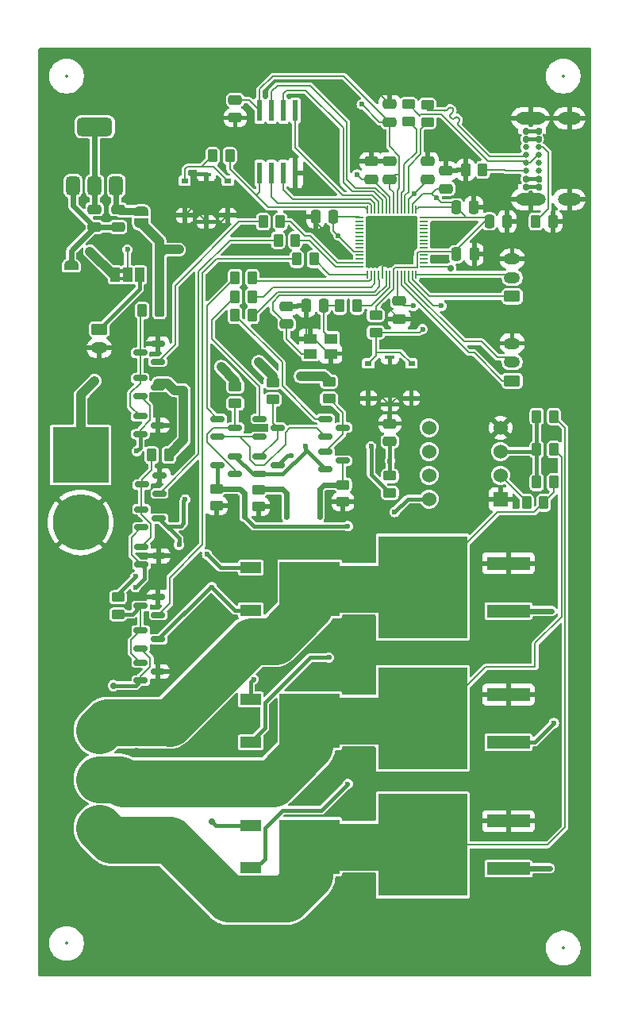
<source format=gtl>
%TF.GenerationSoftware,KiCad,Pcbnew,8.0.5*%
%TF.CreationDate,2024-11-27T15:50:40+01:00*%
%TF.ProjectId,escPCB,65736350-4342-42e6-9b69-6361645f7063,rev?*%
%TF.SameCoordinates,Original*%
%TF.FileFunction,Copper,L1,Top*%
%TF.FilePolarity,Positive*%
%FSLAX46Y46*%
G04 Gerber Fmt 4.6, Leading zero omitted, Abs format (unit mm)*
G04 Created by KiCad (PCBNEW 8.0.5) date 2024-11-27 15:50:40*
%MOMM*%
%LPD*%
G01*
G04 APERTURE LIST*
G04 Aperture macros list*
%AMRoundRect*
0 Rectangle with rounded corners*
0 $1 Rounding radius*
0 $2 $3 $4 $5 $6 $7 $8 $9 X,Y pos of 4 corners*
0 Add a 4 corners polygon primitive as box body*
4,1,4,$2,$3,$4,$5,$6,$7,$8,$9,$2,$3,0*
0 Add four circle primitives for the rounded corners*
1,1,$1+$1,$2,$3*
1,1,$1+$1,$4,$5*
1,1,$1+$1,$6,$7*
1,1,$1+$1,$8,$9*
0 Add four rect primitives between the rounded corners*
20,1,$1+$1,$2,$3,$4,$5,0*
20,1,$1+$1,$4,$5,$6,$7,0*
20,1,$1+$1,$6,$7,$8,$9,0*
20,1,$1+$1,$8,$9,$2,$3,0*%
%AMFreePoly0*
4,1,19,0.000000,0.744911,0.071157,0.744911,0.207708,0.704816,0.327430,0.627875,0.420627,0.520320,0.479746,0.390866,0.500000,0.250000,0.500000,-0.250000,0.479746,-0.390866,0.420627,-0.520320,0.327430,-0.627875,0.207708,-0.704816,0.071157,-0.744911,0.000000,-0.744911,0.000000,-0.750000,-0.500000,-0.750000,-0.500000,0.750000,0.000000,0.750000,0.000000,0.744911,0.000000,0.744911,
$1*%
%AMFreePoly1*
4,1,19,0.500000,-0.750000,0.000000,-0.750000,0.000000,-0.744911,-0.071157,-0.744911,-0.207708,-0.704816,-0.327430,-0.627875,-0.420627,-0.520320,-0.479746,-0.390866,-0.500000,-0.250000,-0.500000,0.250000,-0.479746,0.390866,-0.420627,0.520320,-0.327430,0.627875,-0.207708,0.704816,-0.071157,0.744911,0.000000,0.744911,0.000000,0.750000,0.500000,0.750000,0.500000,-0.750000,0.500000,-0.750000,
$1*%
G04 Aperture macros list end*
%TA.AperFunction,EtchedComponent*%
%ADD10C,0.000000*%
%TD*%
%TA.AperFunction,EtchedComponent*%
%ADD11C,0.010000*%
%TD*%
%TA.AperFunction,SMDPad,CuDef*%
%ADD12RoundRect,0.250000X0.475000X-0.250000X0.475000X0.250000X-0.475000X0.250000X-0.475000X-0.250000X0*%
%TD*%
%TA.AperFunction,SMDPad,CuDef*%
%ADD13R,1.400000X1.100000*%
%TD*%
%TA.AperFunction,SMDPad,CuDef*%
%ADD14R,0.600000X2.286000*%
%TD*%
%TA.AperFunction,SMDPad,CuDef*%
%ADD15RoundRect,0.250000X-0.450000X0.262500X-0.450000X-0.262500X0.450000X-0.262500X0.450000X0.262500X0*%
%TD*%
%TA.AperFunction,ComponentPad*%
%ADD16O,1.750000X1.200000*%
%TD*%
%TA.AperFunction,ComponentPad*%
%ADD17RoundRect,0.250000X0.625000X-0.350000X0.625000X0.350000X-0.625000X0.350000X-0.625000X-0.350000X0*%
%TD*%
%TA.AperFunction,SMDPad,CuDef*%
%ADD18RoundRect,0.250000X0.262500X0.450000X-0.262500X0.450000X-0.262500X-0.450000X0.262500X-0.450000X0*%
%TD*%
%TA.AperFunction,SMDPad,CuDef*%
%ADD19RoundRect,0.150000X0.587500X0.150000X-0.587500X0.150000X-0.587500X-0.150000X0.587500X-0.150000X0*%
%TD*%
%TA.AperFunction,SMDPad,CuDef*%
%ADD20RoundRect,0.250000X-0.262500X-0.450000X0.262500X-0.450000X0.262500X0.450000X-0.262500X0.450000X0*%
%TD*%
%TA.AperFunction,SMDPad,CuDef*%
%ADD21R,1.000000X0.450000*%
%TD*%
%TA.AperFunction,SMDPad,CuDef*%
%ADD22R,0.800000X0.600000*%
%TD*%
%TA.AperFunction,SMDPad,CuDef*%
%ADD23RoundRect,0.250000X-0.250000X-0.475000X0.250000X-0.475000X0.250000X0.475000X-0.250000X0.475000X0*%
%TD*%
%TA.AperFunction,SMDPad,CuDef*%
%ADD24RoundRect,0.150000X-0.587500X-0.150000X0.587500X-0.150000X0.587500X0.150000X-0.587500X0.150000X0*%
%TD*%
%TA.AperFunction,SMDPad,CuDef*%
%ADD25RoundRect,0.250000X-0.475000X0.250000X-0.475000X-0.250000X0.475000X-0.250000X0.475000X0.250000X0*%
%TD*%
%TA.AperFunction,SMDPad,CuDef*%
%ADD26FreePoly0,90.000000*%
%TD*%
%TA.AperFunction,SMDPad,CuDef*%
%ADD27FreePoly1,90.000000*%
%TD*%
%TA.AperFunction,SMDPad,CuDef*%
%ADD28RoundRect,0.250000X0.250000X0.475000X-0.250000X0.475000X-0.250000X-0.475000X0.250000X-0.475000X0*%
%TD*%
%TA.AperFunction,SMDPad,CuDef*%
%ADD29R,2.200000X1.200000*%
%TD*%
%TA.AperFunction,SMDPad,CuDef*%
%ADD30R,6.400000X5.800000*%
%TD*%
%TA.AperFunction,SMDPad,CuDef*%
%ADD31R,1.000000X1.500000*%
%TD*%
%TA.AperFunction,ComponentPad*%
%ADD32O,3.960000X1.980000*%
%TD*%
%TA.AperFunction,ComponentPad*%
%ADD33R,3.960000X1.980000*%
%TD*%
%TA.AperFunction,ComponentPad*%
%ADD34R,6.000000X6.000000*%
%TD*%
%TA.AperFunction,ComponentPad*%
%ADD35C,6.000000*%
%TD*%
%TA.AperFunction,SMDPad,CuDef*%
%ADD36FreePoly0,270.000000*%
%TD*%
%TA.AperFunction,SMDPad,CuDef*%
%ADD37FreePoly1,270.000000*%
%TD*%
%TA.AperFunction,SMDPad,CuDef*%
%ADD38R,4.600000X1.350000*%
%TD*%
%TA.AperFunction,SMDPad,CuDef*%
%ADD39R,9.500000X10.900000*%
%TD*%
%TA.AperFunction,SMDPad,CuDef*%
%ADD40RoundRect,0.375000X0.375000X-0.625000X0.375000X0.625000X-0.375000X0.625000X-0.375000X-0.625000X0*%
%TD*%
%TA.AperFunction,SMDPad,CuDef*%
%ADD41RoundRect,0.500000X1.400000X-0.500000X1.400000X0.500000X-1.400000X0.500000X-1.400000X-0.500000X0*%
%TD*%
%TA.AperFunction,ComponentPad*%
%ADD42C,1.524000*%
%TD*%
%TA.AperFunction,ComponentPad*%
%ADD43R,1.524000X1.524000*%
%TD*%
%TA.AperFunction,HeatsinkPad*%
%ADD44R,3.200000X3.200000*%
%TD*%
%TA.AperFunction,SMDPad,CuDef*%
%ADD45RoundRect,0.050000X-0.050000X-0.387500X0.050000X-0.387500X0.050000X0.387500X-0.050000X0.387500X0*%
%TD*%
%TA.AperFunction,SMDPad,CuDef*%
%ADD46RoundRect,0.050000X-0.387500X-0.050000X0.387500X-0.050000X0.387500X0.050000X-0.387500X0.050000X0*%
%TD*%
%TA.AperFunction,ComponentPad*%
%ADD47RoundRect,0.250000X-0.625000X0.350000X-0.625000X-0.350000X0.625000X-0.350000X0.625000X0.350000X0*%
%TD*%
%TA.AperFunction,ComponentPad*%
%ADD48C,0.648000*%
%TD*%
%TA.AperFunction,ComponentPad*%
%ADD49O,2.500000X1.300000*%
%TD*%
%TA.AperFunction,ComponentPad*%
%ADD50O,3.200000X1.300000*%
%TD*%
%TA.AperFunction,ViaPad*%
%ADD51C,0.700000*%
%TD*%
%TA.AperFunction,ViaPad*%
%ADD52C,0.600000*%
%TD*%
%TA.AperFunction,Conductor*%
%ADD53C,0.200000*%
%TD*%
%TA.AperFunction,Conductor*%
%ADD54C,5.000000*%
%TD*%
%TA.AperFunction,Conductor*%
%ADD55C,0.400000*%
%TD*%
%TA.AperFunction,Conductor*%
%ADD56C,1.000000*%
%TD*%
%TA.AperFunction,Conductor*%
%ADD57C,0.600000*%
%TD*%
%TA.AperFunction,Conductor*%
%ADD58C,0.800000*%
%TD*%
%ADD59C,0.350000*%
%ADD60C,0.300000*%
%ADD61O,1.600000X0.700000*%
%ADD62O,2.000000X0.700000*%
G04 APERTURE END LIST*
D10*
%TA.AperFunction,EtchedComponent*%
%TO.C,JP3*%
G36*
X69600000Y-74300000D02*
G01*
X69100000Y-74300000D01*
X69100000Y-73900000D01*
X69600000Y-73900000D01*
X69600000Y-74300000D01*
G37*
%TD.AperFunction*%
%TA.AperFunction,EtchedComponent*%
G36*
X69600000Y-73500000D02*
G01*
X69100000Y-73500000D01*
X69100000Y-73100000D01*
X69600000Y-73100000D01*
X69600000Y-73500000D01*
G37*
%TD.AperFunction*%
D11*
%TO.C,J2*%
X113910000Y-58875000D02*
X113966000Y-58889000D01*
X114018000Y-58912000D01*
X114065000Y-58944000D01*
X114106000Y-58984000D01*
X114139000Y-59031000D01*
X114164000Y-59083000D01*
X114179000Y-59138000D01*
X114184000Y-59195000D01*
X114179000Y-59252000D01*
X114164000Y-59307000D01*
X114139000Y-59359000D01*
X114106000Y-59406000D01*
X114065000Y-59446000D01*
X114018000Y-59478000D01*
X113966000Y-59501000D01*
X113910000Y-59515000D01*
X113853000Y-59519000D01*
X113796000Y-59513000D01*
X113741000Y-59497000D01*
X113690000Y-59471000D01*
X113644000Y-59437000D01*
X113605000Y-59395000D01*
X113573000Y-59345000D01*
X112797190Y-59345000D01*
X112797000Y-59345000D01*
X112765000Y-59395000D01*
X112726000Y-59437000D01*
X112680000Y-59471000D01*
X112629000Y-59497000D01*
X112574000Y-59513000D01*
X112517000Y-59519000D01*
X112460000Y-59515000D01*
X112404000Y-59501000D01*
X112352000Y-59478000D01*
X112305000Y-59446000D01*
X112264000Y-59406000D01*
X112231000Y-59359000D01*
X112206000Y-59307000D01*
X112191000Y-59252000D01*
X112186000Y-59195000D01*
X112191000Y-59138000D01*
X112206000Y-59083000D01*
X112231000Y-59031000D01*
X112264000Y-58984000D01*
X112305000Y-58944000D01*
X112352000Y-58912000D01*
X112404000Y-58889000D01*
X112460000Y-58875000D01*
X112517000Y-58871000D01*
X112574000Y-58877000D01*
X112629000Y-58893000D01*
X112680000Y-58919000D01*
X112726000Y-58953000D01*
X112765000Y-58995000D01*
X112797000Y-59045000D01*
X113573000Y-59045000D01*
X113605000Y-58995000D01*
X113644000Y-58953000D01*
X113690000Y-58919000D01*
X113741000Y-58893000D01*
X113796000Y-58877000D01*
X113853000Y-58871000D01*
X113910000Y-58875000D01*
%TA.AperFunction,EtchedComponent*%
G36*
X113910000Y-58875000D02*
G01*
X113966000Y-58889000D01*
X114018000Y-58912000D01*
X114065000Y-58944000D01*
X114106000Y-58984000D01*
X114139000Y-59031000D01*
X114164000Y-59083000D01*
X114179000Y-59138000D01*
X114184000Y-59195000D01*
X114179000Y-59252000D01*
X114164000Y-59307000D01*
X114139000Y-59359000D01*
X114106000Y-59406000D01*
X114065000Y-59446000D01*
X114018000Y-59478000D01*
X113966000Y-59501000D01*
X113910000Y-59515000D01*
X113853000Y-59519000D01*
X113796000Y-59513000D01*
X113741000Y-59497000D01*
X113690000Y-59471000D01*
X113644000Y-59437000D01*
X113605000Y-59395000D01*
X113573000Y-59345000D01*
X112797190Y-59345000D01*
X112797000Y-59345000D01*
X112765000Y-59395000D01*
X112726000Y-59437000D01*
X112680000Y-59471000D01*
X112629000Y-59497000D01*
X112574000Y-59513000D01*
X112517000Y-59519000D01*
X112460000Y-59515000D01*
X112404000Y-59501000D01*
X112352000Y-59478000D01*
X112305000Y-59446000D01*
X112264000Y-59406000D01*
X112231000Y-59359000D01*
X112206000Y-59307000D01*
X112191000Y-59252000D01*
X112186000Y-59195000D01*
X112191000Y-59138000D01*
X112206000Y-59083000D01*
X112231000Y-59031000D01*
X112264000Y-58984000D01*
X112305000Y-58944000D01*
X112352000Y-58912000D01*
X112404000Y-58889000D01*
X112460000Y-58875000D01*
X112517000Y-58871000D01*
X112574000Y-58877000D01*
X112629000Y-58893000D01*
X112680000Y-58919000D01*
X112726000Y-58953000D01*
X112765000Y-58995000D01*
X112797000Y-59045000D01*
X113573000Y-59045000D01*
X113605000Y-58995000D01*
X113644000Y-58953000D01*
X113690000Y-58919000D01*
X113741000Y-58893000D01*
X113796000Y-58877000D01*
X113853000Y-58871000D01*
X113910000Y-58875000D01*
G37*
%TD.AperFunction*%
X113910000Y-58025000D02*
X113966000Y-58039000D01*
X114018000Y-58062000D01*
X114065000Y-58094000D01*
X114106000Y-58134000D01*
X114139000Y-58181000D01*
X114164000Y-58233000D01*
X114179000Y-58288000D01*
X114184000Y-58345000D01*
X114179000Y-58402000D01*
X114164000Y-58457000D01*
X114139000Y-58509000D01*
X114106000Y-58556000D01*
X114065000Y-58596000D01*
X114018000Y-58628000D01*
X113966000Y-58651000D01*
X113910000Y-58665000D01*
X113853000Y-58669000D01*
X113796000Y-58663000D01*
X113741000Y-58647000D01*
X113690000Y-58621000D01*
X113644000Y-58587000D01*
X113605000Y-58545000D01*
X113573000Y-58495000D01*
X112797000Y-58495000D01*
X112765000Y-58545000D01*
X112726000Y-58587000D01*
X112680000Y-58621000D01*
X112629000Y-58647000D01*
X112574000Y-58663000D01*
X112517000Y-58669000D01*
X112460000Y-58665000D01*
X112404000Y-58651000D01*
X112352000Y-58628000D01*
X112305000Y-58596000D01*
X112264000Y-58556000D01*
X112231000Y-58509000D01*
X112206000Y-58457000D01*
X112191000Y-58402000D01*
X112186000Y-58345000D01*
X112191000Y-58288000D01*
X112206000Y-58233000D01*
X112231000Y-58181000D01*
X112264000Y-58134000D01*
X112305000Y-58094000D01*
X112352000Y-58062000D01*
X112404000Y-58039000D01*
X112460000Y-58025000D01*
X112517000Y-58021000D01*
X112574000Y-58027000D01*
X112629000Y-58043000D01*
X112680000Y-58069000D01*
X112726000Y-58103000D01*
X112765000Y-58145000D01*
X112797000Y-58195000D01*
X113572810Y-58195000D01*
X113605000Y-58145000D01*
X113644000Y-58103000D01*
X113690000Y-58069000D01*
X113741000Y-58043000D01*
X113796000Y-58027000D01*
X113853000Y-58021000D01*
X113910000Y-58025000D01*
%TA.AperFunction,EtchedComponent*%
G36*
X113910000Y-58025000D02*
G01*
X113966000Y-58039000D01*
X114018000Y-58062000D01*
X114065000Y-58094000D01*
X114106000Y-58134000D01*
X114139000Y-58181000D01*
X114164000Y-58233000D01*
X114179000Y-58288000D01*
X114184000Y-58345000D01*
X114179000Y-58402000D01*
X114164000Y-58457000D01*
X114139000Y-58509000D01*
X114106000Y-58556000D01*
X114065000Y-58596000D01*
X114018000Y-58628000D01*
X113966000Y-58651000D01*
X113910000Y-58665000D01*
X113853000Y-58669000D01*
X113796000Y-58663000D01*
X113741000Y-58647000D01*
X113690000Y-58621000D01*
X113644000Y-58587000D01*
X113605000Y-58545000D01*
X113573000Y-58495000D01*
X112797000Y-58495000D01*
X112765000Y-58545000D01*
X112726000Y-58587000D01*
X112680000Y-58621000D01*
X112629000Y-58647000D01*
X112574000Y-58663000D01*
X112517000Y-58669000D01*
X112460000Y-58665000D01*
X112404000Y-58651000D01*
X112352000Y-58628000D01*
X112305000Y-58596000D01*
X112264000Y-58556000D01*
X112231000Y-58509000D01*
X112206000Y-58457000D01*
X112191000Y-58402000D01*
X112186000Y-58345000D01*
X112191000Y-58288000D01*
X112206000Y-58233000D01*
X112231000Y-58181000D01*
X112264000Y-58134000D01*
X112305000Y-58094000D01*
X112352000Y-58062000D01*
X112404000Y-58039000D01*
X112460000Y-58025000D01*
X112517000Y-58021000D01*
X112574000Y-58027000D01*
X112629000Y-58043000D01*
X112680000Y-58069000D01*
X112726000Y-58103000D01*
X112765000Y-58145000D01*
X112797000Y-58195000D01*
X113572810Y-58195000D01*
X113605000Y-58145000D01*
X113644000Y-58103000D01*
X113690000Y-58069000D01*
X113741000Y-58043000D01*
X113796000Y-58027000D01*
X113853000Y-58021000D01*
X113910000Y-58025000D01*
G37*
%TD.AperFunction*%
X113910000Y-63125000D02*
X113966000Y-63139000D01*
X114018000Y-63162000D01*
X114065000Y-63194000D01*
X114106000Y-63234000D01*
X114139000Y-63281000D01*
X114164000Y-63333000D01*
X114179000Y-63388000D01*
X114184000Y-63445000D01*
X114179000Y-63502000D01*
X114164000Y-63557000D01*
X114139000Y-63609000D01*
X114106000Y-63656000D01*
X114065000Y-63696000D01*
X114018000Y-63728000D01*
X113966000Y-63751000D01*
X113910000Y-63765000D01*
X113853000Y-63769000D01*
X113796000Y-63763000D01*
X113741000Y-63747000D01*
X113690000Y-63721000D01*
X113644000Y-63687000D01*
X113605000Y-63645000D01*
X113573000Y-63595000D01*
X112797000Y-63595000D01*
X112765000Y-63645000D01*
X112726000Y-63687000D01*
X112680000Y-63721000D01*
X112629000Y-63747000D01*
X112574000Y-63763000D01*
X112517000Y-63769000D01*
X112460000Y-63765000D01*
X112404000Y-63751000D01*
X112352000Y-63728000D01*
X112305000Y-63696000D01*
X112264000Y-63656000D01*
X112231000Y-63609000D01*
X112206000Y-63557000D01*
X112191000Y-63502000D01*
X112186000Y-63445000D01*
X112191000Y-63388000D01*
X112206000Y-63333000D01*
X112231000Y-63281000D01*
X112264000Y-63234000D01*
X112305000Y-63194000D01*
X112352000Y-63162000D01*
X112404000Y-63139000D01*
X112460000Y-63125000D01*
X112517000Y-63121000D01*
X112574000Y-63127000D01*
X112629000Y-63143000D01*
X112680000Y-63169000D01*
X112726000Y-63203000D01*
X112765000Y-63245000D01*
X112797000Y-63295000D01*
X113572810Y-63295000D01*
X113605000Y-63245000D01*
X113644000Y-63203000D01*
X113690000Y-63169000D01*
X113741000Y-63143000D01*
X113796000Y-63127000D01*
X113853000Y-63121000D01*
X113910000Y-63125000D01*
%TA.AperFunction,EtchedComponent*%
G36*
X113910000Y-63125000D02*
G01*
X113966000Y-63139000D01*
X114018000Y-63162000D01*
X114065000Y-63194000D01*
X114106000Y-63234000D01*
X114139000Y-63281000D01*
X114164000Y-63333000D01*
X114179000Y-63388000D01*
X114184000Y-63445000D01*
X114179000Y-63502000D01*
X114164000Y-63557000D01*
X114139000Y-63609000D01*
X114106000Y-63656000D01*
X114065000Y-63696000D01*
X114018000Y-63728000D01*
X113966000Y-63751000D01*
X113910000Y-63765000D01*
X113853000Y-63769000D01*
X113796000Y-63763000D01*
X113741000Y-63747000D01*
X113690000Y-63721000D01*
X113644000Y-63687000D01*
X113605000Y-63645000D01*
X113573000Y-63595000D01*
X112797000Y-63595000D01*
X112765000Y-63645000D01*
X112726000Y-63687000D01*
X112680000Y-63721000D01*
X112629000Y-63747000D01*
X112574000Y-63763000D01*
X112517000Y-63769000D01*
X112460000Y-63765000D01*
X112404000Y-63751000D01*
X112352000Y-63728000D01*
X112305000Y-63696000D01*
X112264000Y-63656000D01*
X112231000Y-63609000D01*
X112206000Y-63557000D01*
X112191000Y-63502000D01*
X112186000Y-63445000D01*
X112191000Y-63388000D01*
X112206000Y-63333000D01*
X112231000Y-63281000D01*
X112264000Y-63234000D01*
X112305000Y-63194000D01*
X112352000Y-63162000D01*
X112404000Y-63139000D01*
X112460000Y-63125000D01*
X112517000Y-63121000D01*
X112574000Y-63127000D01*
X112629000Y-63143000D01*
X112680000Y-63169000D01*
X112726000Y-63203000D01*
X112765000Y-63245000D01*
X112797000Y-63295000D01*
X113572810Y-63295000D01*
X113605000Y-63245000D01*
X113644000Y-63203000D01*
X113690000Y-63169000D01*
X113741000Y-63143000D01*
X113796000Y-63127000D01*
X113853000Y-63121000D01*
X113910000Y-63125000D01*
G37*
%TD.AperFunction*%
X113910000Y-63975000D02*
X113966000Y-63989000D01*
X114018000Y-64012000D01*
X114065000Y-64044000D01*
X114106000Y-64084000D01*
X114139000Y-64131000D01*
X114164000Y-64183000D01*
X114179000Y-64238000D01*
X114184000Y-64295000D01*
X114179000Y-64352000D01*
X114164000Y-64407000D01*
X114139000Y-64459000D01*
X114106000Y-64506000D01*
X114065000Y-64546000D01*
X114018000Y-64578000D01*
X113966000Y-64601000D01*
X113910000Y-64615000D01*
X113853000Y-64619000D01*
X113796000Y-64613000D01*
X113741000Y-64597000D01*
X113690000Y-64571000D01*
X113644000Y-64537000D01*
X113605000Y-64495000D01*
X113573000Y-64445000D01*
X112797000Y-64445000D01*
X112765000Y-64495000D01*
X112726000Y-64537000D01*
X112680000Y-64571000D01*
X112629000Y-64597000D01*
X112574000Y-64613000D01*
X112517000Y-64619000D01*
X112460000Y-64615000D01*
X112404000Y-64601000D01*
X112352000Y-64578000D01*
X112305000Y-64546000D01*
X112264000Y-64506000D01*
X112231000Y-64459000D01*
X112206000Y-64407000D01*
X112191000Y-64352000D01*
X112186000Y-64295000D01*
X112191000Y-64238000D01*
X112206000Y-64183000D01*
X112231000Y-64131000D01*
X112264000Y-64084000D01*
X112305000Y-64044000D01*
X112352000Y-64012000D01*
X112404000Y-63989000D01*
X112460000Y-63975000D01*
X112517000Y-63971000D01*
X112574000Y-63977000D01*
X112629000Y-63993000D01*
X112680000Y-64019000D01*
X112726000Y-64053000D01*
X112765000Y-64095000D01*
X112797000Y-64145000D01*
X113572810Y-64145000D01*
X113605000Y-64095000D01*
X113644000Y-64053000D01*
X113690000Y-64019000D01*
X113741000Y-63993000D01*
X113796000Y-63977000D01*
X113853000Y-63971000D01*
X113910000Y-63975000D01*
%TA.AperFunction,EtchedComponent*%
G36*
X113910000Y-63975000D02*
G01*
X113966000Y-63989000D01*
X114018000Y-64012000D01*
X114065000Y-64044000D01*
X114106000Y-64084000D01*
X114139000Y-64131000D01*
X114164000Y-64183000D01*
X114179000Y-64238000D01*
X114184000Y-64295000D01*
X114179000Y-64352000D01*
X114164000Y-64407000D01*
X114139000Y-64459000D01*
X114106000Y-64506000D01*
X114065000Y-64546000D01*
X114018000Y-64578000D01*
X113966000Y-64601000D01*
X113910000Y-64615000D01*
X113853000Y-64619000D01*
X113796000Y-64613000D01*
X113741000Y-64597000D01*
X113690000Y-64571000D01*
X113644000Y-64537000D01*
X113605000Y-64495000D01*
X113573000Y-64445000D01*
X112797000Y-64445000D01*
X112765000Y-64495000D01*
X112726000Y-64537000D01*
X112680000Y-64571000D01*
X112629000Y-64597000D01*
X112574000Y-64613000D01*
X112517000Y-64619000D01*
X112460000Y-64615000D01*
X112404000Y-64601000D01*
X112352000Y-64578000D01*
X112305000Y-64546000D01*
X112264000Y-64506000D01*
X112231000Y-64459000D01*
X112206000Y-64407000D01*
X112191000Y-64352000D01*
X112186000Y-64295000D01*
X112191000Y-64238000D01*
X112206000Y-64183000D01*
X112231000Y-64131000D01*
X112264000Y-64084000D01*
X112305000Y-64044000D01*
X112352000Y-64012000D01*
X112404000Y-63989000D01*
X112460000Y-63975000D01*
X112517000Y-63971000D01*
X112574000Y-63977000D01*
X112629000Y-63993000D01*
X112680000Y-64019000D01*
X112726000Y-64053000D01*
X112765000Y-64095000D01*
X112797000Y-64145000D01*
X113572810Y-64145000D01*
X113605000Y-64095000D01*
X113644000Y-64053000D01*
X113690000Y-64019000D01*
X113741000Y-63993000D01*
X113796000Y-63977000D01*
X113853000Y-63971000D01*
X113910000Y-63975000D01*
G37*
%TD.AperFunction*%
%TD*%
D12*
%TO.P,C13,2*%
%TO.N,GND*%
X96000000Y-61600000D03*
%TO.P,C13,1*%
%TO.N,+1V1*%
X96000000Y-63500000D03*
%TD*%
D13*
%TO.P,X1,4,4*%
%TO.N,GND*%
X89500000Y-80500000D03*
%TO.P,X1,3,3*%
%TO.N,Net-(C8-Pad1)*%
X91700000Y-80500000D03*
%TO.P,X1,2,2*%
%TO.N,GND*%
X91700000Y-82100002D03*
%TO.P,X1,1,1*%
%TO.N,XIN*%
X89500000Y-82100002D03*
%TD*%
D14*
%TO.P,IC1,8,VCC*%
%TO.N,+3.3V*%
X84095000Y-56170000D03*
%TO.P,IC1,7,~{HOLD_OR_}~{RESET_}(IO3)*%
%TO.N,QSPI_SD3*%
X85365000Y-56170000D03*
%TO.P,IC1,6,CLK*%
%TO.N,QSPI_SCLK*%
X86635000Y-56170000D03*
%TO.P,IC1,5,DI_(IO0)*%
%TO.N,QSPI_SD0*%
X87905000Y-56170000D03*
%TO.P,IC1,4,GND*%
%TO.N,GND*%
X87905000Y-62830000D03*
%TO.P,IC1,3,~{WP_}(IO2)*%
%TO.N,QSPI_SD2*%
X86635000Y-62830000D03*
%TO.P,IC1,2,DO_(IO1)*%
%TO.N,QSPI_SD1*%
X85365000Y-62830000D03*
%TO.P,IC1,1,~{CS}*%
%TO.N,QSPI_SS*%
X84095000Y-62830000D03*
%TD*%
D15*
%TO.P,R15,2*%
%TO.N,Net-(Q12-B)*%
X91500000Y-86912500D03*
%TO.P,R15,1*%
%TO.N,+BATT*%
X91500000Y-85087500D03*
%TD*%
D16*
%TO.P,J4,3,Pin_3*%
%TO.N,GND*%
X111050000Y-72000000D03*
%TO.P,J4,2,Pin_2*%
%TO.N,RP_UART_RX*%
X111050000Y-74000000D03*
D17*
%TO.P,J4,1,Pin_1*%
%TO.N,RP_UART_TX*%
X111050000Y-76000000D03*
%TD*%
D18*
%TO.P,R7,2*%
%TO.N,Net-(Q13-B)*%
X81490232Y-74010732D03*
%TO.P,R7,1*%
%TO.N,GPIO13*%
X83315232Y-74010732D03*
%TD*%
D19*
%TO.P,Q8,3,C*%
%TO.N,Net-(Q2-B)*%
X71527732Y-96060732D03*
%TO.P,Q8,2,E*%
%TO.N,GND*%
X73402732Y-95110732D03*
%TO.P,Q8,1,B*%
%TO.N,Net-(Q8-B)*%
X73402732Y-97010732D03*
%TD*%
D18*
%TO.P,R9,2*%
%TO.N,Net-(Q15-B)*%
X81490232Y-78010732D03*
%TO.P,R9,1*%
%TO.N,GPIO15*%
X83315232Y-78010732D03*
%TD*%
D20*
%TO.P,R23,2*%
%TO.N,L3*%
X115500000Y-88810000D03*
%TO.P,R23,1*%
%TO.N,Net-(CR1-INVERTINGINPUT)*%
X113675000Y-88810000D03*
%TD*%
D19*
%TO.P,Q10,3,C*%
%TO.N,AL_Gate*%
X79625000Y-94000000D03*
%TO.P,Q10,2,E*%
%TO.N,+BATT*%
X81500000Y-93050000D03*
%TO.P,Q10,1,B*%
%TO.N,Net-(Q10-B)*%
X81500000Y-94950000D03*
%TD*%
D21*
%TO.P,S1,GND2*%
%TO.N,GND*%
X98000000Y-87525000D03*
%TO.P,S1,GND1*%
X98000000Y-82475000D03*
D22*
%TO.P,S1,4*%
%TO.N,Net-(U1-RUN)*%
X100300000Y-83150000D03*
%TO.P,S1,3*%
%TO.N,GND*%
X100300000Y-86850000D03*
%TO.P,S1,2*%
%TO.N,Net-(U1-RUN)*%
X95700000Y-83150000D03*
%TO.P,S1,1*%
%TO.N,GND*%
X95700000Y-86850000D03*
%TD*%
D23*
%TO.P,C10,2*%
%TO.N,GND*%
X110500000Y-68000000D03*
%TO.P,C10,1*%
%TO.N,+3.3V*%
X108600000Y-68000000D03*
%TD*%
D19*
%TO.P,Q9,3,C*%
%TO.N,Net-(Q3-B)*%
X71402732Y-109010732D03*
%TO.P,Q9,2,E*%
%TO.N,GND*%
X73277732Y-108060732D03*
%TO.P,Q9,1,B*%
%TO.N,Net-(Q9-B)*%
X73277732Y-109960732D03*
%TD*%
D15*
%TO.P,R26,2*%
%TO.N,Net-(U1-RUN)*%
X96500000Y-79825000D03*
%TO.P,R26,1*%
%TO.N,+3.3V*%
X96500000Y-78000000D03*
%TD*%
D21*
%TO.P,S2,GND2*%
%TO.N,GND*%
X78402732Y-68035732D03*
%TO.P,S2,GND1*%
X78402732Y-62985732D03*
D22*
%TO.P,S2,4*%
%TO.N,Net-(R27-Pad1)*%
X80702732Y-63660732D03*
%TO.P,S2,3*%
%TO.N,GND*%
X80702732Y-67360732D03*
%TO.P,S2,2*%
%TO.N,Net-(R27-Pad1)*%
X76102732Y-63660732D03*
%TO.P,S2,1*%
%TO.N,GND*%
X76102732Y-67360732D03*
%TD*%
D15*
%TO.P,R10,2*%
%TO.N,GND*%
X79500000Y-98325000D03*
%TO.P,R10,1*%
%TO.N,AL_Gate*%
X79500000Y-96500000D03*
%TD*%
%TO.P,R20,2*%
%TO.N,/RP_DN*%
X102000000Y-57412500D03*
%TO.P,R20,1*%
%TO.N,USB_D-*%
X102000000Y-55587500D03*
%TD*%
D20*
%TO.P,R17,2*%
%TO.N,Net-(J2-CC1)*%
X107912500Y-62500000D03*
%TO.P,R17,1*%
%TO.N,GND*%
X106087500Y-62500000D03*
%TD*%
D18*
%TO.P,R18,2*%
%TO.N,Net-(J2-CC2)*%
X113587500Y-68000000D03*
%TO.P,R18,1*%
%TO.N,GND*%
X115412500Y-68000000D03*
%TD*%
D20*
%TO.P,R16,2*%
%TO.N,XOUT*%
X94500000Y-77000000D03*
%TO.P,R16,1*%
%TO.N,Net-(C8-Pad1)*%
X92675000Y-77000000D03*
%TD*%
D18*
%TO.P,R5,2*%
%TO.N,Net-(Q2-B)*%
X72587500Y-92912500D03*
%TO.P,R5,1*%
%TO.N,+BATT*%
X74412500Y-92912500D03*
%TD*%
D24*
%TO.P,Q14,3,C*%
%TO.N,Net-(Q11-B)*%
X86000000Y-90000000D03*
%TO.P,Q14,2,E*%
%TO.N,-BATT*%
X84125000Y-90950000D03*
%TO.P,Q14,1,B*%
%TO.N,Net-(Q14-B)*%
X84125000Y-89050000D03*
%TD*%
%TO.P,Q6,3,C*%
%TO.N,+BATT*%
X73277732Y-112560732D03*
%TO.P,Q6,2,E*%
%TO.N,CH_Gate*%
X71402732Y-113510732D03*
%TO.P,Q6,1,B*%
%TO.N,Net-(Q3-B)*%
X71402732Y-111610732D03*
%TD*%
D25*
%TO.P,C4,2*%
%TO.N,Net-(JP1-B)*%
X69000000Y-68600000D03*
%TO.P,C4,1*%
%TO.N,Net-(JP2-A)*%
X69000000Y-66700000D03*
%TD*%
D24*
%TO.P,Q11,3,C*%
%TO.N,BL_Gate*%
X86000000Y-94000000D03*
%TO.P,Q11,2,E*%
%TO.N,+BATT*%
X84125000Y-94950000D03*
%TO.P,Q11,1,B*%
%TO.N,Net-(Q11-B)*%
X84125000Y-93050000D03*
%TD*%
D19*
%TO.P,Q7,3,C*%
%TO.N,Net-(Q1-B)*%
X71365000Y-82010732D03*
%TO.P,Q7,2,E*%
%TO.N,GND*%
X73240000Y-81060732D03*
%TO.P,Q7,1,B*%
%TO.N,Net-(Q7-B)*%
X73240000Y-82960732D03*
%TD*%
D24*
%TO.P,Q3,3,C*%
%TO.N,GND*%
X73277732Y-116010732D03*
%TO.P,Q3,2,E*%
%TO.N,CH_Gate*%
X71402732Y-116960732D03*
%TO.P,Q3,1,B*%
%TO.N,Net-(Q3-B)*%
X71402732Y-115060732D03*
%TD*%
D18*
%TO.P,R24,2*%
%TO.N,Net-(CR1-NONINVERTINGINPUT)*%
X112587500Y-98000000D03*
%TO.P,R24,1*%
%TO.N,L1*%
X114412500Y-98000000D03*
%TD*%
D24*
%TO.P,Q4,3,C*%
%TO.N,+BATT*%
X73240000Y-85670000D03*
%TO.P,Q4,2,E*%
%TO.N,AH_Gate*%
X71365000Y-86620000D03*
%TO.P,Q4,1,B*%
%TO.N,Net-(Q1-B)*%
X71365000Y-84720000D03*
%TD*%
D26*
%TO.P,JP1,2,B*%
%TO.N,Net-(JP1-B)*%
X64000000Y-72700000D03*
D27*
%TO.P,JP1,1,A*%
%TO.N,GND*%
X64000000Y-74000000D03*
%TD*%
D28*
%TO.P,C8,2*%
%TO.N,GND*%
X89050000Y-77000000D03*
%TO.P,C8,1*%
%TO.N,Net-(C8-Pad1)*%
X90950000Y-77000000D03*
%TD*%
D20*
%TO.P,R22,2*%
%TO.N,L2*%
X115500000Y-92310000D03*
%TO.P,R22,1*%
%TO.N,Net-(CR1-INVERTINGINPUT)*%
X113675000Y-92310000D03*
%TD*%
D15*
%TO.P,R6,2*%
%TO.N,Net-(Q3-B)*%
X69000000Y-109912500D03*
%TO.P,R6,1*%
%TO.N,+BATT*%
X69000000Y-108087500D03*
%TD*%
D25*
%TO.P,C6,2*%
%TO.N,GND*%
X81500000Y-56950000D03*
%TO.P,C6,1*%
%TO.N,+3.3V*%
X81500000Y-55050000D03*
%TD*%
D29*
%TO.P,AH1,3,D*%
%TO.N,+BATT*%
X83150000Y-109460000D03*
D30*
%TO.P,AH1,2,S*%
%TO.N,L1*%
X89450000Y-107180000D03*
D29*
%TO.P,AH1,1,G*%
%TO.N,AH_Gate*%
X83150000Y-104900000D03*
%TD*%
D31*
%TO.P,JP3,3,B*%
%TO.N,Net-(J6-Pin_1)*%
X71300000Y-73700000D03*
%TO.P,JP3,2,C*%
%TO.N,+3.3V*%
X70000000Y-73700000D03*
%TO.P,JP3,1,A*%
%TO.N,Net-(JP3-A)*%
X68700000Y-73700000D03*
%TD*%
D15*
%TO.P,R13,2*%
%TO.N,Net-(Q11-B)*%
X85500000Y-87000000D03*
%TO.P,R13,1*%
%TO.N,+BATT*%
X85500000Y-85175000D03*
%TD*%
D23*
%TO.P,C11,2*%
%TO.N,GND*%
X107000000Y-71500000D03*
%TO.P,C11,1*%
%TO.N,+3.3V*%
X105100000Y-71500000D03*
%TD*%
D12*
%TO.P,C2,2*%
%TO.N,GND*%
X98000000Y-61600000D03*
%TO.P,C2,1*%
%TO.N,+3.3V*%
X98000000Y-63500000D03*
%TD*%
D15*
%TO.P,R19,2*%
%TO.N,/RP_DP*%
X100000000Y-57325000D03*
%TO.P,R19,1*%
%TO.N,USB_D+*%
X100000000Y-55500000D03*
%TD*%
D29*
%TO.P,CH1,3,D*%
%TO.N,+BATT*%
X83150000Y-136960000D03*
D30*
%TO.P,CH1,2,S*%
%TO.N,L3*%
X89450000Y-134680000D03*
D29*
%TO.P,CH1,1,G*%
%TO.N,CH_Gate*%
X83150000Y-132400000D03*
%TD*%
D28*
%TO.P,C3,2*%
%TO.N,GND*%
X90100000Y-67500000D03*
%TO.P,C3,1*%
%TO.N,+3.3V*%
X92000000Y-67500000D03*
%TD*%
D18*
%TO.P,R4,2*%
%TO.N,Net-(Q1-B)*%
X71587500Y-77500000D03*
%TO.P,R4,1*%
%TO.N,+BATT*%
X73412500Y-77500000D03*
%TD*%
D32*
%TO.P,J1,3,Pin_3*%
%TO.N,L3*%
X67000000Y-132705000D03*
%TO.P,J1,2,Pin_2*%
%TO.N,L2*%
X67000000Y-127705000D03*
D33*
%TO.P,J1,1,Pin_1*%
%TO.N,L1*%
X67000000Y-122705000D03*
%TD*%
D29*
%TO.P,BH1,3,D*%
%TO.N,+BATT*%
X83150000Y-123520000D03*
D30*
%TO.P,BH1,2,S*%
%TO.N,L2*%
X89450000Y-121240000D03*
D29*
%TO.P,BH1,1,G*%
%TO.N,BH_Gate*%
X83150000Y-118960000D03*
%TD*%
D24*
%TO.P,Q1,3,C*%
%TO.N,GND*%
X73252500Y-89732500D03*
%TO.P,Q1,2,E*%
%TO.N,AH_Gate*%
X71377500Y-90682500D03*
%TO.P,Q1,1,B*%
%TO.N,Net-(Q1-B)*%
X71377500Y-88782500D03*
%TD*%
D15*
%TO.P,R25,2*%
%TO.N,+3.3V*%
X98000000Y-96962500D03*
%TO.P,R25,1*%
%TO.N,PHASED*%
X98000000Y-95137500D03*
%TD*%
D18*
%TO.P,R2,2*%
%TO.N,Net-(Q8-B)*%
X86077732Y-70010732D03*
%TO.P,R2,1*%
%TO.N,GPIO11*%
X87902732Y-70010732D03*
%TD*%
D34*
%TO.P,J3,P,POS*%
%TO.N,+BATT*%
X65000000Y-92900000D03*
D35*
%TO.P,J3,N,NEG*%
%TO.N,GND*%
X65000000Y-100100000D03*
%TD*%
D12*
%TO.P,C12,2*%
%TO.N,GND*%
X98000000Y-55500000D03*
%TO.P,C12,1*%
%TO.N,+3.3V*%
X98000000Y-57400000D03*
%TD*%
D15*
%TO.P,R14,2*%
%TO.N,Net-(Q10-B)*%
X81500000Y-87412500D03*
%TO.P,R14,1*%
%TO.N,+BATT*%
X81500000Y-85587500D03*
%TD*%
D20*
%TO.P,R27,2*%
%TO.N,QSPI_SS*%
X80912500Y-61000000D03*
%TO.P,R27,1*%
%TO.N,Net-(R27-Pad1)*%
X79087500Y-61000000D03*
%TD*%
D18*
%TO.P,R3,2*%
%TO.N,Net-(Q9-B)*%
X88077732Y-72010732D03*
%TO.P,R3,1*%
%TO.N,GPIO12*%
X89902732Y-72010732D03*
%TD*%
D15*
%TO.P,R11,2*%
%TO.N,GND*%
X84000000Y-98412500D03*
%TO.P,R11,1*%
%TO.N,BL_Gate*%
X84000000Y-96587500D03*
%TD*%
D18*
%TO.P,R1,2*%
%TO.N,Net-(Q7-B)*%
X84490232Y-68010732D03*
%TO.P,R1,1*%
%TO.N,GPIO10*%
X86315232Y-68010732D03*
%TD*%
D36*
%TO.P,JP2,2,B*%
%TO.N,+BATT*%
X71500000Y-68200000D03*
D37*
%TO.P,JP2,1,A*%
%TO.N,Net-(JP2-A)*%
X71500000Y-66900000D03*
%TD*%
D38*
%TO.P,CL1,3,S*%
%TO.N,GND*%
X110650000Y-131960000D03*
D39*
%TO.P,CL1,2,D*%
%TO.N,L3*%
X101500000Y-134500000D03*
D38*
%TO.P,CL1,1,G*%
%TO.N,CL_Gate*%
X110650000Y-137040000D03*
%TD*%
D40*
%TO.P,U2,3,VI*%
%TO.N,Net-(JP2-A)*%
X68800000Y-64200000D03*
D41*
%TO.P,U2,2,VO*%
%TO.N,Net-(JP3-A)*%
X66500000Y-57900000D03*
D40*
X66500000Y-64200000D03*
%TO.P,U2,1,GND*%
%TO.N,Net-(JP1-B)*%
X64200000Y-64200000D03*
%TD*%
D12*
%TO.P,C15,2*%
%TO.N,GND*%
X102000000Y-61600000D03*
%TO.P,C15,1*%
%TO.N,+1V1*%
X102000000Y-63500000D03*
%TD*%
D42*
%TO.P,CR1,8,VCC+*%
%TO.N,+BATT*%
X102190000Y-97620000D03*
%TO.P,CR1,7,OUTPUT*%
%TO.N,PHASED*%
X102190000Y-95080000D03*
%TO.P,CR1,6,STROBE/BALANCE*%
%TO.N,unconnected-(CR1-STROBE{slash}BALANCE-Pad6)*%
X102190000Y-92540000D03*
%TO.P,CR1,5,BALANCE*%
%TO.N,unconnected-(CR1-BALANCE-Pad5)*%
X102190000Y-90000000D03*
%TO.P,CR1,4,VCC-*%
%TO.N,GND*%
X109810000Y-90000000D03*
%TO.P,CR1,3,INVERTINGINPUT*%
%TO.N,Net-(CR1-INVERTINGINPUT)*%
X109810000Y-92540000D03*
%TO.P,CR1,2,NONINVERTINGINPUT*%
%TO.N,Net-(CR1-NONINVERTINGINPUT)*%
X109810000Y-95080000D03*
D43*
%TO.P,CR1,1,GROUND*%
%TO.N,GND*%
X109810000Y-97620000D03*
%TD*%
D24*
%TO.P,Q5,3,C*%
%TO.N,+BATT*%
X73365000Y-99670000D03*
%TO.P,Q5,2,E*%
%TO.N,BH_Gate*%
X71490000Y-100620000D03*
%TO.P,Q5,1,B*%
%TO.N,Net-(Q2-B)*%
X71490000Y-98720000D03*
%TD*%
D20*
%TO.P,R21,2*%
%TO.N,L1*%
X115500000Y-95810000D03*
%TO.P,R21,1*%
%TO.N,Net-(CR1-INVERTINGINPUT)*%
X113675000Y-95810000D03*
%TD*%
D25*
%TO.P,C5,2*%
%TO.N,Net-(JP1-B)*%
X66500000Y-68600000D03*
%TO.P,C5,1*%
%TO.N,Net-(JP3-A)*%
X66500000Y-66700000D03*
%TD*%
D44*
%TO.P,U1,57,GND*%
%TO.N,GND*%
X98200000Y-70200000D03*
D45*
%TO.P,U1,56,QSPI_SS*%
%TO.N,QSPI_SS*%
X95600000Y-66762500D03*
%TO.P,U1,55,QSPI_SD1*%
%TO.N,QSPI_SD1*%
X96000000Y-66762500D03*
%TO.P,U1,54,QSPI_SD2*%
%TO.N,QSPI_SD2*%
X96400000Y-66762500D03*
%TO.P,U1,53,QSPI_SD0*%
%TO.N,QSPI_SD0*%
X96800000Y-66762500D03*
%TO.P,U1,52,QSPI_SCLK*%
%TO.N,QSPI_SCLK*%
X97200000Y-66762500D03*
%TO.P,U1,51,QSPI_SD3*%
%TO.N,QSPI_SD3*%
X97600000Y-66762500D03*
%TO.P,U1,50,DVDD*%
%TO.N,+1V1*%
X98000000Y-66762500D03*
%TO.P,U1,49,IOVDD*%
%TO.N,+3.3V*%
X98400000Y-66762500D03*
%TO.P,U1,48,USB_VDD*%
X98800000Y-66762500D03*
%TO.P,U1,47,USB_DP*%
%TO.N,/RP_DP*%
X99200000Y-66762500D03*
%TO.P,U1,46,USB_DM*%
%TO.N,/RP_DN*%
X99600000Y-66762500D03*
%TO.P,U1,45,VREG_VOUT*%
%TO.N,+1V1*%
X100000000Y-66762500D03*
%TO.P,U1,44,VREG_IN*%
%TO.N,+3.3V*%
X100400000Y-66762500D03*
%TO.P,U1,43,ADC_AVDD*%
X100800000Y-66762500D03*
D46*
%TO.P,U1,42,IOVDD*%
X101637500Y-67600000D03*
%TO.P,U1,41,GPIO29_ADC3*%
%TO.N,unconnected-(U1-GPIO29_ADC3-Pad41)*%
X101637500Y-68000000D03*
%TO.P,U1,40,GPIO28_ADC2*%
%TO.N,unconnected-(U1-GPIO28_ADC2-Pad40)*%
X101637500Y-68400000D03*
%TO.P,U1,39,GPIO27_ADC1*%
%TO.N,unconnected-(U1-GPIO27_ADC1-Pad39)*%
X101637500Y-68800000D03*
%TO.P,U1,38,GPIO26_ADC0*%
%TO.N,unconnected-(U1-GPIO26_ADC0-Pad38)*%
X101637500Y-69200000D03*
%TO.P,U1,37,GPIO25*%
%TO.N,unconnected-(U1-GPIO25-Pad37)*%
X101637500Y-69600000D03*
%TO.P,U1,36,GPIO24*%
%TO.N,unconnected-(U1-GPIO24-Pad36)*%
X101637500Y-70000000D03*
%TO.P,U1,35,GPIO23*%
%TO.N,unconnected-(U1-GPIO23-Pad35)*%
X101637500Y-70400000D03*
%TO.P,U1,34,GPIO22*%
%TO.N,unconnected-(U1-GPIO22-Pad34)*%
X101637500Y-70800000D03*
%TO.P,U1,33,IOVDD*%
%TO.N,+3.3V*%
X101637500Y-71200000D03*
%TO.P,U1,32,GPIO21*%
%TO.N,unconnected-(U1-GPIO21-Pad32)*%
X101637500Y-71600000D03*
%TO.P,U1,31,GPIO20*%
%TO.N,unconnected-(U1-GPIO20-Pad31)*%
X101637500Y-72000000D03*
%TO.P,U1,30,GPIO19*%
%TO.N,unconnected-(U1-GPIO19-Pad30)*%
X101637500Y-72400000D03*
%TO.P,U1,29,GPIO18*%
%TO.N,PHASED*%
X101637500Y-72800000D03*
D45*
%TO.P,U1,28,GPIO17*%
%TO.N,RP_UART_RX*%
X100800000Y-73637500D03*
%TO.P,U1,27,GPIO16*%
%TO.N,RP_UART_TX*%
X100400000Y-73637500D03*
%TO.P,U1,26,RUN*%
%TO.N,Net-(U1-RUN)*%
X100000000Y-73637500D03*
%TO.P,U1,25,SWD*%
%TO.N,SWD*%
X99600000Y-73637500D03*
%TO.P,U1,24,SWCLK*%
%TO.N,SWCLK*%
X99200000Y-73637500D03*
%TO.P,U1,23,DVDD*%
%TO.N,+1V1*%
X98800000Y-73637500D03*
%TO.P,U1,22,IOVDD*%
%TO.N,+3.3V*%
X98400000Y-73637500D03*
%TO.P,U1,21,XOUT*%
%TO.N,XOUT*%
X98000000Y-73637500D03*
%TO.P,U1,20,XIN*%
%TO.N,XIN*%
X97600000Y-73637500D03*
%TO.P,U1,19,TESTEN*%
%TO.N,GND*%
X97200000Y-73637500D03*
%TO.P,U1,18,GPIO15*%
%TO.N,GPIO15*%
X96800000Y-73637500D03*
%TO.P,U1,17,GPIO14*%
%TO.N,GPIO14*%
X96400000Y-73637500D03*
%TO.P,U1,16,GPIO13*%
%TO.N,GPIO13*%
X96000000Y-73637500D03*
%TO.P,U1,15,GPIO12*%
%TO.N,GPIO12*%
X95600000Y-73637500D03*
D46*
%TO.P,U1,14,GPIO11*%
%TO.N,GPIO11*%
X94762500Y-72800000D03*
%TO.P,U1,13,GPIO10*%
%TO.N,GPIO10*%
X94762500Y-72400000D03*
%TO.P,U1,12,GPIO9*%
%TO.N,unconnected-(U1-GPIO9-Pad12)*%
X94762500Y-72000000D03*
%TO.P,U1,11,GPIO8*%
%TO.N,unconnected-(U1-GPIO8-Pad11)*%
X94762500Y-71600000D03*
%TO.P,U1,10,IOVDD*%
%TO.N,+3.3V*%
X94762500Y-71200000D03*
%TO.P,U1,9,GPIO7*%
%TO.N,unconnected-(U1-GPIO7-Pad9)*%
X94762500Y-70800000D03*
%TO.P,U1,8,GPIO6*%
%TO.N,unconnected-(U1-GPIO6-Pad8)*%
X94762500Y-70400000D03*
%TO.P,U1,7,GPIO5*%
%TO.N,unconnected-(U1-GPIO5-Pad7)*%
X94762500Y-70000000D03*
%TO.P,U1,6,GPIO4*%
%TO.N,unconnected-(U1-GPIO4-Pad6)*%
X94762500Y-69600000D03*
%TO.P,U1,5,GPIO3*%
%TO.N,unconnected-(U1-GPIO3-Pad5)*%
X94762500Y-69200000D03*
%TO.P,U1,4,GPIO2*%
%TO.N,unconnected-(U1-GPIO2-Pad4)*%
X94762500Y-68800000D03*
%TO.P,U1,3,GPIO1*%
%TO.N,unconnected-(U1-GPIO1-Pad3)*%
X94762500Y-68400000D03*
%TO.P,U1,2,GPIO0*%
%TO.N,unconnected-(U1-GPIO0-Pad2)*%
X94762500Y-68000000D03*
%TO.P,U1,1,IOVDD*%
%TO.N,+3.3V*%
X94762500Y-67600000D03*
%TD*%
D15*
%TO.P,R12,2*%
%TO.N,GND*%
X93000000Y-97912500D03*
%TO.P,R12,1*%
%TO.N,CL_Gate*%
X93000000Y-96087500D03*
%TD*%
D23*
%TO.P,C9,2*%
%TO.N,GND*%
X106950000Y-66500000D03*
%TO.P,C9,1*%
%TO.N,+3.3V*%
X105050000Y-66500000D03*
%TD*%
D24*
%TO.P,Q13,3,C*%
%TO.N,Net-(Q10-B)*%
X81500000Y-90000000D03*
%TO.P,Q13,2,E*%
%TO.N,-BATT*%
X79625000Y-90950000D03*
%TO.P,Q13,1,B*%
%TO.N,Net-(Q13-B)*%
X79625000Y-89050000D03*
%TD*%
D18*
%TO.P,R8,2*%
%TO.N,Net-(Q14-B)*%
X81490232Y-76010732D03*
%TO.P,R8,1*%
%TO.N,GPIO14*%
X83315232Y-76010732D03*
%TD*%
D24*
%TO.P,Q15,3,C*%
%TO.N,Net-(Q12-B)*%
X93000000Y-90000000D03*
%TO.P,Q15,2,E*%
%TO.N,-BATT*%
X91125000Y-90950000D03*
%TO.P,Q15,1,B*%
%TO.N,Net-(Q15-B)*%
X91125000Y-89050000D03*
%TD*%
D38*
%TO.P,BL1,3,S*%
%TO.N,GND*%
X110650000Y-118460000D03*
D39*
%TO.P,BL1,2,D*%
%TO.N,L2*%
X101500000Y-121000000D03*
D38*
%TO.P,BL1,1,G*%
%TO.N,BL_Gate*%
X110650000Y-123540000D03*
%TD*%
D12*
%TO.P,C7,2*%
%TO.N,GND*%
X87000000Y-77050000D03*
%TO.P,C7,1*%
%TO.N,XIN*%
X87000000Y-78950000D03*
%TD*%
D38*
%TO.P,AL1,3,S*%
%TO.N,GND*%
X110650000Y-104460000D03*
D39*
%TO.P,AL1,2,D*%
%TO.N,L1*%
X101500000Y-107000000D03*
D38*
%TO.P,AL1,1,G*%
%TO.N,AL_Gate*%
X110650000Y-109540000D03*
%TD*%
D16*
%TO.P,J6,2,Pin_2*%
%TO.N,GND*%
X67000000Y-81500000D03*
D47*
%TO.P,J6,1,Pin_1*%
%TO.N,Net-(J6-Pin_1)*%
X67000000Y-79500000D03*
%TD*%
D25*
%TO.P,C14,2*%
%TO.N,GND*%
X99000000Y-78400000D03*
%TO.P,C14,1*%
%TO.N,+1V1*%
X99000000Y-76500000D03*
%TD*%
D16*
%TO.P,J5,3,Pin_3*%
%TO.N,GND*%
X111050000Y-81000000D03*
%TO.P,J5,2,Pin_2*%
%TO.N,SWD*%
X111050000Y-83000000D03*
D17*
%TO.P,J5,1,Pin_1*%
%TO.N,SWCLK*%
X111050000Y-85000000D03*
%TD*%
D24*
%TO.P,Q2,3,C*%
%TO.N,GND*%
X73365000Y-103670000D03*
%TO.P,Q2,2,E*%
%TO.N,BH_Gate*%
X71490000Y-104620000D03*
%TO.P,Q2,1,B*%
%TO.N,Net-(Q2-B)*%
X71490000Y-102720000D03*
%TD*%
%TO.P,Q12,3,C*%
%TO.N,CL_Gate*%
X93000000Y-93500000D03*
%TO.P,Q12,2,E*%
%TO.N,+BATT*%
X91125000Y-94450000D03*
%TO.P,Q12,1,B*%
%TO.N,Net-(Q12-B)*%
X91125000Y-92550000D03*
%TD*%
D12*
%TO.P,C1,2*%
%TO.N,GND*%
X104000000Y-62600000D03*
%TO.P,C1,1*%
%TO.N,+3.3V*%
X104000000Y-64500000D03*
%TD*%
%TO.P,C16,2*%
%TO.N,GND*%
X98000000Y-89550000D03*
%TO.P,C16,1*%
%TO.N,PHASED*%
X98000000Y-91450000D03*
%TD*%
D48*
%TO.P,J2,A1,GND1*%
%TO.N,GND*%
X112510000Y-64295000D03*
%TO.P,J2,A4,VBUS1*%
%TO.N,unconnected-(J2-VBUS1-PadA4)*%
X112510000Y-63445000D03*
%TO.P,J2,A5,CC1*%
%TO.N,Net-(J2-CC1)*%
X112510000Y-62595000D03*
%TO.P,J2,A6,DA+*%
%TO.N,USB_D+*%
X112510000Y-61745000D03*
%TO.P,J2,A7,DA-*%
%TO.N,USB_D-*%
X112510000Y-60895000D03*
%TO.P,J2,A8,SBU1*%
%TO.N,unconnected-(J2-SBU1-PadA8)*%
X112510000Y-60045000D03*
%TO.P,J2,A9,VBUS2*%
%TO.N,unconnected-(J2-VBUS2-PadA9)*%
X112510000Y-59195000D03*
%TO.P,J2,A12,GND2*%
%TO.N,GND*%
X112510000Y-58345000D03*
%TO.P,J2,B1,GND3*%
X113860000Y-58345000D03*
%TO.P,J2,B4,VBUS3*%
%TO.N,unconnected-(J2-VBUS3-PadB4)*%
X113860000Y-59195000D03*
%TO.P,J2,B5,CC2*%
%TO.N,Net-(J2-CC2)*%
X113860000Y-60045000D03*
%TO.P,J2,B6,DB+*%
%TO.N,USB_D+*%
X113860000Y-60895000D03*
%TO.P,J2,B7,DB-*%
%TO.N,USB_D-*%
X113860000Y-61745000D03*
%TO.P,J2,B8,SBU2*%
%TO.N,unconnected-(J2-SBU2-PadB8)*%
X113860000Y-62595000D03*
%TO.P,J2,B9,VBUS4*%
%TO.N,unconnected-(J2-VBUS4-PadB9)*%
X113860000Y-63445000D03*
%TO.P,J2,B12,GND4*%
%TO.N,GND*%
X113860000Y-64295000D03*
D49*
%TO.P,J2,SH1,SHIELD1*%
X117160000Y-65640000D03*
%TO.P,J2,SH2,SHIELD2*%
X117160000Y-57000000D03*
D50*
%TO.P,J2,SH3,SHIELD3*%
X113010000Y-65640000D03*
%TO.P,J2,SH4,SHIELD4*%
X113010000Y-57000000D03*
%TD*%
D51*
%TO.N,GND*%
X96250000Y-68000000D03*
X96250000Y-72250000D03*
X99000000Y-72250000D03*
X100250000Y-71500000D03*
X100250000Y-69750000D03*
X100000000Y-68250000D03*
X105250000Y-68750000D03*
X103750000Y-60750000D03*
X105500000Y-60500000D03*
X103750000Y-58750000D03*
X94500000Y-60500000D03*
X92500000Y-53250000D03*
X93000000Y-55250000D03*
X95000000Y-59000000D03*
X89500000Y-59500000D03*
X91500000Y-62000000D03*
X91500000Y-58000000D03*
X90000000Y-56500000D03*
X89500000Y-64500000D03*
X91000000Y-64500000D03*
X89500000Y-63000000D03*
X112000000Y-70500000D03*
X112000000Y-68500000D03*
X106000000Y-64500000D03*
X109500000Y-66000000D03*
X109000000Y-57500000D03*
X110000000Y-59500000D03*
X87500000Y-144000000D03*
X62500000Y-140000000D03*
X62000000Y-121000000D03*
X62000000Y-133500000D03*
X110500000Y-54500000D03*
X105500000Y-53500000D03*
X107500000Y-146500000D03*
X109000000Y-143000000D03*
X111500000Y-144500000D03*
X116500000Y-140500000D03*
X118000000Y-135500000D03*
X118500000Y-125500000D03*
X118500000Y-117000000D03*
X118500000Y-111000000D03*
X118500000Y-104500000D03*
X118500000Y-97000000D03*
X116000000Y-85500000D03*
X113000000Y-86500000D03*
X113500000Y-80000000D03*
X116500000Y-80500000D03*
X116500000Y-77000000D03*
X113500000Y-77500000D03*
X113500000Y-71500000D03*
X116500000Y-71500000D03*
X114500000Y-82500000D03*
X115000000Y-74000000D03*
X118500000Y-93500000D03*
X118500000Y-89000000D03*
X118500000Y-84500000D03*
X118500000Y-79000000D03*
X118500000Y-73500000D03*
X118500000Y-70000000D03*
X117000000Y-68500000D03*
X118500000Y-67500000D03*
X118000000Y-61000000D03*
X116500000Y-63500000D03*
X118500000Y-62500000D03*
X116500000Y-62000000D03*
X118000000Y-59500000D03*
X116000000Y-59500000D03*
X108500000Y-55000000D03*
X79500000Y-82000000D03*
X80000000Y-73000000D03*
X112000000Y-94000000D03*
X88000000Y-88500000D03*
X82000000Y-71000000D03*
X103000000Y-72000000D03*
X106500000Y-75000000D03*
X103250000Y-69500000D03*
%TO.N,PHASED*%
X104500000Y-72987500D03*
%TO.N,CH_Gate*%
X68500000Y-117500000D03*
X79000000Y-132000000D03*
%TO.N,GND*%
X103000000Y-80500000D03*
X97500000Y-77000000D03*
X108000000Y-65000000D03*
X95500000Y-52500000D03*
X74000000Y-79500000D03*
X70000000Y-94000000D03*
X74500000Y-87500000D03*
X73500000Y-91000000D03*
X73526092Y-94153295D03*
X81000000Y-98000000D03*
X85500000Y-98500000D03*
X71000000Y-124500000D03*
X90000000Y-128500000D03*
X95000000Y-126500000D03*
X113000000Y-126000000D03*
X109500000Y-129000000D03*
X111500000Y-102000000D03*
X110000000Y-112000000D03*
X100000000Y-89500000D03*
X96000000Y-70000000D03*
X98000000Y-68000000D03*
X101500000Y-51500000D03*
X61500000Y-58000000D03*
X62000000Y-62500000D03*
X61500000Y-64500000D03*
X62500000Y-68000000D03*
X72000000Y-62500000D03*
X72000000Y-59500000D03*
X72500000Y-53500000D03*
X72000000Y-51500000D03*
X95000000Y-51000000D03*
X92000000Y-51000000D03*
X108500000Y-71500000D03*
X108500000Y-70000000D03*
X108000000Y-79000000D03*
X106500000Y-77500000D03*
X102500000Y-82000000D03*
X103500000Y-84000000D03*
X102500000Y-86500000D03*
X100000000Y-91000000D03*
X95500000Y-96500000D03*
X95000000Y-102000000D03*
X87000000Y-102000000D03*
X84000000Y-102000000D03*
X80500000Y-101000000D03*
X94000000Y-114500000D03*
X93500000Y-112500000D03*
X62000000Y-105500000D03*
X67500000Y-105500000D03*
X65500000Y-108000000D03*
X63500000Y-108000000D03*
X62500000Y-110000000D03*
X62500000Y-112000000D03*
X68000000Y-115000000D03*
X64500000Y-111000000D03*
X68000000Y-113000000D03*
X65000000Y-116000000D03*
X62000000Y-117500000D03*
X74000000Y-140000000D03*
X68500000Y-142000000D03*
X69000000Y-139000000D03*
X70500000Y-138000000D03*
X73500000Y-142000000D03*
X72500000Y-145500000D03*
X74000000Y-144500000D03*
X76500000Y-142500000D03*
X78500000Y-145500000D03*
X80500000Y-144500000D03*
X82500000Y-145500000D03*
X85000000Y-145500000D03*
X94000000Y-146000000D03*
X91500000Y-146000000D03*
X91000000Y-143500000D03*
X94000000Y-141500000D03*
X94000000Y-144000000D03*
X96500000Y-143000000D03*
X101500000Y-144000000D03*
D52*
X105500000Y-85500000D03*
X114500000Y-102000000D03*
X111500000Y-98000000D03*
X85000000Y-79500000D03*
D51*
X109500000Y-64500000D03*
D52*
X104500000Y-144000000D03*
X98500000Y-145500000D03*
X89000000Y-146000000D03*
X76500000Y-145000000D03*
X71000000Y-141000000D03*
X65000000Y-137500000D03*
X64000000Y-114000000D03*
X62500000Y-86000000D03*
X81500000Y-81000000D03*
X86500000Y-73500000D03*
D51*
X107000000Y-56500000D03*
X108000000Y-51500000D03*
D52*
X74000000Y-59000000D03*
X76000000Y-55000000D03*
X80500000Y-52000000D03*
X89000000Y-51500000D03*
D51*
X97500000Y-53000000D03*
X91000000Y-59500000D03*
X97500000Y-72500000D03*
D52*
%TO.N,+BATT*%
X98500000Y-99000000D03*
X89000000Y-92000000D03*
X88500000Y-84500000D03*
X79000000Y-107000000D03*
X76160975Y-97650000D03*
X76000000Y-86000000D03*
X66500000Y-85000000D03*
X91500000Y-114500000D03*
X70860662Y-105880331D03*
X80000000Y-83500000D03*
X75500000Y-102500000D03*
X84000000Y-83000000D03*
X93500000Y-128000000D03*
X75500000Y-71000000D03*
%TO.N,AH_Gate*%
X71000000Y-92500000D03*
X78500000Y-103500000D03*
%TO.N,GND*%
X77000000Y-112000000D03*
X76750000Y-99920094D03*
%TO.N,AL_Gate*%
X93500000Y-100500000D03*
X115255000Y-109540000D03*
%TO.N,BH_Gate*%
X83474952Y-116824952D03*
X70860662Y-107024468D03*
%TO.N,BL_Gate*%
X87000000Y-99500000D03*
X87479406Y-92979406D03*
X115500000Y-121500000D03*
%TO.N,+3.3V*%
X96000000Y-92000000D03*
X92500000Y-69500000D03*
X70000000Y-71000000D03*
X103000000Y-65500000D03*
X95000000Y-55500000D03*
%TO.N,Net-(JP3-A)*%
X66000000Y-71200000D03*
X66500000Y-61200000D03*
%TO.N,+1V1*%
X100565686Y-65065686D03*
X94500000Y-63000000D03*
X100500000Y-77000000D03*
%TO.N,CL_Gate*%
X115065000Y-137000000D03*
X90500000Y-99500000D03*
%TO.N,PHASED*%
X98000000Y-93550000D03*
%TO.N,Net-(U1-RUN)*%
X101500000Y-79500000D03*
X103500000Y-77000000D03*
D51*
%TO.N,GND*%
X66500000Y-118000000D03*
D52*
X91000000Y-69000000D03*
%TD*%
D53*
%TO.N,+3.3V*%
X101103640Y-71200000D02*
X101637500Y-71200000D01*
X100900000Y-72900000D02*
X100900000Y-71403640D01*
X100900000Y-71403640D02*
X101103640Y-71200000D01*
X98400000Y-73100000D02*
X98600000Y-72900000D01*
X98400000Y-73637500D02*
X98400000Y-73100000D01*
X98600000Y-72900000D02*
X100900000Y-72900000D01*
%TO.N,QSPI_SD3*%
X86000000Y-53500000D02*
X85365000Y-54135000D01*
X93425000Y-63500000D02*
X93425000Y-57425000D01*
X93425000Y-57425000D02*
X89500000Y-53500000D01*
X94350000Y-64425000D02*
X93425000Y-63500000D01*
X96459104Y-64425000D02*
X94350000Y-64425000D01*
X89500000Y-53500000D02*
X86000000Y-53500000D01*
X85365000Y-54135000D02*
X85365000Y-56170000D01*
X97600000Y-66762500D02*
X97600000Y-65565896D01*
X97600000Y-65565896D02*
X96459104Y-64425000D01*
%TO.N,QSPI_SCLK*%
X97200000Y-65731582D02*
X97200000Y-66762500D01*
X96293418Y-64825000D02*
X97200000Y-65731582D01*
X94000000Y-64825000D02*
X96293418Y-64825000D01*
X93025000Y-63850000D02*
X94000000Y-64825000D01*
X93025000Y-58025000D02*
X93025000Y-63850000D01*
X86635000Y-54365000D02*
X87000000Y-54000000D01*
X89000000Y-54000000D02*
X93025000Y-58025000D01*
X86635000Y-56170000D02*
X86635000Y-54365000D01*
X87000000Y-54000000D02*
X89000000Y-54000000D01*
%TO.N,QSPI_SD2*%
X86635000Y-64635000D02*
X86635000Y-62830000D01*
X87625000Y-65625000D02*
X86635000Y-64635000D01*
X96400000Y-66062954D02*
X95962046Y-65625000D01*
X95962046Y-65625000D02*
X87625000Y-65625000D01*
X96400000Y-66762500D02*
X96400000Y-66062954D01*
%TO.N,QSPI_SD0*%
X96800000Y-65897268D02*
X96800000Y-66762500D01*
X96127732Y-65225000D02*
X96800000Y-65897268D01*
X87905000Y-60130000D02*
X93000000Y-65225000D01*
X87905000Y-56170000D02*
X87905000Y-60130000D01*
X93000000Y-65225000D02*
X96127732Y-65225000D01*
%TO.N,+3.3V*%
X84095000Y-53905000D02*
X85500000Y-52500000D01*
X84095000Y-56170000D02*
X84095000Y-53905000D01*
X82975000Y-55050000D02*
X84095000Y-56170000D01*
X81500000Y-55050000D02*
X82975000Y-55050000D01*
X93100000Y-52500000D02*
X85500000Y-52500000D01*
X98000000Y-57400000D02*
X93100000Y-52500000D01*
%TO.N,USB_D+*%
X101207628Y-56707628D02*
X100000000Y-55500000D01*
X101315256Y-56600000D02*
X101207628Y-56707628D01*
X108454745Y-61545001D02*
X103509744Y-56600000D01*
X112310001Y-61545001D02*
X108454745Y-61545001D01*
X112510000Y-61745000D02*
X112310001Y-61545001D01*
X103509744Y-56600000D02*
X101315256Y-56600000D01*
%TO.N,USB_D-*%
X112510000Y-60895000D02*
X112310001Y-61094999D01*
X112310001Y-61094999D02*
X109500000Y-61094999D01*
%TO.N,Net-(J2-CC2)*%
X114910000Y-66677500D02*
X114910000Y-60636795D01*
X114910000Y-60636795D02*
X114318205Y-60045000D01*
X114318205Y-60045000D02*
X113860000Y-60045000D01*
X113587500Y-68000000D02*
X114910000Y-66677500D01*
%TO.N,Net-(J2-CC1)*%
X112510000Y-62595000D02*
X110350000Y-62595000D01*
X110350000Y-62595000D02*
X110255000Y-62500000D01*
%TO.N,USB_D+*%
X113818205Y-60895000D02*
X113860000Y-60895000D01*
X112968205Y-61745000D02*
X113818205Y-60895000D01*
X112510000Y-61745000D02*
X112968205Y-61745000D01*
%TO.N,/RP_DN*%
X101268751Y-58143749D02*
X102000000Y-57412500D01*
X99965686Y-62124570D02*
X101268751Y-60821505D01*
X99600000Y-66762500D02*
X99600000Y-65218200D01*
X99600000Y-65218200D02*
X99965686Y-64852514D01*
X99965686Y-64852514D02*
X99965686Y-62124570D01*
X101268751Y-60821505D02*
X101268751Y-58143749D01*
%TO.N,/RP_DP*%
X99200000Y-64981800D02*
X99200000Y-66762500D01*
X99515706Y-64666094D02*
X99200000Y-64981800D01*
X99515706Y-61938182D02*
X99515706Y-64666094D01*
X100818749Y-58143749D02*
X100818749Y-60635139D01*
X100818749Y-60635139D02*
X99515706Y-61938182D01*
X100000000Y-57325000D02*
X100818749Y-58143749D01*
%TO.N,USB_D-*%
X105308334Y-57762223D02*
X105393188Y-57847076D01*
X104884072Y-56998549D02*
X104952386Y-56930232D01*
X103500000Y-56150020D02*
X103696132Y-56150020D01*
X102000000Y-56150020D02*
X103500000Y-56150020D01*
X102000000Y-55587500D02*
X102000000Y-56150020D01*
X105376650Y-57354497D02*
X105308333Y-57422811D01*
X105393188Y-57847076D02*
X108641111Y-61094999D01*
X105291798Y-56930233D02*
X105376650Y-57015085D01*
X104704884Y-56329207D02*
X104459805Y-56574283D01*
X104620032Y-55904943D02*
X104704884Y-55989795D01*
X104035544Y-56150021D02*
X104280620Y-55904942D01*
X104459806Y-56913695D02*
X104544660Y-56998548D01*
X108641111Y-61094999D02*
X109500000Y-61094999D01*
X104544660Y-56998548D02*
G75*
G03*
X104884105Y-56998583I169740J169748D01*
G01*
X105376650Y-57015085D02*
G75*
G02*
X105376659Y-57354506I-169750J-169715D01*
G01*
X104459805Y-56574283D02*
G75*
G03*
X104459794Y-56913707I169695J-169717D01*
G01*
X104704884Y-55989795D02*
G75*
G02*
X104704883Y-56329206I-169684J-169705D01*
G01*
X104952386Y-56930232D02*
G75*
G02*
X105291807Y-56930224I169714J-169668D01*
G01*
X103696132Y-56150020D02*
G75*
G03*
X104035505Y-56149983I169668J169720D01*
G01*
X104280620Y-55904942D02*
G75*
G02*
X104620007Y-55904968I169680J-169758D01*
G01*
X105308333Y-57422811D02*
G75*
G03*
X105308350Y-57762206I169667J-169689D01*
G01*
%TO.N,PHASED*%
X104312500Y-72800000D02*
X104500000Y-72987500D01*
X101637500Y-72800000D02*
X104312500Y-72800000D01*
D54*
%TO.N,L1*%
X67855000Y-121450000D02*
X67000000Y-122305000D01*
X74443448Y-121450000D02*
X67855000Y-121450000D01*
X74490000Y-121496552D02*
X74443448Y-121450000D01*
%TO.N,L2*%
X69553910Y-127905000D02*
X69153910Y-127505000D01*
X89450000Y-123979798D02*
X85524798Y-127905000D01*
X89450000Y-121240000D02*
X89450000Y-123979798D01*
X85524798Y-127905000D02*
X69553910Y-127905000D01*
X69153910Y-127505000D02*
X67000000Y-127505000D01*
D55*
%TO.N,CH_Gate*%
X70863464Y-117500000D02*
X71402732Y-116960732D01*
X68500000Y-117500000D02*
X70863464Y-117500000D01*
X79400000Y-132400000D02*
X79000000Y-132000000D01*
X83150000Y-132400000D02*
X79400000Y-132400000D01*
D54*
%TO.N,L3*%
X74490000Y-133990000D02*
X68285000Y-133990000D01*
X68285000Y-133990000D02*
X67000000Y-132705000D01*
D53*
%TO.N,GND*%
X103000000Y-80151471D02*
X103000000Y-80500000D01*
X101248529Y-78400000D02*
X103000000Y-80151471D01*
X99000000Y-78400000D02*
X101248529Y-78400000D01*
X97600000Y-77000000D02*
X97500000Y-77000000D01*
X99000000Y-78400000D02*
X97600000Y-77000000D01*
X95500000Y-53000000D02*
X95500000Y-52500000D01*
X98000000Y-55500000D02*
X95500000Y-53000000D01*
X73240000Y-81098052D02*
X73240000Y-81620000D01*
X97200000Y-72800000D02*
X97500000Y-72500000D01*
X97200000Y-73637500D02*
X97200000Y-72800000D01*
D56*
%TO.N,+BATT*%
X85500000Y-84500000D02*
X84000000Y-83000000D01*
X88500000Y-84500000D02*
X90912500Y-84500000D01*
D55*
X83400000Y-94950000D02*
X81500000Y-93050000D01*
D56*
X73412500Y-77500000D02*
X73412500Y-71500000D01*
X65500000Y-86000000D02*
X66500000Y-85000000D01*
D55*
X86500000Y-130805000D02*
X90695000Y-130805000D01*
X81460000Y-109460000D02*
X79000000Y-107000000D01*
D56*
X90912500Y-84500000D02*
X91500000Y-85087500D01*
D55*
X75500000Y-101805000D02*
X73365000Y-99670000D01*
X73277732Y-112560732D02*
X78838464Y-107000000D01*
X75500000Y-102500000D02*
X75500000Y-101805000D01*
X84125000Y-94950000D02*
X86569474Y-94950000D01*
D56*
X74298052Y-85298052D02*
X73240000Y-85298052D01*
X76000000Y-91325000D02*
X74412500Y-92912500D01*
D55*
X89500000Y-114500000D02*
X91500000Y-114500000D01*
X83650000Y-136960000D02*
X84650000Y-135960000D01*
X83150000Y-109460000D02*
X81460000Y-109460000D01*
X102190000Y-97620000D02*
X99880000Y-97620000D01*
D56*
X85500000Y-85175000D02*
X85500000Y-84500000D01*
X73912500Y-71000000D02*
X75500000Y-71000000D01*
D55*
X69000000Y-107740993D02*
X70860662Y-105880331D01*
D56*
X81500000Y-85587500D02*
X81500000Y-85000000D01*
D55*
X90695000Y-130805000D02*
X93500000Y-128000000D01*
X83150000Y-123520000D02*
X84650000Y-122020000D01*
D56*
X71500000Y-68200000D02*
X73412500Y-70112500D01*
D55*
X84650000Y-119350000D02*
X89500000Y-114500000D01*
X74195000Y-100500000D02*
X75707106Y-100500000D01*
X73365000Y-99670000D02*
X74195000Y-100500000D01*
X84650000Y-122020000D02*
X84650000Y-119350000D01*
X84650000Y-135960000D02*
X84650000Y-132655000D01*
D56*
X73412500Y-70112500D02*
X73412500Y-71500000D01*
D55*
X91125000Y-94450000D02*
X89000000Y-92325000D01*
X69000000Y-108087500D02*
X69000000Y-107740993D01*
X89000000Y-92519474D02*
X89000000Y-92000000D01*
X76000000Y-97810975D02*
X76160975Y-97650000D01*
D56*
X76000000Y-86000000D02*
X75000000Y-86000000D01*
X81500000Y-85000000D02*
X80000000Y-83500000D01*
X76000000Y-86000000D02*
X76000000Y-91325000D01*
D55*
X76000000Y-100207106D02*
X76000000Y-97810975D01*
X83150000Y-136960000D02*
X83650000Y-136960000D01*
X99880000Y-97620000D02*
X98500000Y-99000000D01*
D56*
X65000000Y-92900000D02*
X65000000Y-86500000D01*
D55*
X86569474Y-94950000D02*
X89000000Y-92519474D01*
%TO.N,AH_Gate*%
X71377500Y-92122500D02*
X71000000Y-92500000D01*
D53*
X72415000Y-89191948D02*
X71377500Y-90229448D01*
X71365000Y-86620000D02*
X72415000Y-87670000D01*
X72415000Y-87670000D02*
X72415000Y-89191948D01*
D55*
X79900000Y-104900000D02*
X78500000Y-103500000D01*
X71377500Y-90682500D02*
X71377500Y-92122500D01*
X83150000Y-104900000D02*
X79900000Y-104900000D01*
D53*
%TO.N,GND*%
X89050000Y-80050000D02*
X89500000Y-80500000D01*
X78402732Y-65060732D02*
X76102732Y-67360732D01*
X95700000Y-86850000D02*
X97325000Y-86850000D01*
X72365232Y-97351284D02*
X73013948Y-98000000D01*
X80027732Y-68035732D02*
X80702732Y-67360732D01*
X100300000Y-86850000D02*
X98675000Y-86850000D01*
X77727732Y-67360732D02*
X78402732Y-68035732D01*
X90100000Y-68100000D02*
X91000000Y-69000000D01*
X78402732Y-68035732D02*
X80027732Y-68035732D01*
X87000000Y-77050000D02*
X89000000Y-77050000D01*
X98000000Y-61600000D02*
X96000000Y-61600000D01*
X76102732Y-67360732D02*
X77727732Y-67360732D01*
X78402732Y-62985732D02*
X78402732Y-65060732D01*
X89050000Y-77000000D02*
X89050000Y-80050000D01*
X98675000Y-86850000D02*
X98000000Y-87525000D01*
X98000000Y-82475000D02*
X98000000Y-87525000D01*
X97325000Y-86850000D02*
X98000000Y-87525000D01*
X73402732Y-95110732D02*
X73402732Y-95632680D01*
X73013948Y-98000000D02*
X74500000Y-98000000D01*
X90100000Y-67500000D02*
X90100000Y-68100000D01*
X91700000Y-82100002D02*
X91550000Y-82100002D01*
X73402732Y-95632680D02*
X72365232Y-96670180D01*
X91550000Y-82100002D02*
X89949998Y-80500000D01*
X95700000Y-86850000D02*
X95700000Y-86100002D01*
D57*
%TO.N,AL_Gate*%
X110650000Y-109540000D02*
X115255000Y-109540000D01*
D53*
X79625000Y-96462500D02*
X79500000Y-96587500D01*
D55*
X79625000Y-94000000D02*
X79625000Y-96375000D01*
D57*
X82500000Y-97000000D02*
X82500000Y-99500000D01*
D55*
X83500000Y-100500000D02*
X93500000Y-100500000D01*
D57*
X79500000Y-96500000D02*
X82000000Y-96500000D01*
D55*
%TO.N,BH_Gate*%
X83150000Y-117149904D02*
X83474952Y-116824952D01*
X71789999Y-104919999D02*
X71789999Y-106095131D01*
X83150000Y-118960000D02*
X83150000Y-117149904D01*
D53*
X71490000Y-104620000D02*
X70452500Y-103582500D01*
D55*
X71789999Y-106095131D02*
X70860662Y-107024468D01*
D53*
X70452500Y-101657500D02*
X71490000Y-100620000D01*
X70452500Y-103582500D02*
X70452500Y-101657500D01*
D57*
%TO.N,BL_Gate*%
X84043750Y-96543750D02*
X86543750Y-96543750D01*
D55*
X87020594Y-92979406D02*
X87479406Y-92979406D01*
X113460000Y-123540000D02*
X110650000Y-123540000D01*
D57*
X110690000Y-123500000D02*
X110650000Y-123540000D01*
D55*
X86000000Y-94000000D02*
X87020594Y-92979406D01*
D57*
X84000000Y-96587500D02*
X84043750Y-96543750D01*
D55*
X115500000Y-121500000D02*
X113460000Y-123540000D01*
D57*
X87000000Y-97000000D02*
X87000000Y-99500000D01*
D53*
%TO.N,+3.3V*%
X98400000Y-75165685D02*
X96500000Y-77065685D01*
D55*
X98000000Y-96962500D02*
X97962500Y-96962500D01*
D53*
X102500000Y-65000000D02*
X101500000Y-65000000D01*
X103000000Y-66500000D02*
X101062500Y-66500000D01*
X108500000Y-67600000D02*
X106000000Y-67600000D01*
X96500000Y-77065685D02*
X96500000Y-78000000D01*
D55*
X96000000Y-95000000D02*
X96000000Y-92000000D01*
D53*
X99025000Y-61025000D02*
X99025000Y-63000000D01*
X105100000Y-71500000D02*
X104800000Y-71200000D01*
X92000000Y-67500000D02*
X94662500Y-67500000D01*
X101500000Y-65000000D02*
X100400000Y-66100000D01*
X98000000Y-64500000D02*
X98000000Y-63500000D01*
X103500000Y-66000000D02*
X104550000Y-66000000D01*
X104800000Y-71200000D02*
X103500000Y-71200000D01*
X94200000Y-71200000D02*
X92500000Y-69500000D01*
X70000000Y-73700000D02*
X70000000Y-71000000D01*
X98800000Y-64700000D02*
X98800000Y-66762500D01*
X101062500Y-66500000D02*
X100800000Y-66762500D01*
X94662500Y-67500000D02*
X94762500Y-67600000D01*
X98000000Y-57400000D02*
X98000000Y-60000000D01*
X104900000Y-71200000D02*
X108600000Y-67500000D01*
X103500000Y-71200000D02*
X104900000Y-71200000D01*
X98400000Y-73637500D02*
X98400000Y-75165685D01*
X105050000Y-66500000D02*
X103000000Y-66500000D01*
X100400000Y-66100000D02*
X100400000Y-66762500D01*
X92000000Y-67500000D02*
X92000000Y-69000000D01*
X94762500Y-71200000D02*
X94200000Y-71200000D01*
D55*
X97962500Y-96962500D02*
X96000000Y-95000000D01*
D53*
X105050000Y-66500000D02*
X106000000Y-67450000D01*
X98000000Y-63500000D02*
X98500000Y-63000000D01*
X95000000Y-55500000D02*
X96900000Y-57400000D01*
X106000000Y-67600000D02*
X101637500Y-67600000D01*
X104000000Y-64500000D02*
X103000000Y-64500000D01*
X98400000Y-64900000D02*
X98400000Y-66762500D01*
X99025000Y-63000000D02*
X99025000Y-64475000D01*
X103500000Y-71200000D02*
X101637500Y-71200000D01*
D58*
%TO.N,Net-(JP2-A)*%
X71500000Y-66900000D02*
X69200000Y-66900000D01*
D57*
X68800000Y-64200000D02*
X68800000Y-66500000D01*
%TO.N,Net-(JP1-B)*%
X64200000Y-64200000D02*
X64200000Y-66300000D01*
X69000000Y-68600000D02*
X66500000Y-68600000D01*
X64200000Y-66300000D02*
X66500000Y-68600000D01*
X64000000Y-71100000D02*
X66500000Y-68600000D01*
X64000000Y-72700000D02*
X64000000Y-71100000D01*
%TO.N,Net-(JP3-A)*%
X66500000Y-64200000D02*
X66500000Y-66700000D01*
X66500000Y-61200000D02*
X66500000Y-64200000D01*
D56*
X68500000Y-73700000D02*
X66000000Y-71200000D01*
D57*
X66500000Y-57900000D02*
X66500000Y-61200000D01*
D56*
X68700000Y-73700000D02*
X68500000Y-73700000D01*
D53*
%TO.N,XIN*%
X86231371Y-75900000D02*
X85500000Y-76631371D01*
X97600000Y-73637500D02*
X97600000Y-74834314D01*
X87000000Y-78950000D02*
X87000000Y-80500002D01*
X97600000Y-74834314D02*
X96534314Y-75900000D01*
X87000000Y-80500002D02*
X88600000Y-82100002D01*
X85500000Y-77450000D02*
X87000000Y-78950000D01*
X96534314Y-75900000D02*
X86231371Y-75900000D01*
X88600000Y-82100002D02*
X89500000Y-82100002D01*
%TO.N,Net-(C8-Pad1)*%
X90950000Y-77000000D02*
X92675000Y-77000000D01*
X90950000Y-77000000D02*
X90950000Y-79750000D01*
X90950000Y-79750000D02*
X91700000Y-80500000D01*
%TO.N,+1V1*%
X98500000Y-76500000D02*
X98800000Y-76200000D01*
X100500000Y-77000000D02*
X99500000Y-77000000D01*
X100000000Y-65631371D02*
X100000000Y-66762500D01*
X98800000Y-76200000D02*
X98800000Y-73637500D01*
X99500000Y-77000000D02*
X99000000Y-76500000D01*
X102500000Y-63500000D02*
X102131371Y-63500000D01*
X95000000Y-63500000D02*
X94500000Y-63000000D01*
X96099790Y-63500000D02*
X98000000Y-65400210D01*
X98000000Y-65400210D02*
X98000000Y-66762500D01*
X96000000Y-63500000D02*
X95000000Y-63500000D01*
X102131371Y-63500000D02*
X100565686Y-65065686D01*
%TO.N,CH_Gate*%
X71402732Y-113510732D02*
X72440232Y-114548232D01*
X72440232Y-115470180D02*
X71402732Y-116507680D01*
X71402732Y-116960732D02*
X71402732Y-116438784D01*
D57*
%TO.N,CL_Gate*%
X90500000Y-96500000D02*
X90500000Y-99500000D01*
X93000000Y-96087500D02*
X90912500Y-96087500D01*
X110690000Y-137000000D02*
X110650000Y-137040000D01*
D53*
X93000000Y-93500000D02*
X93000000Y-96087500D01*
D57*
X115065000Y-137000000D02*
X110690000Y-137000000D01*
D53*
%TO.N,QSPI_SD1*%
X96000000Y-66228640D02*
X96000000Y-66762500D01*
X86025000Y-66025000D02*
X95796360Y-66025000D01*
X85365000Y-62830000D02*
X85365000Y-65365000D01*
%TO.N,QSPI_SS*%
X84975000Y-66475000D02*
X95312500Y-66475000D01*
X80912500Y-62412500D02*
X83750000Y-65250000D01*
X95312500Y-66475000D02*
X95600000Y-66762500D01*
X84095000Y-62830000D02*
X84095000Y-64905000D01*
X80912500Y-61000000D02*
X80912500Y-62412500D01*
X83750000Y-65250000D02*
X84975000Y-66475000D01*
%TO.N,Net-(J2-CC1)*%
X107912500Y-62500000D02*
X110255000Y-62500000D01*
%TO.N,Net-(J2-CC2)*%
X113587500Y-68000000D02*
X113450000Y-67862500D01*
%TO.N,RP_UART_TX*%
X111050000Y-76000000D02*
X102228640Y-76000000D01*
X100400000Y-73637500D02*
X100400000Y-74171360D01*
X102228640Y-76000000D02*
X100400000Y-74171360D01*
%TO.N,RP_UART_RX*%
X110687500Y-73637500D02*
X100800000Y-73637500D01*
X111050000Y-74000000D02*
X110687500Y-73637500D01*
%TO.N,SWCLK*%
X99200000Y-74800000D02*
X106400000Y-82000000D01*
X99200000Y-73637500D02*
X99200000Y-74800000D01*
X110000000Y-85000000D02*
X111050000Y-85000000D01*
X107000000Y-82000000D02*
X110000000Y-85000000D01*
%TO.N,SWD*%
X99600000Y-74502732D02*
X105922268Y-80825000D01*
X110550000Y-82500000D02*
X111050000Y-83000000D01*
X107825000Y-80825000D02*
X109500000Y-82500000D01*
X99600000Y-73637500D02*
X99600000Y-74502732D01*
X109500000Y-82500000D02*
X110550000Y-82500000D01*
D55*
%TO.N,Net-(J6-Pin_1)*%
X71300000Y-75200000D02*
X71300000Y-73700000D01*
X67000000Y-79500000D02*
X71300000Y-75200000D01*
D53*
%TO.N,Net-(Q1-B)*%
X71365000Y-85241948D02*
X70327500Y-86279448D01*
X71365000Y-84720000D02*
X71365000Y-85241948D01*
X71365000Y-82010732D02*
X71365000Y-84720000D01*
X71365000Y-77722500D02*
X71587500Y-77500000D01*
X70327500Y-87732500D02*
X71377500Y-88782500D01*
X71365000Y-82010732D02*
X71365000Y-77722500D01*
%TO.N,Net-(Q2-B)*%
X71365000Y-98595000D02*
X71490000Y-98720000D01*
X71527732Y-96060732D02*
X71527732Y-95527732D01*
X71527732Y-95527732D02*
X72587500Y-94467964D01*
X72527500Y-100279448D02*
X71490000Y-99241948D01*
X71490000Y-98720000D02*
X71490000Y-96098464D01*
X71490000Y-102720000D02*
X72527500Y-101682500D01*
X72587500Y-94467964D02*
X72587500Y-92912500D01*
X71490000Y-99241948D02*
X71490000Y-98720000D01*
%TO.N,Net-(Q3-B)*%
X71402732Y-109010732D02*
X71402732Y-111610732D01*
D55*
X69000000Y-109912500D02*
X70500964Y-109912500D01*
D53*
X70365232Y-112648232D02*
X71402732Y-111610732D01*
X71402732Y-115060732D02*
X70365232Y-114023232D01*
D55*
X70500964Y-109912500D02*
X71402732Y-109010732D01*
D53*
%TO.N,Net-(Q7-B)*%
X84490232Y-68010732D02*
X81923583Y-68010732D01*
X75100000Y-81100732D02*
X73240000Y-82960732D01*
X81923583Y-68010732D02*
X75100000Y-74834315D01*
X75100000Y-74834315D02*
X75100000Y-81100732D01*
%TO.N,Net-(Q8-B)*%
X77600000Y-73334314D02*
X77600000Y-92813464D01*
X80923582Y-70010732D02*
X77600000Y-73334314D01*
X86077732Y-70010732D02*
X80923582Y-70010732D01*
X77600000Y-92813464D02*
X73402732Y-97010732D01*
%TO.N,Net-(Q9-B)*%
X78000000Y-102500000D02*
X78000000Y-73500000D01*
X79489268Y-72010732D02*
X88077732Y-72010732D01*
X74500000Y-106000000D02*
X78000000Y-102500000D01*
X74500000Y-108738464D02*
X74500000Y-106000000D01*
X73277732Y-109960732D02*
X74500000Y-108738464D01*
%TO.N,Net-(Q10-B)*%
X79196948Y-90000000D02*
X81500000Y-90000000D01*
X78500000Y-90696948D02*
X79196948Y-90000000D01*
X81500000Y-94950000D02*
X81500000Y-94496948D01*
X81500000Y-90000000D02*
X81500000Y-87412500D01*
X81500000Y-94496948D02*
X78503052Y-91500000D01*
X78500000Y-91500000D02*
X78500000Y-90696948D01*
%TO.N,Net-(Q11-B)*%
X86000000Y-90000000D02*
X86000000Y-91175000D01*
X84125000Y-93050000D02*
X86000000Y-91175000D01*
X85500000Y-87000000D02*
X85500000Y-89500000D01*
X85500000Y-89500000D02*
X86000000Y-90000000D01*
%TO.N,Net-(Q12-B)*%
X93000000Y-90675000D02*
X91125000Y-92550000D01*
X93000000Y-90000000D02*
X93000000Y-88412500D01*
X93000000Y-90000000D02*
X93000000Y-90675000D01*
X93000000Y-88412500D02*
X91500000Y-86912500D01*
%TO.N,-BATT*%
X84619239Y-94000000D02*
X86850000Y-91769239D01*
X90218261Y-90043261D02*
X91125000Y-90950000D01*
X79625000Y-90950000D02*
X82000000Y-90950000D01*
X87334791Y-90043261D02*
X90218261Y-90043261D01*
X86850000Y-91769239D02*
X86850000Y-90528052D01*
X82000000Y-90950000D02*
X83087500Y-92037500D01*
X83650000Y-94000000D02*
X84619239Y-94000000D01*
X82000000Y-90950000D02*
X84125000Y-90950000D01*
X83087500Y-92037500D02*
X83087500Y-93437500D01*
%TO.N,Net-(Q13-B)*%
X78500000Y-87925000D02*
X78500000Y-77000964D01*
X78500000Y-77000964D02*
X81490232Y-74010732D01*
X79625000Y-89050000D02*
X78500000Y-87925000D01*
%TO.N,Net-(Q14-B)*%
X84125000Y-89050000D02*
X84125000Y-85625000D01*
X84125000Y-85625000D02*
X79000000Y-80500000D01*
X79000000Y-78500964D02*
X81490232Y-76010732D01*
%TO.N,Net-(Q15-B)*%
X86500000Y-83020500D02*
X81490232Y-78010732D01*
X91125000Y-89050000D02*
X90052756Y-89050000D01*
X90052756Y-89050000D02*
X86500000Y-85497244D01*
%TO.N,GPIO10*%
X87402732Y-68010732D02*
X88902732Y-69510732D01*
X86315232Y-68010732D02*
X87402732Y-68010732D01*
X89465662Y-69510732D02*
X92354930Y-72400000D01*
X92354930Y-72400000D02*
X94762500Y-72400000D01*
%TO.N,GPIO11*%
X92189244Y-72800000D02*
X94762500Y-72800000D01*
X87902732Y-70010732D02*
X89399976Y-70010732D01*
X89399976Y-70010732D02*
X92189244Y-72800000D01*
%TO.N,GPIO12*%
X91529500Y-73637500D02*
X95600000Y-73637500D01*
X89902732Y-72010732D02*
X91529500Y-73637500D01*
%TO.N,GPIO13*%
X83315232Y-74010732D02*
X83679500Y-74375000D01*
X83679500Y-74375000D02*
X95796360Y-74375000D01*
X96000000Y-74171360D02*
X96000000Y-73637500D01*
%TO.N,GPIO14*%
X96000000Y-75000000D02*
X85500000Y-75000000D01*
X85500000Y-75000000D02*
X84489268Y-76010732D01*
X96400000Y-73637500D02*
X96400000Y-74600000D01*
X84489268Y-76010732D02*
X83315232Y-76010732D01*
%TO.N,GPIO15*%
X96368628Y-75500000D02*
X96900000Y-74968628D01*
X86065686Y-75500000D02*
X96368628Y-75500000D01*
X96800000Y-74171360D02*
X96800000Y-73637500D01*
X83565686Y-78000000D02*
X86065686Y-75500000D01*
X96900000Y-74968628D02*
X96900000Y-74271360D01*
%TO.N,XOUT*%
X98000000Y-75000000D02*
X96000000Y-77000000D01*
X96000000Y-77000000D02*
X94500000Y-77000000D01*
X98000000Y-73637500D02*
X98000000Y-75000000D01*
D54*
%TO.N,L1*%
X83226552Y-112760000D02*
X74490000Y-121496552D01*
D53*
X101500000Y-107000000D02*
X109500000Y-99000000D01*
X101500000Y-107000000D02*
X101065000Y-107000000D01*
X115500000Y-95810000D02*
X115500000Y-96912500D01*
D54*
X89450000Y-107180000D02*
X89450000Y-109050000D01*
D53*
X89630000Y-107000000D02*
X89450000Y-107180000D01*
X109500000Y-99000000D02*
X113412500Y-99000000D01*
X115500000Y-96912500D02*
X114412500Y-98000000D01*
D54*
X89450000Y-107180000D02*
X101320000Y-107180000D01*
X89450000Y-109050000D02*
X85740000Y-112760000D01*
D53*
%TO.N,L2*%
X116312500Y-93122500D02*
X115500000Y-92310000D01*
X108250000Y-115500000D02*
X113500000Y-115500000D01*
X113500000Y-113000000D02*
X116312500Y-110187500D01*
X101500000Y-121000000D02*
X102750000Y-121000000D01*
D54*
X89450000Y-121240000D02*
X101260000Y-121240000D01*
D53*
X101500000Y-121000000D02*
X98565000Y-121000000D01*
X102750000Y-121000000D02*
X108250000Y-115500000D01*
X89690000Y-121000000D02*
X89450000Y-121240000D01*
X116312500Y-110187500D02*
X116312500Y-93122500D01*
D55*
%TO.N,PHASED*%
X98000000Y-95137500D02*
X98000000Y-93550000D01*
X98000000Y-93550000D02*
X98000000Y-91450000D01*
D53*
%TO.N,L3*%
X115500000Y-88810000D02*
X116712500Y-90022500D01*
X116712500Y-90022500D02*
X116712500Y-132602500D01*
X101500000Y-134500000D02*
X97565000Y-134500000D01*
X89630000Y-134500000D02*
X89450000Y-134680000D01*
X114815000Y-134500000D02*
X101500000Y-134500000D01*
D54*
X89450000Y-134680000D02*
X101320000Y-134680000D01*
D55*
%TO.N,Net-(CR1-INVERTINGINPUT)*%
X109810000Y-92540000D02*
X113445000Y-92540000D01*
X113675000Y-95810000D02*
X113675000Y-92310000D01*
X113675000Y-92310000D02*
X113675000Y-88810000D01*
D53*
%TO.N,Net-(CR1-NONINVERTINGINPUT)*%
X109810000Y-95080000D02*
X112587500Y-97857500D01*
X112587500Y-97857500D02*
X112587500Y-98000000D01*
%TO.N,Net-(U1-RUN)*%
X96500000Y-82000000D02*
X96500000Y-82350000D01*
X99100000Y-81950000D02*
X96550000Y-81950000D01*
X100300000Y-83150000D02*
X99100000Y-81950000D01*
X100000000Y-73637500D02*
X100000000Y-74337046D01*
X102662954Y-77000000D02*
X103500000Y-77000000D01*
X101500000Y-79500000D02*
X101175000Y-79825000D01*
X96500000Y-82350000D02*
X95700000Y-83150000D01*
X96500000Y-79825000D02*
X96500000Y-82000000D01*
X100000000Y-74337046D02*
X102662954Y-77000000D01*
X101175000Y-79825000D02*
X96500000Y-79825000D01*
%TO.N,Net-(R27-Pad1)*%
X79192000Y-62150000D02*
X80702732Y-63660732D01*
X77937500Y-62150000D02*
X79087500Y-61000000D01*
X76402732Y-62150000D02*
X77937500Y-62150000D01*
X76102732Y-62450000D02*
X76102732Y-63660732D01*
X77937500Y-62150000D02*
X79192000Y-62150000D01*
X76402732Y-62150000D02*
X76102732Y-62450000D01*
%TO.N,Net-(U1-RUN)*%
X96550000Y-81950000D02*
X96500000Y-82000000D01*
D55*
%TO.N,Net-(CR1-INVERTINGINPUT)*%
X113445000Y-92540000D02*
X113675000Y-92310000D01*
D54*
%TO.N,L3*%
X101320000Y-134680000D02*
X101500000Y-134500000D01*
D53*
X116712500Y-132602500D02*
X114815000Y-134500000D01*
D54*
%TO.N,L2*%
X101260000Y-121240000D02*
X101500000Y-121000000D01*
D53*
X113500000Y-115500000D02*
X113500000Y-113000000D01*
D54*
%TO.N,L1*%
X85740000Y-112760000D02*
X83226552Y-112760000D01*
X101320000Y-107180000D02*
X101500000Y-107000000D01*
D53*
X113412500Y-99000000D02*
X114412500Y-98000000D01*
%TO.N,GPIO15*%
X96900000Y-74271360D02*
X96800000Y-74171360D01*
%TO.N,GPIO14*%
X96400000Y-74600000D02*
X96000000Y-75000000D01*
%TO.N,GPIO13*%
X95796360Y-74375000D02*
X96000000Y-74171360D01*
%TO.N,GPIO10*%
X88902732Y-69510732D02*
X89465662Y-69510732D01*
%TO.N,Net-(Q15-B)*%
X86500000Y-85497244D02*
X86500000Y-83020500D01*
%TO.N,Net-(Q14-B)*%
X79000000Y-80500000D02*
X79000000Y-78500964D01*
%TO.N,-BATT*%
X86850000Y-90528052D02*
X87334791Y-90043261D01*
X83087500Y-93437500D02*
X83650000Y-94000000D01*
%TO.N,Net-(Q10-B)*%
X78503052Y-91500000D02*
X78500000Y-91500000D01*
%TO.N,Net-(Q9-B)*%
X78000000Y-73500000D02*
X79489268Y-72010732D01*
%TO.N,Net-(Q3-B)*%
X70365232Y-114023232D02*
X70365232Y-112648232D01*
%TO.N,Net-(Q2-B)*%
X72527500Y-101682500D02*
X72527500Y-100279448D01*
X71490000Y-96098464D02*
X71527732Y-96060732D01*
%TO.N,Net-(Q1-B)*%
X70327500Y-86279448D02*
X70327500Y-87732500D01*
%TO.N,SWD*%
X105922268Y-80825000D02*
X107825000Y-80825000D01*
%TO.N,SWCLK*%
X106400000Y-82000000D02*
X107000000Y-82000000D01*
%TO.N,QSPI_SS*%
X84095000Y-64905000D02*
X83750000Y-65250000D01*
%TO.N,QSPI_SD1*%
X95796360Y-66025000D02*
X96000000Y-66228640D01*
X85365000Y-65365000D02*
X86025000Y-66025000D01*
D57*
%TO.N,CL_Gate*%
X90912500Y-96087500D02*
X90500000Y-96500000D01*
D53*
%TO.N,CH_Gate*%
X71402732Y-116507680D02*
X71402732Y-116960732D01*
X72440232Y-114548232D02*
X72440232Y-115470180D01*
%TO.N,+1V1*%
X96000000Y-63500000D02*
X96099790Y-63500000D01*
X100565686Y-65065686D02*
X100000000Y-65631371D01*
%TO.N,XIN*%
X85500000Y-76631371D02*
X85500000Y-77450000D01*
D58*
%TO.N,Net-(JP2-A)*%
X69200000Y-66900000D02*
X69000000Y-66700000D01*
D57*
X68800000Y-66500000D02*
X69000000Y-66700000D01*
D53*
%TO.N,+3.3V*%
X106000000Y-67450000D02*
X106000000Y-67600000D01*
X98500000Y-63000000D02*
X99025000Y-63000000D01*
X103000000Y-65500000D02*
X103500000Y-66000000D01*
X104550000Y-66000000D02*
X105050000Y-66500000D01*
X98000000Y-60000000D02*
X99025000Y-61025000D01*
X98000000Y-64500000D02*
X98400000Y-64900000D01*
X108600000Y-67500000D02*
X108500000Y-67600000D01*
X99025000Y-64475000D02*
X98800000Y-64700000D01*
X102500000Y-65000000D02*
X103000000Y-65500000D01*
X96900000Y-57400000D02*
X98000000Y-57400000D01*
X92000000Y-69000000D02*
X92500000Y-69500000D01*
X103000000Y-64500000D02*
X102500000Y-65000000D01*
D57*
%TO.N,BL_Gate*%
X86543750Y-96543750D02*
X87000000Y-97000000D01*
D55*
%TO.N,BH_Gate*%
X71490000Y-104620000D02*
X71789999Y-104919999D01*
D57*
%TO.N,AL_Gate*%
X82000000Y-96500000D02*
X82500000Y-97000000D01*
D55*
X79625000Y-96375000D02*
X79500000Y-96500000D01*
X82500000Y-99500000D02*
X83500000Y-100500000D01*
D53*
%TO.N,GND*%
X89000000Y-77050000D02*
X89050000Y-77000000D01*
X89949998Y-80500000D02*
X89500000Y-80500000D01*
X72365232Y-96670180D02*
X72365232Y-97351284D01*
%TO.N,AH_Gate*%
X71377500Y-90229448D02*
X71377500Y-90682500D01*
D55*
%TO.N,+BATT*%
X84125000Y-94950000D02*
X83400000Y-94950000D01*
X89000000Y-92325000D02*
X89000000Y-92000000D01*
X75707106Y-100500000D02*
X76000000Y-100207106D01*
D56*
X73412500Y-71500000D02*
X73912500Y-71000000D01*
X75000000Y-86000000D02*
X74298052Y-85298052D01*
X65000000Y-86500000D02*
X65500000Y-86000000D01*
D55*
X84650000Y-132655000D02*
X86500000Y-130805000D01*
X78838464Y-107000000D02*
X79000000Y-107000000D01*
D54*
%TO.N,L3*%
X89450000Y-134680000D02*
X89450000Y-137760000D01*
X89450000Y-137760000D02*
X86950000Y-140260000D01*
X86950000Y-140260000D02*
X80760000Y-140260000D01*
X80760000Y-140260000D02*
X74490000Y-133990000D01*
%TD*%
%TA.AperFunction,Conductor*%
%TO.N,GND*%
G36*
X116281334Y-110816862D02*
G01*
X116337267Y-110858734D01*
X116361684Y-110924198D01*
X116362000Y-110933044D01*
X116362000Y-132405956D01*
X116342315Y-132472995D01*
X116325681Y-132493637D01*
X114706137Y-134113181D01*
X114644814Y-134146666D01*
X114618456Y-134149500D01*
X106624500Y-134149500D01*
X106557461Y-134129815D01*
X106511706Y-134077011D01*
X106500500Y-134025500D01*
X106500500Y-132682844D01*
X107850000Y-132682844D01*
X107856401Y-132742372D01*
X107856403Y-132742379D01*
X107906645Y-132877086D01*
X107906649Y-132877093D01*
X107992809Y-132992187D01*
X107992812Y-132992190D01*
X108107906Y-133078350D01*
X108107913Y-133078354D01*
X108242620Y-133128596D01*
X108242627Y-133128598D01*
X108302155Y-133134999D01*
X108302172Y-133135000D01*
X110400000Y-133135000D01*
X110900000Y-133135000D01*
X112997828Y-133135000D01*
X112997844Y-133134999D01*
X113057372Y-133128598D01*
X113057379Y-133128596D01*
X113192086Y-133078354D01*
X113192093Y-133078350D01*
X113307187Y-132992190D01*
X113307190Y-132992187D01*
X113393350Y-132877093D01*
X113393354Y-132877086D01*
X113443596Y-132742379D01*
X113443598Y-132742372D01*
X113449999Y-132682844D01*
X113450000Y-132682827D01*
X113450000Y-132210000D01*
X110900000Y-132210000D01*
X110900000Y-133135000D01*
X110400000Y-133135000D01*
X110400000Y-132210000D01*
X107850000Y-132210000D01*
X107850000Y-132682844D01*
X106500500Y-132682844D01*
X106500500Y-131237155D01*
X107850000Y-131237155D01*
X107850000Y-131710000D01*
X110400000Y-131710000D01*
X110900000Y-131710000D01*
X113450000Y-131710000D01*
X113450000Y-131237172D01*
X113449999Y-131237155D01*
X113443598Y-131177627D01*
X113443596Y-131177620D01*
X113393354Y-131042913D01*
X113393350Y-131042906D01*
X113307190Y-130927812D01*
X113307187Y-130927809D01*
X113192093Y-130841649D01*
X113192086Y-130841645D01*
X113057379Y-130791403D01*
X113057372Y-130791401D01*
X112997844Y-130785000D01*
X110900000Y-130785000D01*
X110900000Y-131710000D01*
X110400000Y-131710000D01*
X110400000Y-130785000D01*
X108302155Y-130785000D01*
X108242627Y-130791401D01*
X108242620Y-130791403D01*
X108107913Y-130841645D01*
X108107906Y-130841649D01*
X107992812Y-130927809D01*
X107992809Y-130927812D01*
X107906649Y-131042906D01*
X107906645Y-131042913D01*
X107856403Y-131177620D01*
X107856401Y-131177627D01*
X107850000Y-131237155D01*
X106500500Y-131237155D01*
X106500500Y-129025323D01*
X106500499Y-129025321D01*
X106485967Y-128952264D01*
X106485966Y-128952260D01*
X106430601Y-128869399D01*
X106347740Y-128814034D01*
X106347739Y-128814033D01*
X106347735Y-128814032D01*
X106274677Y-128799500D01*
X106274674Y-128799500D01*
X96725326Y-128799500D01*
X96725323Y-128799500D01*
X96652264Y-128814032D01*
X96652260Y-128814033D01*
X96569399Y-128869399D01*
X96514033Y-128952260D01*
X96514032Y-128952264D01*
X96499500Y-129025321D01*
X96499500Y-131805500D01*
X96479815Y-131872539D01*
X96427011Y-131918294D01*
X96375500Y-131929500D01*
X93024500Y-131929500D01*
X92957461Y-131909815D01*
X92911706Y-131857011D01*
X92900500Y-131805500D01*
X92900500Y-131755323D01*
X92900499Y-131755321D01*
X92885967Y-131682264D01*
X92885966Y-131682260D01*
X92843964Y-131619399D01*
X92830601Y-131599399D01*
X92747740Y-131544034D01*
X92747739Y-131544033D01*
X92747735Y-131544032D01*
X92674677Y-131529500D01*
X92674674Y-131529500D01*
X86711965Y-131529500D01*
X86644926Y-131509815D01*
X86599171Y-131457011D01*
X86589227Y-131387853D01*
X86618252Y-131324297D01*
X86624284Y-131317819D01*
X86650284Y-131291819D01*
X86711607Y-131258334D01*
X86737965Y-131255500D01*
X90754308Y-131255500D01*
X90754309Y-131255500D01*
X90844673Y-131231286D01*
X90868887Y-131224799D01*
X90971614Y-131165489D01*
X93564500Y-128572601D01*
X93625821Y-128539118D01*
X93635978Y-128537347D01*
X93643709Y-128536330D01*
X93777625Y-128480861D01*
X93892621Y-128392621D01*
X93980861Y-128277625D01*
X94036330Y-128143709D01*
X94055250Y-128000000D01*
X94036330Y-127856291D01*
X93980861Y-127722375D01*
X93892621Y-127607379D01*
X93777625Y-127519139D01*
X93777624Y-127519138D01*
X93777622Y-127519137D01*
X93643712Y-127463671D01*
X93643710Y-127463670D01*
X93643709Y-127463670D01*
X93571854Y-127454210D01*
X93500001Y-127444750D01*
X93499999Y-127444750D01*
X93356291Y-127463670D01*
X93356287Y-127463671D01*
X93222377Y-127519137D01*
X93107379Y-127607379D01*
X93019137Y-127722377D01*
X92963669Y-127856291D01*
X92963669Y-127856293D01*
X92962653Y-127864009D01*
X92934384Y-127927904D01*
X92927396Y-127935499D01*
X90544716Y-130318181D01*
X90483393Y-130351666D01*
X90457035Y-130354500D01*
X87219053Y-130354500D01*
X87152014Y-130334815D01*
X87106259Y-130282011D01*
X87096315Y-130212853D01*
X87125340Y-130149297D01*
X87141740Y-130133553D01*
X87360472Y-129959120D01*
X91504121Y-125815472D01*
X91696735Y-125573941D01*
X91861096Y-125312363D01*
X91995135Y-125034028D01*
X92056788Y-124857832D01*
X92097168Y-124742434D01*
X92155490Y-124486908D01*
X92189598Y-124425929D01*
X92251260Y-124393071D01*
X92276381Y-124390500D01*
X92674676Y-124390500D01*
X92674677Y-124390499D01*
X92747740Y-124375966D01*
X92830601Y-124320601D01*
X92885966Y-124237740D01*
X92900500Y-124164674D01*
X92900500Y-124114500D01*
X92920185Y-124047461D01*
X92972989Y-124001706D01*
X93024500Y-123990500D01*
X96375500Y-123990500D01*
X96442539Y-124010185D01*
X96488294Y-124062989D01*
X96499500Y-124114500D01*
X96499500Y-126474678D01*
X96514032Y-126547735D01*
X96514033Y-126547739D01*
X96514034Y-126547740D01*
X96569399Y-126630601D01*
X96652260Y-126685966D01*
X96652264Y-126685967D01*
X96725321Y-126700499D01*
X96725324Y-126700500D01*
X96725326Y-126700500D01*
X106274676Y-126700500D01*
X106274677Y-126700499D01*
X106347740Y-126685966D01*
X106430601Y-126630601D01*
X106485966Y-126547740D01*
X106500500Y-126474674D01*
X106500500Y-122840321D01*
X108099500Y-122840321D01*
X108099500Y-124239678D01*
X108114032Y-124312735D01*
X108114033Y-124312739D01*
X108114034Y-124312740D01*
X108169399Y-124395601D01*
X108237719Y-124441250D01*
X108252260Y-124450966D01*
X108252264Y-124450967D01*
X108325321Y-124465499D01*
X108325324Y-124465500D01*
X108325326Y-124465500D01*
X112974676Y-124465500D01*
X112974677Y-124465499D01*
X113047740Y-124450966D01*
X113130601Y-124395601D01*
X113185966Y-124312740D01*
X113200500Y-124239674D01*
X113200500Y-124114500D01*
X113220185Y-124047461D01*
X113272989Y-124001706D01*
X113324500Y-123990500D01*
X113519308Y-123990500D01*
X113519309Y-123990500D01*
X113609673Y-123966286D01*
X113633887Y-123959799D01*
X113736614Y-123900489D01*
X115564501Y-122072601D01*
X115625822Y-122039118D01*
X115636001Y-122037344D01*
X115643709Y-122036330D01*
X115777625Y-121980861D01*
X115892621Y-121892621D01*
X115980861Y-121777625D01*
X116036330Y-121643709D01*
X116055250Y-121500000D01*
X116036330Y-121356291D01*
X115980861Y-121222375D01*
X115892621Y-121107379D01*
X115777625Y-121019139D01*
X115777624Y-121019138D01*
X115777622Y-121019137D01*
X115643712Y-120963671D01*
X115643710Y-120963670D01*
X115643709Y-120963670D01*
X115571854Y-120954210D01*
X115500001Y-120944750D01*
X115499999Y-120944750D01*
X115356291Y-120963670D01*
X115356287Y-120963671D01*
X115222377Y-121019137D01*
X115107379Y-121107379D01*
X115019137Y-121222377D01*
X114963669Y-121356291D01*
X114963669Y-121356292D01*
X114962653Y-121364009D01*
X114934383Y-121427904D01*
X114927396Y-121435498D01*
X113412181Y-122950715D01*
X113350858Y-122984200D01*
X113281167Y-122979216D01*
X113225233Y-122937344D01*
X113200816Y-122871880D01*
X113200500Y-122863034D01*
X113200500Y-122840323D01*
X113200499Y-122840321D01*
X113185967Y-122767264D01*
X113185966Y-122767260D01*
X113167350Y-122739399D01*
X113130601Y-122684399D01*
X113047740Y-122629034D01*
X113047739Y-122629033D01*
X113047735Y-122629032D01*
X112974677Y-122614500D01*
X112974674Y-122614500D01*
X108325326Y-122614500D01*
X108325323Y-122614500D01*
X108252264Y-122629032D01*
X108252260Y-122629033D01*
X108169399Y-122684399D01*
X108114033Y-122767260D01*
X108114032Y-122767264D01*
X108099500Y-122840321D01*
X106500500Y-122840321D01*
X106500500Y-119182844D01*
X107850000Y-119182844D01*
X107856401Y-119242372D01*
X107856403Y-119242379D01*
X107906645Y-119377086D01*
X107906649Y-119377093D01*
X107992809Y-119492187D01*
X107992812Y-119492190D01*
X108107906Y-119578350D01*
X108107913Y-119578354D01*
X108242620Y-119628596D01*
X108242627Y-119628598D01*
X108302155Y-119634999D01*
X108302172Y-119635000D01*
X110400000Y-119635000D01*
X110900000Y-119635000D01*
X112997828Y-119635000D01*
X112997844Y-119634999D01*
X113057372Y-119628598D01*
X113057379Y-119628596D01*
X113192086Y-119578354D01*
X113192093Y-119578350D01*
X113307187Y-119492190D01*
X113307190Y-119492187D01*
X113393350Y-119377093D01*
X113393354Y-119377086D01*
X113443596Y-119242379D01*
X113443598Y-119242372D01*
X113449999Y-119182844D01*
X113450000Y-119182827D01*
X113450000Y-118710000D01*
X110900000Y-118710000D01*
X110900000Y-119635000D01*
X110400000Y-119635000D01*
X110400000Y-118710000D01*
X107850000Y-118710000D01*
X107850000Y-119182844D01*
X106500500Y-119182844D01*
X106500500Y-117796544D01*
X106517939Y-117737155D01*
X107850000Y-117737155D01*
X107850000Y-118210000D01*
X110400000Y-118210000D01*
X110900000Y-118210000D01*
X113450000Y-118210000D01*
X113450000Y-117737172D01*
X113449999Y-117737155D01*
X113443598Y-117677627D01*
X113443596Y-117677620D01*
X113393354Y-117542913D01*
X113393350Y-117542906D01*
X113307190Y-117427812D01*
X113307187Y-117427809D01*
X113192093Y-117341649D01*
X113192086Y-117341645D01*
X113057379Y-117291403D01*
X113057372Y-117291401D01*
X112997844Y-117285000D01*
X110900000Y-117285000D01*
X110900000Y-118210000D01*
X110400000Y-118210000D01*
X110400000Y-117285000D01*
X108302155Y-117285000D01*
X108242627Y-117291401D01*
X108242620Y-117291403D01*
X108107913Y-117341645D01*
X108107906Y-117341649D01*
X107992812Y-117427809D01*
X107992809Y-117427812D01*
X107906649Y-117542906D01*
X107906645Y-117542913D01*
X107856403Y-117677620D01*
X107856401Y-117677627D01*
X107850000Y-117737155D01*
X106517939Y-117737155D01*
X106520185Y-117729505D01*
X106536819Y-117708863D01*
X108358863Y-115886819D01*
X108420186Y-115853334D01*
X108446544Y-115850500D01*
X113546142Y-115850500D01*
X113546144Y-115850500D01*
X113635288Y-115826614D01*
X113715212Y-115780469D01*
X113780469Y-115715212D01*
X113826614Y-115635288D01*
X113850500Y-115546144D01*
X113850500Y-113196544D01*
X113870185Y-113129505D01*
X113886819Y-113108863D01*
X116150319Y-110845363D01*
X116211642Y-110811878D01*
X116281334Y-110816862D01*
G37*
%TD.AperFunction*%
%TA.AperFunction,Conductor*%
G36*
X81718834Y-118260026D02*
G01*
X81774767Y-118301898D01*
X81799184Y-118367362D01*
X81799500Y-118376208D01*
X81799500Y-119584678D01*
X81814032Y-119657735D01*
X81814033Y-119657739D01*
X81814034Y-119657740D01*
X81869399Y-119740601D01*
X81952260Y-119795966D01*
X81952264Y-119795967D01*
X82025321Y-119810499D01*
X82025324Y-119810500D01*
X82025326Y-119810500D01*
X84075500Y-119810500D01*
X84142539Y-119830185D01*
X84188294Y-119882989D01*
X84199500Y-119934500D01*
X84199500Y-121782035D01*
X84179815Y-121849074D01*
X84163181Y-121869716D01*
X83399716Y-122633181D01*
X83338393Y-122666666D01*
X83312035Y-122669500D01*
X82025323Y-122669500D01*
X81952264Y-122684032D01*
X81952260Y-122684033D01*
X81869399Y-122739399D01*
X81814033Y-122822260D01*
X81814032Y-122822264D01*
X81799500Y-122895321D01*
X81799500Y-124144678D01*
X81814032Y-124217735D01*
X81814033Y-124217739D01*
X81814034Y-124217740D01*
X81869399Y-124300601D01*
X81952260Y-124355966D01*
X81952264Y-124355967D01*
X82025321Y-124370499D01*
X82025324Y-124370500D01*
X82025326Y-124370500D01*
X84274676Y-124370500D01*
X84274677Y-124370499D01*
X84347740Y-124355966D01*
X84430601Y-124300601D01*
X84485966Y-124217740D01*
X84500500Y-124144674D01*
X84500500Y-122895326D01*
X84498711Y-122886332D01*
X84504935Y-122816741D01*
X84532643Y-122774458D01*
X85010489Y-122296614D01*
X85011677Y-122294555D01*
X85044731Y-122237306D01*
X85069797Y-122193889D01*
X85069799Y-122193886D01*
X85100500Y-122079309D01*
X85100500Y-119587965D01*
X85120185Y-119520926D01*
X85136819Y-119500284D01*
X85787819Y-118849284D01*
X85849142Y-118815799D01*
X85918834Y-118820783D01*
X85974767Y-118862655D01*
X85999184Y-118928119D01*
X85999500Y-118936965D01*
X85999500Y-123489141D01*
X85979815Y-123556180D01*
X85963181Y-123576822D01*
X84421823Y-125118181D01*
X84360500Y-125151666D01*
X84334142Y-125154500D01*
X70618637Y-125154500D01*
X70552665Y-125135494D01*
X70486472Y-125093902D01*
X70208147Y-124959868D01*
X70208133Y-124959862D01*
X70132556Y-124933416D01*
X70132555Y-124933416D01*
X69916546Y-124857832D01*
X69916540Y-124857830D01*
X69615365Y-124789089D01*
X69615347Y-124789086D01*
X69308381Y-124754500D01*
X69308375Y-124754500D01*
X68694255Y-124754500D01*
X68627216Y-124734815D01*
X68581461Y-124682011D01*
X68571517Y-124612853D01*
X68600542Y-124549297D01*
X68616942Y-124533553D01*
X68675433Y-124486908D01*
X68835674Y-124359120D01*
X68957975Y-124236819D01*
X69019298Y-124203334D01*
X69045656Y-124200500D01*
X73962163Y-124200500D01*
X73989755Y-124203609D01*
X74028547Y-124212463D01*
X74049271Y-124214797D01*
X74059631Y-124215965D01*
X74059633Y-124215965D01*
X74335531Y-124247051D01*
X74335532Y-124247052D01*
X74335535Y-124247052D01*
X74644468Y-124247052D01*
X74644469Y-124247051D01*
X74801356Y-124229374D01*
X74951437Y-124212465D01*
X74951440Y-124212464D01*
X74951452Y-124212463D01*
X75252636Y-124143719D01*
X75544230Y-124041687D01*
X75822565Y-123907648D01*
X76084143Y-123743287D01*
X76325674Y-123550672D01*
X81587819Y-118288527D01*
X81649142Y-118255042D01*
X81718834Y-118260026D01*
G37*
%TD.AperFunction*%
%TA.AperFunction,Conductor*%
G36*
X115881334Y-97129361D02*
G01*
X115937267Y-97171233D01*
X115961684Y-97236697D01*
X115962000Y-97245543D01*
X115962000Y-109191792D01*
X115942315Y-109258831D01*
X115889511Y-109304586D01*
X115820353Y-109314530D01*
X115756797Y-109285505D01*
X115739626Y-109267281D01*
X115730531Y-109255429D01*
X115718649Y-109239943D01*
X115709645Y-109226470D01*
X115695509Y-109201985D01*
X115675516Y-109181992D01*
X115664828Y-109169804D01*
X115654165Y-109155908D01*
X115647621Y-109147379D01*
X115625191Y-109130168D01*
X115613006Y-109119482D01*
X115593015Y-109099491D01*
X115593014Y-109099490D01*
X115568536Y-109085357D01*
X115555053Y-109076348D01*
X115532625Y-109059138D01*
X115506505Y-109048319D01*
X115491962Y-109041147D01*
X115467489Y-109027018D01*
X115467483Y-109027015D01*
X115440173Y-109019697D01*
X115424819Y-109014485D01*
X115398709Y-109003670D01*
X115370685Y-108999980D01*
X115354786Y-108996817D01*
X115327476Y-108989500D01*
X115327475Y-108989500D01*
X115299206Y-108989500D01*
X115283020Y-108988439D01*
X115255001Y-108984750D01*
X115254999Y-108984750D01*
X115226980Y-108988439D01*
X115210794Y-108989500D01*
X113324500Y-108989500D01*
X113257461Y-108969815D01*
X113211706Y-108917011D01*
X113200500Y-108865500D01*
X113200500Y-108840323D01*
X113200499Y-108840321D01*
X113185967Y-108767264D01*
X113185966Y-108767260D01*
X113164697Y-108735428D01*
X113130601Y-108684399D01*
X113047740Y-108629034D01*
X113047739Y-108629033D01*
X113047735Y-108629032D01*
X112974677Y-108614500D01*
X112974674Y-108614500D01*
X108325326Y-108614500D01*
X108325323Y-108614500D01*
X108252264Y-108629032D01*
X108252260Y-108629033D01*
X108169399Y-108684399D01*
X108114033Y-108767260D01*
X108114032Y-108767264D01*
X108099500Y-108840321D01*
X108099500Y-110239678D01*
X108114032Y-110312735D01*
X108114033Y-110312739D01*
X108116190Y-110315967D01*
X108169399Y-110395601D01*
X108234018Y-110438777D01*
X108252260Y-110450966D01*
X108252264Y-110450967D01*
X108325321Y-110465499D01*
X108325324Y-110465500D01*
X108325326Y-110465500D01*
X112974676Y-110465500D01*
X112974677Y-110465499D01*
X113047740Y-110450966D01*
X113130601Y-110395601D01*
X113185966Y-110312740D01*
X113200500Y-110239674D01*
X113200500Y-110214500D01*
X113220185Y-110147461D01*
X113272989Y-110101706D01*
X113324500Y-110090500D01*
X115210794Y-110090500D01*
X115226980Y-110091561D01*
X115254999Y-110095250D01*
X115255000Y-110095250D01*
X115255001Y-110095250D01*
X115283020Y-110091561D01*
X115299206Y-110090500D01*
X115327475Y-110090500D01*
X115354784Y-110083181D01*
X115370684Y-110080018D01*
X115398709Y-110076330D01*
X115424832Y-110065508D01*
X115440165Y-110060303D01*
X115467485Y-110052984D01*
X115491968Y-110038847D01*
X115506503Y-110031680D01*
X115532625Y-110020861D01*
X115555070Y-110003637D01*
X115568523Y-109994649D01*
X115593015Y-109980509D01*
X115613006Y-109960516D01*
X115625194Y-109949828D01*
X115647621Y-109932621D01*
X115664828Y-109910194D01*
X115675516Y-109898006D01*
X115695509Y-109878015D01*
X115709649Y-109853523D01*
X115718640Y-109840067D01*
X115735861Y-109817625D01*
X115735862Y-109817621D01*
X115739626Y-109812717D01*
X115796055Y-109771516D01*
X115865801Y-109767363D01*
X115926721Y-109801577D01*
X115959472Y-109863295D01*
X115962000Y-109888206D01*
X115962000Y-109990956D01*
X115942315Y-110057995D01*
X115925681Y-110078637D01*
X113219532Y-112784785D01*
X113219530Y-112784787D01*
X113219530Y-112784788D01*
X113189942Y-112836036D01*
X113189941Y-112836036D01*
X113173387Y-112864709D01*
X113173386Y-112864712D01*
X113149500Y-112953856D01*
X113149500Y-115025500D01*
X113129815Y-115092539D01*
X113077011Y-115138294D01*
X113025500Y-115149500D01*
X108203856Y-115149500D01*
X108114712Y-115173386D01*
X108114709Y-115173387D01*
X108034791Y-115219527D01*
X108034786Y-115219531D01*
X106712181Y-116542137D01*
X106650858Y-116575622D01*
X106581166Y-116570638D01*
X106525233Y-116528766D01*
X106500816Y-116463302D01*
X106500500Y-116454456D01*
X106500500Y-115525323D01*
X106500499Y-115525321D01*
X106485967Y-115452264D01*
X106485966Y-115452260D01*
X106483837Y-115449074D01*
X106430601Y-115369399D01*
X106347740Y-115314034D01*
X106347739Y-115314033D01*
X106347735Y-115314032D01*
X106274677Y-115299500D01*
X106274674Y-115299500D01*
X96725326Y-115299500D01*
X96725323Y-115299500D01*
X96652264Y-115314032D01*
X96652260Y-115314033D01*
X96569399Y-115369399D01*
X96514033Y-115452260D01*
X96514032Y-115452264D01*
X96499500Y-115525321D01*
X96499500Y-118365500D01*
X96479815Y-118432539D01*
X96427011Y-118478294D01*
X96375500Y-118489500D01*
X93024500Y-118489500D01*
X92957461Y-118469815D01*
X92911706Y-118417011D01*
X92900500Y-118365500D01*
X92900500Y-118315323D01*
X92900499Y-118315321D01*
X92885967Y-118242264D01*
X92885966Y-118242260D01*
X92843964Y-118179399D01*
X92830601Y-118159399D01*
X92755921Y-118109500D01*
X92747739Y-118104033D01*
X92747735Y-118104032D01*
X92674677Y-118089500D01*
X92674674Y-118089500D01*
X86846965Y-118089500D01*
X86779926Y-118069815D01*
X86734171Y-118017011D01*
X86724227Y-117947853D01*
X86753252Y-117884297D01*
X86759284Y-117877819D01*
X88154418Y-116482686D01*
X89650285Y-114986819D01*
X89711608Y-114953334D01*
X89737966Y-114950500D01*
X91140715Y-114950500D01*
X91207754Y-114970185D01*
X91216199Y-114976123D01*
X91222370Y-114980858D01*
X91222373Y-114980859D01*
X91222375Y-114980861D01*
X91356291Y-115036330D01*
X91483280Y-115053048D01*
X91499999Y-115055250D01*
X91500000Y-115055250D01*
X91500001Y-115055250D01*
X91514977Y-115053278D01*
X91643709Y-115036330D01*
X91777625Y-114980861D01*
X91892621Y-114892621D01*
X91980861Y-114777625D01*
X92036330Y-114643709D01*
X92055250Y-114500000D01*
X92054005Y-114490547D01*
X92053048Y-114483280D01*
X92036330Y-114356291D01*
X91980861Y-114222375D01*
X91892621Y-114107379D01*
X91777625Y-114019139D01*
X91777624Y-114019138D01*
X91777622Y-114019137D01*
X91643712Y-113963671D01*
X91643710Y-113963670D01*
X91643709Y-113963670D01*
X91571854Y-113954210D01*
X91500001Y-113944750D01*
X91499999Y-113944750D01*
X91356291Y-113963670D01*
X91356287Y-113963671D01*
X91222376Y-114019138D01*
X91222370Y-114019141D01*
X91216199Y-114023877D01*
X91151030Y-114049070D01*
X91140715Y-114049500D01*
X89440691Y-114049500D01*
X89350325Y-114073713D01*
X89350324Y-114073712D01*
X89326115Y-114080200D01*
X89326106Y-114080204D01*
X89223392Y-114139505D01*
X89223384Y-114139511D01*
X84712181Y-118650715D01*
X84650858Y-118684200D01*
X84581166Y-118679216D01*
X84525233Y-118637344D01*
X84500816Y-118571880D01*
X84500500Y-118563034D01*
X84500500Y-118335323D01*
X84500499Y-118335321D01*
X84485967Y-118262264D01*
X84485966Y-118262260D01*
X84472605Y-118242264D01*
X84430601Y-118179399D01*
X84347740Y-118124034D01*
X84347739Y-118124033D01*
X84347735Y-118124032D01*
X84274677Y-118109500D01*
X84274674Y-118109500D01*
X83724500Y-118109500D01*
X83657461Y-118089815D01*
X83611706Y-118037011D01*
X83600500Y-117985500D01*
X83600500Y-117451658D01*
X83620185Y-117384619D01*
X83672989Y-117338864D01*
X83676989Y-117337121D01*
X83752577Y-117305813D01*
X83867573Y-117217573D01*
X83955813Y-117102577D01*
X84011282Y-116968661D01*
X84030202Y-116824952D01*
X84011282Y-116681243D01*
X83955813Y-116547327D01*
X83867573Y-116432331D01*
X83752577Y-116344091D01*
X83752574Y-116344090D01*
X83746129Y-116339144D01*
X83746953Y-116338069D01*
X83704626Y-116293668D01*
X83691410Y-116225060D01*
X83717384Y-116160197D01*
X83727156Y-116149188D01*
X84329527Y-115546819D01*
X84390850Y-115513334D01*
X84417208Y-115510500D01*
X85894468Y-115510500D01*
X85894469Y-115510499D01*
X86051356Y-115492822D01*
X86201437Y-115475913D01*
X86201442Y-115475912D01*
X86201452Y-115475911D01*
X86502636Y-115407168D01*
X86718645Y-115331583D01*
X86770352Y-115313489D01*
X86794228Y-115305136D01*
X86794228Y-115305135D01*
X86794230Y-115305135D01*
X87072565Y-115171096D01*
X87334143Y-115006735D01*
X87575674Y-114814120D01*
X91504120Y-110885674D01*
X91696735Y-110644143D01*
X91857349Y-110388528D01*
X91909684Y-110342237D01*
X91962343Y-110330500D01*
X92674676Y-110330500D01*
X92674677Y-110330499D01*
X92747740Y-110315966D01*
X92830601Y-110260601D01*
X92885966Y-110177740D01*
X92900500Y-110104674D01*
X92900500Y-110054500D01*
X92920185Y-109987461D01*
X92972989Y-109941706D01*
X93024500Y-109930500D01*
X96375500Y-109930500D01*
X96442539Y-109950185D01*
X96488294Y-110002989D01*
X96499500Y-110054500D01*
X96499500Y-112474678D01*
X96514032Y-112547735D01*
X96514033Y-112547739D01*
X96514034Y-112547740D01*
X96569399Y-112630601D01*
X96652260Y-112685966D01*
X96652264Y-112685967D01*
X96725321Y-112700499D01*
X96725324Y-112700500D01*
X96725326Y-112700500D01*
X106274676Y-112700500D01*
X106274677Y-112700499D01*
X106347740Y-112685966D01*
X106430601Y-112630601D01*
X106485966Y-112547740D01*
X106500500Y-112474674D01*
X106500500Y-105182844D01*
X107850000Y-105182844D01*
X107856401Y-105242372D01*
X107856403Y-105242379D01*
X107906645Y-105377086D01*
X107906649Y-105377093D01*
X107992809Y-105492187D01*
X107992812Y-105492190D01*
X108107906Y-105578350D01*
X108107913Y-105578354D01*
X108242620Y-105628596D01*
X108242627Y-105628598D01*
X108302155Y-105634999D01*
X108302172Y-105635000D01*
X110400000Y-105635000D01*
X110900000Y-105635000D01*
X112997828Y-105635000D01*
X112997844Y-105634999D01*
X113057372Y-105628598D01*
X113057379Y-105628596D01*
X113192086Y-105578354D01*
X113192093Y-105578350D01*
X113307187Y-105492190D01*
X113307190Y-105492187D01*
X113393350Y-105377093D01*
X113393354Y-105377086D01*
X113443596Y-105242379D01*
X113443598Y-105242372D01*
X113449999Y-105182844D01*
X113450000Y-105182827D01*
X113450000Y-104710000D01*
X110900000Y-104710000D01*
X110900000Y-105635000D01*
X110400000Y-105635000D01*
X110400000Y-104710000D01*
X107850000Y-104710000D01*
X107850000Y-105182844D01*
X106500500Y-105182844D01*
X106500500Y-103737155D01*
X107850000Y-103737155D01*
X107850000Y-104210000D01*
X110400000Y-104210000D01*
X110900000Y-104210000D01*
X113450000Y-104210000D01*
X113450000Y-103737172D01*
X113449999Y-103737155D01*
X113443598Y-103677627D01*
X113443596Y-103677620D01*
X113393354Y-103542913D01*
X113393350Y-103542906D01*
X113307190Y-103427812D01*
X113307187Y-103427809D01*
X113192093Y-103341649D01*
X113192086Y-103341645D01*
X113057379Y-103291403D01*
X113057372Y-103291401D01*
X112997844Y-103285000D01*
X110900000Y-103285000D01*
X110900000Y-104210000D01*
X110400000Y-104210000D01*
X110400000Y-103285000D01*
X108302155Y-103285000D01*
X108242627Y-103291401D01*
X108242620Y-103291403D01*
X108107913Y-103341645D01*
X108107906Y-103341649D01*
X107992812Y-103427809D01*
X107992809Y-103427812D01*
X107906649Y-103542906D01*
X107906645Y-103542913D01*
X107856403Y-103677620D01*
X107856401Y-103677627D01*
X107850000Y-103737155D01*
X106500500Y-103737155D01*
X106500500Y-102546544D01*
X106520185Y-102479505D01*
X106536819Y-102458863D01*
X109608863Y-99386819D01*
X109670186Y-99353334D01*
X109696544Y-99350500D01*
X113458642Y-99350500D01*
X113458644Y-99350500D01*
X113547788Y-99326614D01*
X113577411Y-99309511D01*
X113627712Y-99280470D01*
X113930182Y-98977998D01*
X113991505Y-98944514D01*
X114034627Y-98944898D01*
X114034804Y-98943261D01*
X114042513Y-98944089D01*
X114042517Y-98944091D01*
X114102127Y-98950500D01*
X114722872Y-98950499D01*
X114782483Y-98944091D01*
X114917331Y-98893796D01*
X115032546Y-98807546D01*
X115118796Y-98692331D01*
X115169091Y-98557483D01*
X115175500Y-98497873D01*
X115175499Y-97784042D01*
X115195183Y-97717004D01*
X115211813Y-97696367D01*
X115750319Y-97157862D01*
X115811642Y-97124377D01*
X115881334Y-97129361D01*
G37*
%TD.AperFunction*%
%TA.AperFunction,Conductor*%
G36*
X86331402Y-97113935D02*
G01*
X86352044Y-97130569D01*
X86413181Y-97191706D01*
X86446666Y-97253029D01*
X86449500Y-97279387D01*
X86449500Y-99455793D01*
X86448439Y-99471978D01*
X86444750Y-99499998D01*
X86444750Y-99500000D01*
X86448439Y-99528020D01*
X86449500Y-99544206D01*
X86449500Y-99572476D01*
X86456817Y-99599786D01*
X86459980Y-99615685D01*
X86463670Y-99643709D01*
X86474485Y-99669819D01*
X86479697Y-99685173D01*
X86487015Y-99712483D01*
X86487018Y-99712489D01*
X86501147Y-99736962D01*
X86508319Y-99751505D01*
X86519138Y-99777625D01*
X86536348Y-99800053D01*
X86545357Y-99813536D01*
X86559492Y-99838016D01*
X86564441Y-99844467D01*
X86563371Y-99845287D01*
X86592779Y-99899142D01*
X86587795Y-99968834D01*
X86545923Y-100024767D01*
X86480459Y-100049184D01*
X86471613Y-100049500D01*
X83737965Y-100049500D01*
X83670926Y-100029815D01*
X83650284Y-100013181D01*
X83250244Y-99613141D01*
X83216759Y-99551818D01*
X83221743Y-99482126D01*
X83263615Y-99426193D01*
X83329079Y-99401776D01*
X83376929Y-99407754D01*
X83397302Y-99414505D01*
X83397309Y-99414506D01*
X83500019Y-99424999D01*
X83749999Y-99424999D01*
X84250000Y-99424999D01*
X84499972Y-99424999D01*
X84499986Y-99424998D01*
X84602697Y-99414505D01*
X84769119Y-99359358D01*
X84769124Y-99359356D01*
X84918345Y-99267315D01*
X85042315Y-99143345D01*
X85134356Y-98994124D01*
X85134358Y-98994119D01*
X85189505Y-98827697D01*
X85189506Y-98827690D01*
X85199999Y-98724986D01*
X85200000Y-98724973D01*
X85200000Y-98662500D01*
X84250000Y-98662500D01*
X84250000Y-99424999D01*
X83749999Y-99424999D01*
X83750000Y-99424998D01*
X83750000Y-98286500D01*
X83769685Y-98219461D01*
X83822489Y-98173706D01*
X83874000Y-98162500D01*
X85199999Y-98162500D01*
X85199999Y-98100028D01*
X85199998Y-98100013D01*
X85189505Y-97997302D01*
X85134358Y-97830880D01*
X85134356Y-97830875D01*
X85042315Y-97681654D01*
X84918345Y-97557684D01*
X84769121Y-97465642D01*
X84768068Y-97465151D01*
X84767466Y-97464621D01*
X84762975Y-97461851D01*
X84763448Y-97461083D01*
X84715627Y-97418981D01*
X84696473Y-97351788D01*
X84716686Y-97284906D01*
X84746154Y-97253503D01*
X84807546Y-97207546D01*
X84834730Y-97171233D01*
X84855163Y-97143939D01*
X84911097Y-97102068D01*
X84954429Y-97094250D01*
X86264363Y-97094250D01*
X86331402Y-97113935D01*
G37*
%TD.AperFunction*%
%TA.AperFunction,Conductor*%
G36*
X111277203Y-97043331D02*
G01*
X111283681Y-97049363D01*
X111788181Y-97553863D01*
X111821666Y-97615186D01*
X111824500Y-97641544D01*
X111824500Y-98497870D01*
X111824501Y-98497879D01*
X111826046Y-98512248D01*
X111813639Y-98581007D01*
X111766027Y-98632143D01*
X111702756Y-98649500D01*
X111184469Y-98649500D01*
X111117430Y-98629815D01*
X111071675Y-98577011D01*
X111061731Y-98507853D01*
X111064478Y-98497087D01*
X111063813Y-98496930D01*
X111065598Y-98489372D01*
X111071999Y-98429844D01*
X111072000Y-98429827D01*
X111072000Y-97870000D01*
X110134737Y-97870000D01*
X110135201Y-97869536D01*
X110188705Y-97776865D01*
X110216400Y-97673504D01*
X110216400Y-97566496D01*
X110188705Y-97463135D01*
X110135201Y-97370464D01*
X110134737Y-97370000D01*
X111072000Y-97370000D01*
X111072000Y-97137044D01*
X111091685Y-97070005D01*
X111144489Y-97024250D01*
X111213647Y-97014306D01*
X111277203Y-97043331D01*
G37*
%TD.AperFunction*%
%TA.AperFunction,Conductor*%
G36*
X77168834Y-73363677D02*
G01*
X77224767Y-73405549D01*
X77249184Y-73471013D01*
X77249500Y-73479859D01*
X77249500Y-92616919D01*
X77229815Y-92683958D01*
X77213181Y-92704600D01*
X74851913Y-95065868D01*
X74790590Y-95099353D01*
X74720898Y-95094369D01*
X74664965Y-95052497D01*
X74640548Y-94987033D01*
X74640232Y-94978187D01*
X74640232Y-94895097D01*
X74640231Y-94895082D01*
X74637332Y-94858242D01*
X74637331Y-94858236D01*
X74591515Y-94700538D01*
X74591514Y-94700535D01*
X74507917Y-94559179D01*
X74507910Y-94559170D01*
X74391793Y-94443053D01*
X74391784Y-94443046D01*
X74250428Y-94359449D01*
X74250425Y-94359448D01*
X74092727Y-94313632D01*
X74092721Y-94313631D01*
X74055881Y-94310732D01*
X73652732Y-94310732D01*
X73652732Y-95910732D01*
X73707687Y-95910732D01*
X73774726Y-95930417D01*
X73820481Y-95983221D01*
X73830425Y-96052379D01*
X73801400Y-96115935D01*
X73795368Y-96122413D01*
X73493867Y-96423913D01*
X73432544Y-96457398D01*
X73406186Y-96460232D01*
X72783714Y-96460232D01*
X72689928Y-96475086D01*
X72675956Y-96482205D01*
X72607287Y-96495099D01*
X72542547Y-96468820D01*
X72502292Y-96411713D01*
X72499464Y-96345692D01*
X72499352Y-96345675D01*
X72499439Y-96345121D01*
X72499302Y-96341907D01*
X72500751Y-96336837D01*
X72500878Y-96336034D01*
X72515732Y-96242251D01*
X72515731Y-96015747D01*
X72535415Y-95948709D01*
X72588219Y-95902954D01*
X72657378Y-95893010D01*
X72674326Y-95896671D01*
X72712745Y-95907832D01*
X72712742Y-95907832D01*
X72749582Y-95910731D01*
X72749598Y-95910732D01*
X73152732Y-95910732D01*
X73152732Y-94310732D01*
X73062000Y-94310732D01*
X72994961Y-94291047D01*
X72949206Y-94238243D01*
X72938000Y-94186732D01*
X72938000Y-93949952D01*
X72957685Y-93882913D01*
X73010489Y-93837158D01*
X73018641Y-93833780D01*
X73092331Y-93806296D01*
X73207546Y-93720046D01*
X73293796Y-93604831D01*
X73344091Y-93469983D01*
X73350500Y-93410373D01*
X73350499Y-92414628D01*
X73344091Y-92355017D01*
X73339056Y-92341518D01*
X73293797Y-92220171D01*
X73293793Y-92220164D01*
X73207547Y-92104955D01*
X73207544Y-92104952D01*
X73092335Y-92018706D01*
X73092328Y-92018702D01*
X72957486Y-91968410D01*
X72957485Y-91968409D01*
X72957483Y-91968409D01*
X72897873Y-91962000D01*
X72897863Y-91962000D01*
X72277129Y-91962000D01*
X72277123Y-91962001D01*
X72217516Y-91968408D01*
X72082671Y-92018702D01*
X72082665Y-92018706D01*
X72026310Y-92060893D01*
X71960846Y-92085310D01*
X71892573Y-92070458D01*
X71843168Y-92021053D01*
X71828000Y-91961626D01*
X71828000Y-91356999D01*
X71847685Y-91289960D01*
X71900489Y-91244205D01*
X71952000Y-91232999D01*
X71996517Y-91232999D01*
X71996518Y-91232999D01*
X72090304Y-91218146D01*
X72203342Y-91160550D01*
X72293050Y-91070842D01*
X72350646Y-90957804D01*
X72350646Y-90957802D01*
X72350647Y-90957801D01*
X72365499Y-90864024D01*
X72365500Y-90864019D01*
X72365499Y-90637515D01*
X72385183Y-90570477D01*
X72437987Y-90524722D01*
X72507146Y-90514778D01*
X72524094Y-90518439D01*
X72562513Y-90529600D01*
X72562510Y-90529600D01*
X72599350Y-90532499D01*
X72599366Y-90532500D01*
X73002500Y-90532500D01*
X73502500Y-90532500D01*
X73905634Y-90532500D01*
X73905649Y-90532499D01*
X73942489Y-90529600D01*
X73942495Y-90529599D01*
X74100193Y-90483783D01*
X74100196Y-90483782D01*
X74241552Y-90400185D01*
X74241561Y-90400178D01*
X74357678Y-90284061D01*
X74357685Y-90284052D01*
X74441281Y-90142698D01*
X74487100Y-89984986D01*
X74487295Y-89982501D01*
X74487295Y-89982500D01*
X73502500Y-89982500D01*
X73502500Y-90532500D01*
X73002500Y-90532500D01*
X73002500Y-89482500D01*
X73502500Y-89482500D01*
X74487295Y-89482500D01*
X74487295Y-89482498D01*
X74487100Y-89480013D01*
X74441281Y-89322301D01*
X74357685Y-89180947D01*
X74357678Y-89180938D01*
X74241561Y-89064821D01*
X74241552Y-89064814D01*
X74100196Y-88981217D01*
X74100193Y-88981216D01*
X73942495Y-88935400D01*
X73942489Y-88935399D01*
X73905649Y-88932500D01*
X73502500Y-88932500D01*
X73502500Y-89482500D01*
X73002500Y-89482500D01*
X73002500Y-88932500D01*
X72889500Y-88932500D01*
X72822461Y-88912815D01*
X72776706Y-88860011D01*
X72765500Y-88808500D01*
X72765500Y-87623858D01*
X72765500Y-87623856D01*
X72741614Y-87534712D01*
X72740364Y-87532547D01*
X72695473Y-87454794D01*
X72695470Y-87454791D01*
X72695469Y-87454788D01*
X72630212Y-87389531D01*
X72333612Y-87092931D01*
X72300127Y-87031608D01*
X72305111Y-86961916D01*
X72310803Y-86948965D01*
X72338146Y-86895304D01*
X72338146Y-86895302D01*
X72338147Y-86895301D01*
X72348782Y-86828147D01*
X72353000Y-86801519D01*
X72352999Y-86438482D01*
X72338146Y-86344696D01*
X72338145Y-86344694D01*
X72336619Y-86335057D01*
X72338642Y-86334736D01*
X72337006Y-86277494D01*
X72373084Y-86217660D01*
X72435784Y-86186830D01*
X72505198Y-86194792D01*
X72513208Y-86198519D01*
X72527196Y-86205646D01*
X72527198Y-86205646D01*
X72527200Y-86205647D01*
X72527198Y-86205647D01*
X72620975Y-86220499D01*
X72620981Y-86220500D01*
X73859018Y-86220499D01*
X73952804Y-86205646D01*
X73999377Y-86181915D01*
X74068044Y-86169019D01*
X74132785Y-86195295D01*
X74143352Y-86204719D01*
X74521580Y-86582948D01*
X74521584Y-86582951D01*
X74644498Y-86665080D01*
X74644511Y-86665087D01*
X74743782Y-86706206D01*
X74781087Y-86721658D01*
X74781091Y-86721658D01*
X74781092Y-86721659D01*
X74926079Y-86750500D01*
X74926082Y-86750500D01*
X75073917Y-86750500D01*
X75125500Y-86750500D01*
X75192539Y-86770185D01*
X75238294Y-86822989D01*
X75249500Y-86874500D01*
X75249500Y-90962769D01*
X75229815Y-91029808D01*
X75213181Y-91050450D01*
X74337949Y-91925681D01*
X74276626Y-91959166D01*
X74250269Y-91962000D01*
X74102130Y-91962000D01*
X74102123Y-91962001D01*
X74042516Y-91968408D01*
X73907671Y-92018702D01*
X73907664Y-92018706D01*
X73792455Y-92104952D01*
X73792452Y-92104955D01*
X73706206Y-92220164D01*
X73706202Y-92220171D01*
X73655908Y-92355017D01*
X73649501Y-92414616D01*
X73649501Y-92414623D01*
X73649500Y-92414635D01*
X73649500Y-93410370D01*
X73649501Y-93410376D01*
X73655908Y-93469983D01*
X73706202Y-93604828D01*
X73706206Y-93604835D01*
X73792452Y-93720044D01*
X73792455Y-93720047D01*
X73907664Y-93806293D01*
X73907671Y-93806297D01*
X73940339Y-93818481D01*
X74042517Y-93856591D01*
X74102127Y-93863000D01*
X74722872Y-93862999D01*
X74782483Y-93856591D01*
X74917331Y-93806296D01*
X75032546Y-93720046D01*
X75118796Y-93604831D01*
X75169091Y-93469983D01*
X75175500Y-93410373D01*
X75175499Y-93262229D01*
X75195183Y-93195190D01*
X75211813Y-93174553D01*
X76582952Y-91803416D01*
X76632186Y-91729729D01*
X76665084Y-91680495D01*
X76721658Y-91543913D01*
X76739721Y-91453106D01*
X76750500Y-91398920D01*
X76750500Y-85926079D01*
X76721659Y-85781092D01*
X76721658Y-85781091D01*
X76721658Y-85781087D01*
X76691197Y-85707547D01*
X76665087Y-85644511D01*
X76665080Y-85644498D01*
X76582951Y-85521584D01*
X76582948Y-85521580D01*
X76478419Y-85417051D01*
X76478415Y-85417048D01*
X76355501Y-85334919D01*
X76355488Y-85334912D01*
X76218917Y-85278343D01*
X76218907Y-85278340D01*
X76073920Y-85249500D01*
X76073918Y-85249500D01*
X75362229Y-85249500D01*
X75295190Y-85229815D01*
X75274548Y-85213181D01*
X74776473Y-84715104D01*
X74776466Y-84715098D01*
X74702781Y-84665864D01*
X74702781Y-84665865D01*
X74653543Y-84632965D01*
X74516969Y-84576395D01*
X74516959Y-84576392D01*
X74371972Y-84547552D01*
X74371970Y-84547552D01*
X73166082Y-84547552D01*
X73166080Y-84547552D01*
X73021092Y-84576392D01*
X73021082Y-84576395D01*
X72884511Y-84632964D01*
X72884498Y-84632971D01*
X72761584Y-84715100D01*
X72761580Y-84715103D01*
X72657051Y-84819632D01*
X72580101Y-84934795D01*
X72526488Y-84979599D01*
X72457163Y-84988306D01*
X72394136Y-84958151D01*
X72357417Y-84898708D01*
X72352999Y-84865909D01*
X72352999Y-84538482D01*
X72338146Y-84444696D01*
X72280550Y-84331658D01*
X72280546Y-84331654D01*
X72280545Y-84331652D01*
X72190847Y-84241954D01*
X72190844Y-84241952D01*
X72190842Y-84241950D01*
X72114017Y-84202805D01*
X72077801Y-84184352D01*
X71984024Y-84169500D01*
X71984019Y-84169500D01*
X71839500Y-84169500D01*
X71772461Y-84149815D01*
X71726706Y-84097011D01*
X71715500Y-84045500D01*
X71715500Y-82685231D01*
X71735185Y-82618192D01*
X71787989Y-82572437D01*
X71839500Y-82561231D01*
X71984017Y-82561231D01*
X71984018Y-82561231D01*
X72077804Y-82546378D01*
X72091773Y-82539260D01*
X72160438Y-82526364D01*
X72225179Y-82552639D01*
X72265437Y-82609744D01*
X72268268Y-82675771D01*
X72268380Y-82675789D01*
X72268293Y-82676337D01*
X72268431Y-82679550D01*
X72266981Y-82684620D01*
X72252000Y-82779207D01*
X72252000Y-83142249D01*
X72259672Y-83190686D01*
X72266854Y-83236036D01*
X72324450Y-83349074D01*
X72324452Y-83349076D01*
X72324454Y-83349079D01*
X72414152Y-83438777D01*
X72414154Y-83438778D01*
X72414158Y-83438782D01*
X72527194Y-83496377D01*
X72527198Y-83496379D01*
X72620975Y-83511231D01*
X72620981Y-83511232D01*
X73859018Y-83511231D01*
X73952804Y-83496378D01*
X74065842Y-83438782D01*
X74155550Y-83349074D01*
X74213146Y-83236036D01*
X74213146Y-83236034D01*
X74213147Y-83236033D01*
X74226772Y-83150002D01*
X74228000Y-83142251D01*
X74227999Y-82779214D01*
X74213146Y-82685428D01*
X74185808Y-82631775D01*
X74172912Y-82563109D01*
X74199188Y-82498368D01*
X74208603Y-82487810D01*
X75380470Y-81315944D01*
X75426614Y-81236020D01*
X75442830Y-81175500D01*
X75450500Y-81146876D01*
X75450500Y-75030859D01*
X75470185Y-74963820D01*
X75486819Y-74943178D01*
X77037819Y-73392178D01*
X77099142Y-73358693D01*
X77168834Y-73363677D01*
G37*
%TD.AperFunction*%
%TA.AperFunction,Conductor*%
G36*
X79055703Y-81051831D02*
G01*
X79062181Y-81057863D01*
X83738181Y-85733863D01*
X83771666Y-85795186D01*
X83774500Y-85821544D01*
X83774500Y-88375500D01*
X83754815Y-88442539D01*
X83702011Y-88488294D01*
X83650501Y-88499500D01*
X83505982Y-88499500D01*
X83425019Y-88512323D01*
X83412196Y-88514354D01*
X83299158Y-88571950D01*
X83299157Y-88571951D01*
X83299152Y-88571954D01*
X83209454Y-88661652D01*
X83209451Y-88661657D01*
X83209450Y-88661658D01*
X83190251Y-88699337D01*
X83151852Y-88774698D01*
X83137000Y-88868475D01*
X83137000Y-89231517D01*
X83147792Y-89299657D01*
X83151854Y-89325304D01*
X83209450Y-89438342D01*
X83209452Y-89438344D01*
X83209454Y-89438347D01*
X83299152Y-89528045D01*
X83299154Y-89528046D01*
X83299158Y-89528050D01*
X83412194Y-89585645D01*
X83412198Y-89585647D01*
X83505975Y-89600499D01*
X83505981Y-89600500D01*
X84744018Y-89600499D01*
X84837804Y-89585646D01*
X84851773Y-89578528D01*
X84920438Y-89565632D01*
X84985179Y-89591907D01*
X85025437Y-89649012D01*
X85028268Y-89715039D01*
X85028380Y-89715057D01*
X85028293Y-89715605D01*
X85028431Y-89718818D01*
X85026981Y-89723888D01*
X85012000Y-89818475D01*
X85012000Y-90181517D01*
X85028381Y-90284943D01*
X85026357Y-90285263D01*
X85027990Y-90342516D01*
X84991907Y-90402347D01*
X84929204Y-90433171D01*
X84859790Y-90425203D01*
X84851780Y-90421475D01*
X84837804Y-90414354D01*
X84837803Y-90414353D01*
X84837800Y-90414352D01*
X84837801Y-90414352D01*
X84744024Y-90399500D01*
X83505982Y-90399500D01*
X83425019Y-90412323D01*
X83412196Y-90414354D01*
X83299158Y-90471950D01*
X83299157Y-90471951D01*
X83299152Y-90471954D01*
X83207926Y-90563181D01*
X83146603Y-90596666D01*
X83120245Y-90599500D01*
X82503755Y-90599500D01*
X82436716Y-90579815D01*
X82390961Y-90527011D01*
X82381017Y-90457853D01*
X82410042Y-90394297D01*
X82415416Y-90388525D01*
X82415542Y-90388349D01*
X82415550Y-90388342D01*
X82473146Y-90275304D01*
X82473146Y-90275302D01*
X82473147Y-90275301D01*
X82487999Y-90181524D01*
X82488000Y-90181519D01*
X82487999Y-89818482D01*
X82473146Y-89724696D01*
X82415550Y-89611658D01*
X82415546Y-89611654D01*
X82415545Y-89611652D01*
X82325847Y-89521954D01*
X82325844Y-89521952D01*
X82325842Y-89521950D01*
X82248413Y-89482498D01*
X82212801Y-89464352D01*
X82119024Y-89449500D01*
X82119019Y-89449500D01*
X81974500Y-89449500D01*
X81907461Y-89429815D01*
X81861706Y-89377011D01*
X81850500Y-89325500D01*
X81850500Y-88299499D01*
X81870185Y-88232460D01*
X81922989Y-88186705D01*
X81974500Y-88175499D01*
X81997871Y-88175499D01*
X81997872Y-88175499D01*
X82057483Y-88169091D01*
X82192331Y-88118796D01*
X82307546Y-88032546D01*
X82393796Y-87917331D01*
X82444091Y-87782483D01*
X82450500Y-87722873D01*
X82450499Y-87102128D01*
X82444091Y-87042517D01*
X82440022Y-87031608D01*
X82393797Y-86907671D01*
X82393793Y-86907664D01*
X82307547Y-86792455D01*
X82307544Y-86792452D01*
X82192335Y-86706206D01*
X82192328Y-86706202D01*
X82057482Y-86655908D01*
X82057483Y-86655908D01*
X81997883Y-86649501D01*
X81997881Y-86649500D01*
X81997873Y-86649500D01*
X81997864Y-86649500D01*
X81002129Y-86649500D01*
X81002123Y-86649501D01*
X80942516Y-86655908D01*
X80807671Y-86706202D01*
X80807664Y-86706206D01*
X80692455Y-86792452D01*
X80692452Y-86792455D01*
X80606206Y-86907664D01*
X80606202Y-86907671D01*
X80555910Y-87042513D01*
X80555909Y-87042517D01*
X80549500Y-87102127D01*
X80549500Y-87102134D01*
X80549500Y-87102135D01*
X80549500Y-87722870D01*
X80549501Y-87722876D01*
X80555908Y-87782483D01*
X80606202Y-87917328D01*
X80606206Y-87917335D01*
X80692452Y-88032544D01*
X80692455Y-88032547D01*
X80807664Y-88118793D01*
X80807671Y-88118797D01*
X80843154Y-88132031D01*
X80942517Y-88169091D01*
X81002127Y-88175500D01*
X81025497Y-88175499D01*
X81092536Y-88195181D01*
X81138292Y-88247983D01*
X81149500Y-88299499D01*
X81149500Y-89325500D01*
X81129815Y-89392539D01*
X81077011Y-89438294D01*
X81025501Y-89449500D01*
X80880982Y-89449500D01*
X80787196Y-89464354D01*
X80773224Y-89471473D01*
X80704555Y-89484367D01*
X80639815Y-89458088D01*
X80599560Y-89400981D01*
X80596732Y-89334960D01*
X80596620Y-89334943D01*
X80596707Y-89334389D01*
X80596570Y-89331175D01*
X80598019Y-89326105D01*
X80598146Y-89325302D01*
X80613000Y-89231519D01*
X80612999Y-88868482D01*
X80598146Y-88774696D01*
X80540550Y-88661658D01*
X80540546Y-88661654D01*
X80540545Y-88661652D01*
X80450847Y-88571954D01*
X80450844Y-88571952D01*
X80450842Y-88571950D01*
X80351558Y-88521362D01*
X80337801Y-88514352D01*
X80244024Y-88499500D01*
X80244019Y-88499500D01*
X79621543Y-88499500D01*
X79554504Y-88479815D01*
X79533862Y-88463181D01*
X78886819Y-87816137D01*
X78853334Y-87754814D01*
X78850500Y-87728456D01*
X78850500Y-83573919D01*
X79249499Y-83573919D01*
X79278340Y-83718906D01*
X79278342Y-83718912D01*
X79326393Y-83834919D01*
X79334916Y-83855494D01*
X79417048Y-83978416D01*
X79417052Y-83978420D01*
X79417052Y-83978421D01*
X80526790Y-85088158D01*
X80560275Y-85149481D01*
X80555982Y-85209561D01*
X80557693Y-85209966D01*
X80555908Y-85217517D01*
X80550028Y-85272216D01*
X80549501Y-85277123D01*
X80549500Y-85277136D01*
X80549500Y-85897870D01*
X80549501Y-85897876D01*
X80555908Y-85957483D01*
X80606202Y-86092328D01*
X80606206Y-86092335D01*
X80692452Y-86207544D01*
X80692455Y-86207547D01*
X80807664Y-86293793D01*
X80807671Y-86293797D01*
X80942517Y-86344091D01*
X80942516Y-86344091D01*
X80948144Y-86344696D01*
X81002127Y-86350500D01*
X81997872Y-86350499D01*
X82057483Y-86344091D01*
X82192331Y-86293796D01*
X82307546Y-86207546D01*
X82393796Y-86092331D01*
X82444091Y-85957483D01*
X82450500Y-85897873D01*
X82450499Y-85277128D01*
X82444091Y-85217517D01*
X82436830Y-85198050D01*
X82393797Y-85082671D01*
X82393793Y-85082664D01*
X82307547Y-84967455D01*
X82288223Y-84952989D01*
X82246353Y-84897055D01*
X82240921Y-84877928D01*
X82221658Y-84781087D01*
X82205857Y-84742940D01*
X82165087Y-84644511D01*
X82165080Y-84644498D01*
X82082952Y-84521585D01*
X82082946Y-84521579D01*
X81978416Y-84417049D01*
X81978415Y-84417048D01*
X81606867Y-84045500D01*
X80478421Y-82917052D01*
X80478417Y-82917049D01*
X80478416Y-82917048D01*
X80355494Y-82834916D01*
X80355492Y-82834915D01*
X80355490Y-82834914D01*
X80218912Y-82778342D01*
X80218906Y-82778340D01*
X80073919Y-82749500D01*
X80073917Y-82749500D01*
X79926083Y-82749500D01*
X79926081Y-82749500D01*
X79781093Y-82778340D01*
X79781087Y-82778342D01*
X79644509Y-82834914D01*
X79644502Y-82834918D01*
X79621182Y-82850500D01*
X79521584Y-82917048D01*
X79521582Y-82917049D01*
X79521579Y-82917052D01*
X79521578Y-82917052D01*
X79417052Y-83021578D01*
X79417052Y-83021579D01*
X79417049Y-83021582D01*
X79417048Y-83021584D01*
X79382081Y-83073917D01*
X79334918Y-83144502D01*
X79334914Y-83144509D01*
X79278342Y-83281087D01*
X79278340Y-83281093D01*
X79249500Y-83426080D01*
X79249500Y-83426083D01*
X79249500Y-83573917D01*
X79249500Y-83573919D01*
X79249499Y-83573919D01*
X78850500Y-83573919D01*
X78850500Y-81145544D01*
X78870185Y-81078505D01*
X78922989Y-81032750D01*
X78992147Y-81022806D01*
X79055703Y-81051831D01*
G37*
%TD.AperFunction*%
%TA.AperFunction,Conductor*%
G36*
X84680703Y-85783741D02*
G01*
X84687181Y-85789773D01*
X84692455Y-85795047D01*
X84807664Y-85881293D01*
X84807671Y-85881297D01*
X84942517Y-85931591D01*
X84942516Y-85931591D01*
X84949444Y-85932335D01*
X85002127Y-85938000D01*
X85997872Y-85937999D01*
X86057483Y-85931591D01*
X86072253Y-85926082D01*
X86192329Y-85881297D01*
X86192329Y-85881296D01*
X86192331Y-85881296D01*
X86218426Y-85861760D01*
X86283888Y-85837342D01*
X86352162Y-85852192D01*
X86380419Y-85873345D01*
X89837544Y-89330470D01*
X89901653Y-89367483D01*
X89917468Y-89376614D01*
X90006612Y-89400500D01*
X90006613Y-89400500D01*
X90098900Y-89400500D01*
X90120245Y-89400500D01*
X90187284Y-89420185D01*
X90207926Y-89436819D01*
X90252187Y-89481080D01*
X90285672Y-89542403D01*
X90280688Y-89612095D01*
X90238816Y-89668028D01*
X90173352Y-89692445D01*
X90164506Y-89692761D01*
X87288647Y-89692761D01*
X87204861Y-89715211D01*
X87204860Y-89715210D01*
X87199506Y-89716645D01*
X87134590Y-89754124D01*
X87066690Y-89770595D01*
X87000663Y-89747743D01*
X86962108Y-89703034D01*
X86915550Y-89611658D01*
X86915548Y-89611656D01*
X86915545Y-89611652D01*
X86825847Y-89521954D01*
X86825844Y-89521952D01*
X86825842Y-89521950D01*
X86748413Y-89482498D01*
X86712801Y-89464352D01*
X86619024Y-89449500D01*
X86619019Y-89449500D01*
X85996544Y-89449500D01*
X85929505Y-89429815D01*
X85908863Y-89413181D01*
X85886819Y-89391137D01*
X85853334Y-89329814D01*
X85850500Y-89303456D01*
X85850500Y-87886999D01*
X85870185Y-87819960D01*
X85922989Y-87774205D01*
X85974500Y-87762999D01*
X85997871Y-87762999D01*
X85997872Y-87762999D01*
X86057483Y-87756591D01*
X86192331Y-87706296D01*
X86307546Y-87620046D01*
X86393796Y-87504831D01*
X86444091Y-87369983D01*
X86450500Y-87310373D01*
X86450499Y-86689628D01*
X86444091Y-86630017D01*
X86433689Y-86602129D01*
X86393797Y-86495171D01*
X86393793Y-86495164D01*
X86307547Y-86379955D01*
X86307544Y-86379952D01*
X86192335Y-86293706D01*
X86192328Y-86293702D01*
X86057482Y-86243408D01*
X86057483Y-86243408D01*
X85997883Y-86237001D01*
X85997881Y-86237000D01*
X85997873Y-86237000D01*
X85997864Y-86237000D01*
X85002129Y-86237000D01*
X85002123Y-86237001D01*
X84942516Y-86243408D01*
X84807671Y-86293702D01*
X84807664Y-86293706D01*
X84692455Y-86379952D01*
X84687181Y-86385227D01*
X84625858Y-86418712D01*
X84556166Y-86413728D01*
X84500233Y-86371856D01*
X84475816Y-86306392D01*
X84475500Y-86297546D01*
X84475500Y-85877454D01*
X84495185Y-85810415D01*
X84547989Y-85764660D01*
X84617147Y-85754716D01*
X84680703Y-85783741D01*
G37*
%TD.AperFunction*%
%TA.AperFunction,Conductor*%
G36*
X80646566Y-77452593D02*
G01*
X80702499Y-77494465D01*
X80726916Y-77559929D01*
X80727232Y-77568775D01*
X80727232Y-78508602D01*
X80727233Y-78508608D01*
X80733640Y-78568215D01*
X80783934Y-78703060D01*
X80783938Y-78703067D01*
X80870184Y-78818276D01*
X80870187Y-78818279D01*
X80985396Y-78904525D01*
X80985403Y-78904529D01*
X81030350Y-78921293D01*
X81120249Y-78954823D01*
X81179859Y-78961232D01*
X81800604Y-78961231D01*
X81860215Y-78954823D01*
X81860214Y-78954823D01*
X81867928Y-78953994D01*
X81868183Y-78956374D01*
X81926099Y-78959467D01*
X81972549Y-78988731D01*
X86113181Y-83129363D01*
X86146666Y-83190686D01*
X86149500Y-83217044D01*
X86149500Y-83788770D01*
X86129815Y-83855809D01*
X86077011Y-83901564D01*
X86007853Y-83911508D01*
X85944297Y-83882483D01*
X85937819Y-83876451D01*
X84478421Y-82417052D01*
X84478417Y-82417049D01*
X84478416Y-82417048D01*
X84355494Y-82334916D01*
X84355492Y-82334915D01*
X84355490Y-82334914D01*
X84218912Y-82278342D01*
X84218906Y-82278340D01*
X84073919Y-82249500D01*
X84073917Y-82249500D01*
X83926083Y-82249500D01*
X83926081Y-82249500D01*
X83781093Y-82278340D01*
X83781087Y-82278342D01*
X83644509Y-82334914D01*
X83644502Y-82334918D01*
X83582418Y-82376400D01*
X83521584Y-82417048D01*
X83521582Y-82417049D01*
X83521579Y-82417052D01*
X83521578Y-82417052D01*
X83417052Y-82521578D01*
X83417052Y-82521579D01*
X83417049Y-82521582D01*
X83417048Y-82521584D01*
X83383101Y-82572390D01*
X83334918Y-82644502D01*
X83334914Y-82644509D01*
X83278342Y-82781087D01*
X83278340Y-82781093D01*
X83249500Y-82926080D01*
X83249500Y-82926083D01*
X83249500Y-83073917D01*
X83249500Y-83073919D01*
X83249499Y-83073919D01*
X83278340Y-83218906D01*
X83278342Y-83218912D01*
X83332258Y-83349079D01*
X83334916Y-83355494D01*
X83417048Y-83478416D01*
X83417051Y-83478419D01*
X83417052Y-83478420D01*
X83417052Y-83478421D01*
X84550560Y-84611927D01*
X84584045Y-84673250D01*
X84579061Y-84742940D01*
X84555910Y-84805011D01*
X84555909Y-84805015D01*
X84555909Y-84805017D01*
X84549500Y-84864627D01*
X84549500Y-84864634D01*
X84549500Y-84864635D01*
X84549500Y-85254456D01*
X84529815Y-85321495D01*
X84477011Y-85367250D01*
X84407853Y-85377194D01*
X84344297Y-85348169D01*
X84337819Y-85342137D01*
X79386819Y-80391137D01*
X79353334Y-80329814D01*
X79350500Y-80303456D01*
X79350500Y-78697507D01*
X79370185Y-78630468D01*
X79386814Y-78609831D01*
X80515551Y-77481093D01*
X80576874Y-77447609D01*
X80646566Y-77452593D01*
G37*
%TD.AperFunction*%
%TA.AperFunction,Conductor*%
G36*
X89243039Y-76769685D02*
G01*
X89288794Y-76822489D01*
X89300000Y-76874000D01*
X89300000Y-78224999D01*
X89349972Y-78224999D01*
X89349986Y-78224998D01*
X89452697Y-78214505D01*
X89619119Y-78159358D01*
X89619124Y-78159356D01*
X89768345Y-78067315D01*
X89892315Y-77943345D01*
X89984356Y-77794124D01*
X89984359Y-77794117D01*
X90014930Y-77701860D01*
X90054702Y-77644415D01*
X90119218Y-77617591D01*
X90187994Y-77629906D01*
X90239194Y-77677448D01*
X90248818Y-77697529D01*
X90256203Y-77717329D01*
X90256206Y-77717335D01*
X90342452Y-77832544D01*
X90342455Y-77832547D01*
X90457664Y-77918793D01*
X90457669Y-77918796D01*
X90518833Y-77941608D01*
X90574766Y-77983478D01*
X90599184Y-78048942D01*
X90599500Y-78057790D01*
X90599500Y-79386763D01*
X90579815Y-79453802D01*
X90527011Y-79499557D01*
X90457853Y-79509501D01*
X90432168Y-79502945D01*
X90307382Y-79456403D01*
X90307372Y-79456401D01*
X90247844Y-79450000D01*
X89750000Y-79450000D01*
X89750000Y-80626000D01*
X89730315Y-80693039D01*
X89677511Y-80738794D01*
X89626000Y-80750000D01*
X88300000Y-80750000D01*
X88300000Y-81004958D01*
X88280315Y-81071997D01*
X88227511Y-81117752D01*
X88158353Y-81127696D01*
X88094797Y-81098671D01*
X88088319Y-81092639D01*
X87386819Y-80391139D01*
X87353334Y-80329816D01*
X87350500Y-80303458D01*
X87350500Y-79902155D01*
X88300000Y-79902155D01*
X88300000Y-80250000D01*
X89250000Y-80250000D01*
X89250000Y-79450000D01*
X88752155Y-79450000D01*
X88692627Y-79456401D01*
X88692620Y-79456403D01*
X88557913Y-79506645D01*
X88557906Y-79506649D01*
X88442812Y-79592809D01*
X88442809Y-79592812D01*
X88356649Y-79707906D01*
X88356645Y-79707913D01*
X88306403Y-79842620D01*
X88306401Y-79842627D01*
X88300000Y-79902155D01*
X87350500Y-79902155D01*
X87350500Y-79824499D01*
X87370185Y-79757460D01*
X87422989Y-79711705D01*
X87474500Y-79700499D01*
X87522871Y-79700499D01*
X87522872Y-79700499D01*
X87582483Y-79694091D01*
X87717331Y-79643796D01*
X87832546Y-79557546D01*
X87918796Y-79442331D01*
X87969091Y-79307483D01*
X87975500Y-79247873D01*
X87975499Y-78652128D01*
X87969091Y-78592517D01*
X87936386Y-78504831D01*
X87918797Y-78457671D01*
X87918793Y-78457664D01*
X87832547Y-78342455D01*
X87832544Y-78342452D01*
X87717335Y-78256206D01*
X87717329Y-78256203D01*
X87697529Y-78248818D01*
X87641596Y-78206946D01*
X87617179Y-78141482D01*
X87632031Y-78073209D01*
X87681437Y-78023804D01*
X87701860Y-78014930D01*
X87794117Y-77984359D01*
X87794124Y-77984356D01*
X87943344Y-77892315D01*
X87976479Y-77859181D01*
X88037801Y-77825695D01*
X88107493Y-77830679D01*
X88163427Y-77872549D01*
X88169699Y-77881763D01*
X88207682Y-77943343D01*
X88331654Y-78067315D01*
X88480875Y-78159356D01*
X88480880Y-78159358D01*
X88647302Y-78214505D01*
X88647309Y-78214506D01*
X88750019Y-78224999D01*
X88799999Y-78224998D01*
X88800000Y-78224998D01*
X88800000Y-77250000D01*
X88268000Y-77250000D01*
X88254319Y-77263681D01*
X88192996Y-77297166D01*
X88166638Y-77300000D01*
X86874000Y-77300000D01*
X86806961Y-77280315D01*
X86761206Y-77227511D01*
X86750000Y-77176000D01*
X86750000Y-76924000D01*
X86769685Y-76856961D01*
X86822489Y-76811206D01*
X86874000Y-76800000D01*
X88007000Y-76800000D01*
X88020681Y-76786319D01*
X88082004Y-76752834D01*
X88108362Y-76750000D01*
X89176000Y-76750000D01*
X89243039Y-76769685D01*
G37*
%TD.AperFunction*%
%TA.AperFunction,Conductor*%
G36*
X89270471Y-70380917D02*
G01*
X89291113Y-70397551D01*
X89742113Y-70848551D01*
X89775598Y-70909874D01*
X89770614Y-70979566D01*
X89728742Y-71035499D01*
X89663278Y-71059916D01*
X89654434Y-71060232D01*
X89592362Y-71060232D01*
X89592355Y-71060233D01*
X89532748Y-71066640D01*
X89397903Y-71116934D01*
X89397896Y-71116938D01*
X89282687Y-71203184D01*
X89282684Y-71203187D01*
X89196438Y-71318396D01*
X89196434Y-71318403D01*
X89146140Y-71453249D01*
X89139733Y-71512848D01*
X89139733Y-71512855D01*
X89139732Y-71512867D01*
X89139732Y-72508602D01*
X89139733Y-72508608D01*
X89146140Y-72568215D01*
X89196434Y-72703060D01*
X89196438Y-72703067D01*
X89282684Y-72818276D01*
X89282687Y-72818279D01*
X89397896Y-72904525D01*
X89397903Y-72904529D01*
X89439359Y-72919991D01*
X89532749Y-72954823D01*
X89592359Y-72961232D01*
X90213104Y-72961231D01*
X90272715Y-72954823D01*
X90272714Y-72954823D01*
X90280428Y-72953994D01*
X90280683Y-72956374D01*
X90338599Y-72959467D01*
X90385049Y-72988731D01*
X91209138Y-73812819D01*
X91242623Y-73874142D01*
X91237639Y-73943833D01*
X91195767Y-73999767D01*
X91130303Y-74024184D01*
X91121457Y-74024500D01*
X84202232Y-74024500D01*
X84135193Y-74004815D01*
X84089438Y-73952011D01*
X84078232Y-73900500D01*
X84078231Y-73512861D01*
X84078230Y-73512855D01*
X84078229Y-73512848D01*
X84071823Y-73453249D01*
X84044751Y-73380666D01*
X84021529Y-73318403D01*
X84021525Y-73318396D01*
X83935279Y-73203187D01*
X83935276Y-73203184D01*
X83820067Y-73116938D01*
X83820060Y-73116934D01*
X83685218Y-73066642D01*
X83685217Y-73066641D01*
X83685215Y-73066641D01*
X83625605Y-73060232D01*
X83625595Y-73060232D01*
X83004861Y-73060232D01*
X83004855Y-73060233D01*
X82945248Y-73066640D01*
X82810403Y-73116934D01*
X82810396Y-73116938D01*
X82695187Y-73203184D01*
X82695184Y-73203187D01*
X82608938Y-73318396D01*
X82608934Y-73318403D01*
X82558640Y-73453249D01*
X82552233Y-73512848D01*
X82552233Y-73512855D01*
X82552232Y-73512867D01*
X82552232Y-74508602D01*
X82552233Y-74508608D01*
X82558640Y-74568215D01*
X82608934Y-74703060D01*
X82608938Y-74703067D01*
X82695184Y-74818276D01*
X82695187Y-74818279D01*
X82817501Y-74909844D01*
X82815802Y-74912113D01*
X82854996Y-74951312D01*
X82869843Y-75019586D01*
X82845422Y-75085049D01*
X82816421Y-75110177D01*
X82817501Y-75111620D01*
X82695187Y-75203184D01*
X82695184Y-75203187D01*
X82608938Y-75318396D01*
X82608934Y-75318403D01*
X82558640Y-75453249D01*
X82552233Y-75512848D01*
X82552233Y-75512855D01*
X82552232Y-75512867D01*
X82552232Y-76508602D01*
X82552233Y-76508608D01*
X82558640Y-76568215D01*
X82608934Y-76703060D01*
X82608938Y-76703067D01*
X82695184Y-76818276D01*
X82695187Y-76818279D01*
X82817501Y-76909844D01*
X82815802Y-76912113D01*
X82854996Y-76951312D01*
X82869843Y-77019586D01*
X82845422Y-77085049D01*
X82816421Y-77110177D01*
X82817501Y-77111620D01*
X82695187Y-77203184D01*
X82695184Y-77203187D01*
X82608938Y-77318396D01*
X82608934Y-77318403D01*
X82558640Y-77453249D01*
X82552233Y-77512848D01*
X82552233Y-77512855D01*
X82552232Y-77512867D01*
X82552232Y-78277688D01*
X82532547Y-78344727D01*
X82479743Y-78390482D01*
X82410585Y-78400426D01*
X82347029Y-78371401D01*
X82340551Y-78365369D01*
X82289550Y-78314368D01*
X82256065Y-78253045D01*
X82253231Y-78226687D01*
X82253231Y-77512861D01*
X82253230Y-77512855D01*
X82253229Y-77512848D01*
X82246823Y-77453249D01*
X82246578Y-77452593D01*
X82196529Y-77318403D01*
X82196525Y-77318396D01*
X82110279Y-77203187D01*
X82110276Y-77203184D01*
X81987963Y-77111620D01*
X81989662Y-77109349D01*
X81950475Y-77070167D01*
X81935618Y-77001895D01*
X81960030Y-76936429D01*
X81989043Y-76911288D01*
X81987963Y-76909844D01*
X82080267Y-76840744D01*
X82110278Y-76818278D01*
X82196528Y-76703063D01*
X82246823Y-76568215D01*
X82253232Y-76508605D01*
X82253231Y-75512860D01*
X82246823Y-75453249D01*
X82246578Y-75452593D01*
X82196529Y-75318403D01*
X82196525Y-75318396D01*
X82110279Y-75203187D01*
X82110276Y-75203184D01*
X81987963Y-75111620D01*
X81989662Y-75109349D01*
X81950475Y-75070167D01*
X81935618Y-75001895D01*
X81960030Y-74936429D01*
X81989043Y-74911288D01*
X81987963Y-74909844D01*
X82110275Y-74818280D01*
X82110278Y-74818278D01*
X82196528Y-74703063D01*
X82246823Y-74568215D01*
X82253232Y-74508605D01*
X82253231Y-73512860D01*
X82246823Y-73453249D01*
X82219751Y-73380666D01*
X82196529Y-73318403D01*
X82196525Y-73318396D01*
X82110279Y-73203187D01*
X82110276Y-73203184D01*
X81995067Y-73116938D01*
X81995060Y-73116934D01*
X81860218Y-73066642D01*
X81860217Y-73066641D01*
X81860215Y-73066641D01*
X81800605Y-73060232D01*
X81800595Y-73060232D01*
X81179861Y-73060232D01*
X81179855Y-73060233D01*
X81120248Y-73066640D01*
X80985403Y-73116934D01*
X80985396Y-73116938D01*
X80870187Y-73203184D01*
X80870184Y-73203187D01*
X80783938Y-73318396D01*
X80783934Y-73318403D01*
X80733640Y-73453249D01*
X80727233Y-73512848D01*
X80727233Y-73512855D01*
X80727232Y-73512867D01*
X80727232Y-74226687D01*
X80707547Y-74293726D01*
X80690913Y-74314368D01*
X78562181Y-76443100D01*
X78500858Y-76476585D01*
X78431166Y-76471601D01*
X78375233Y-76429729D01*
X78350816Y-76364265D01*
X78350500Y-76355419D01*
X78350500Y-73696544D01*
X78370185Y-73629505D01*
X78386819Y-73608863D01*
X79598131Y-72397551D01*
X79659454Y-72364066D01*
X79685812Y-72361232D01*
X87190733Y-72361232D01*
X87257772Y-72380917D01*
X87303527Y-72433721D01*
X87314733Y-72485232D01*
X87314733Y-72508608D01*
X87321140Y-72568215D01*
X87371434Y-72703060D01*
X87371438Y-72703067D01*
X87457684Y-72818276D01*
X87457687Y-72818279D01*
X87572896Y-72904525D01*
X87572903Y-72904529D01*
X87614359Y-72919991D01*
X87707749Y-72954823D01*
X87767359Y-72961232D01*
X88388104Y-72961231D01*
X88447715Y-72954823D01*
X88582563Y-72904528D01*
X88697778Y-72818278D01*
X88784028Y-72703063D01*
X88834323Y-72568215D01*
X88840732Y-72508605D01*
X88840731Y-71512860D01*
X88834323Y-71453249D01*
X88833143Y-71450086D01*
X88784029Y-71318403D01*
X88784025Y-71318396D01*
X88697779Y-71203187D01*
X88697776Y-71203184D01*
X88582567Y-71116938D01*
X88582560Y-71116934D01*
X88489146Y-71082093D01*
X88433212Y-71040222D01*
X88408795Y-70974757D01*
X88423647Y-70906484D01*
X88458165Y-70866647D01*
X88522778Y-70818278D01*
X88609028Y-70703063D01*
X88659323Y-70568215D01*
X88665732Y-70508605D01*
X88665732Y-70485232D01*
X88685417Y-70418193D01*
X88738221Y-70372438D01*
X88789732Y-70361232D01*
X89203432Y-70361232D01*
X89270471Y-70380917D01*
G37*
%TD.AperFunction*%
%TA.AperFunction,Conductor*%
G36*
X100650086Y-67434373D02*
G01*
X100680007Y-67447584D01*
X100680009Y-67447585D01*
X100705135Y-67450500D01*
X100825500Y-67450499D01*
X100892539Y-67470183D01*
X100938294Y-67522987D01*
X100949500Y-67574498D01*
X100949500Y-67694856D01*
X100949502Y-67694881D01*
X100952413Y-67719985D01*
X100952413Y-67719986D01*
X100952414Y-67719990D01*
X100952415Y-67719991D01*
X100965626Y-67749912D01*
X100965628Y-67749915D01*
X100974697Y-67819194D01*
X100965628Y-67850083D01*
X100952415Y-67880008D01*
X100949500Y-67905131D01*
X100949500Y-68094857D01*
X100949502Y-68094881D01*
X100952413Y-68119985D01*
X100952413Y-68119986D01*
X100952414Y-68119990D01*
X100952415Y-68119991D01*
X100965626Y-68149912D01*
X100965628Y-68149915D01*
X100974697Y-68219194D01*
X100965628Y-68250083D01*
X100952415Y-68280008D01*
X100949500Y-68305131D01*
X100949500Y-68494857D01*
X100949502Y-68494881D01*
X100952413Y-68519985D01*
X100952413Y-68519986D01*
X100952414Y-68519990D01*
X100952415Y-68519991D01*
X100965626Y-68549912D01*
X100965628Y-68549915D01*
X100974697Y-68619194D01*
X100965628Y-68650083D01*
X100952415Y-68680008D01*
X100949500Y-68705131D01*
X100949500Y-68894857D01*
X100949502Y-68894881D01*
X100952413Y-68919985D01*
X100952413Y-68919986D01*
X100952414Y-68919990D01*
X100952415Y-68919991D01*
X100965626Y-68949912D01*
X100965628Y-68949915D01*
X100974697Y-69019194D01*
X100965628Y-69050083D01*
X100952415Y-69080008D01*
X100949500Y-69105131D01*
X100949500Y-69294857D01*
X100949502Y-69294881D01*
X100952413Y-69319985D01*
X100952413Y-69319986D01*
X100952414Y-69319990D01*
X100952415Y-69319991D01*
X100965626Y-69349912D01*
X100965628Y-69349915D01*
X100974697Y-69419194D01*
X100965628Y-69450083D01*
X100952415Y-69480008D01*
X100949500Y-69505131D01*
X100949500Y-69694857D01*
X100949502Y-69694881D01*
X100952413Y-69719985D01*
X100952413Y-69719986D01*
X100952414Y-69719990D01*
X100952415Y-69719991D01*
X100965626Y-69749912D01*
X100965628Y-69749915D01*
X100974697Y-69819194D01*
X100965628Y-69850083D01*
X100952415Y-69880008D01*
X100949500Y-69905131D01*
X100949500Y-70094857D01*
X100949502Y-70094881D01*
X100952413Y-70119985D01*
X100952413Y-70119986D01*
X100952414Y-70119990D01*
X100952415Y-70119991D01*
X100965626Y-70149912D01*
X100965628Y-70149915D01*
X100974697Y-70219194D01*
X100965628Y-70250083D01*
X100952415Y-70280008D01*
X100949500Y-70305131D01*
X100949500Y-70494857D01*
X100949502Y-70494881D01*
X100952413Y-70519985D01*
X100952413Y-70519986D01*
X100952414Y-70519990D01*
X100952415Y-70519991D01*
X100965626Y-70549912D01*
X100965628Y-70549915D01*
X100974697Y-70619194D01*
X100965628Y-70650083D01*
X100952415Y-70680008D01*
X100949500Y-70705131D01*
X100949500Y-70812679D01*
X100929815Y-70879718D01*
X100894185Y-70913694D01*
X100894870Y-70914587D01*
X100888424Y-70919532D01*
X100619531Y-71188426D01*
X100619527Y-71188431D01*
X100586208Y-71246143D01*
X100586208Y-71246144D01*
X100573386Y-71268350D01*
X100549500Y-71357496D01*
X100549500Y-72425500D01*
X100529815Y-72492539D01*
X100477011Y-72538294D01*
X100425500Y-72549500D01*
X98553856Y-72549500D01*
X98464712Y-72573386D01*
X98464709Y-72573387D01*
X98384791Y-72619527D01*
X98384786Y-72619531D01*
X98119532Y-72884785D01*
X98119523Y-72884797D01*
X98117957Y-72887510D01*
X98116038Y-72889338D01*
X98114582Y-72891237D01*
X98114285Y-72891009D01*
X98067385Y-72935721D01*
X98010577Y-72949500D01*
X97905143Y-72949500D01*
X97905118Y-72949502D01*
X97880014Y-72952413D01*
X97880010Y-72952414D01*
X97850083Y-72965628D01*
X97780804Y-72974697D01*
X97749917Y-72965628D01*
X97741215Y-72961786D01*
X97692494Y-72923276D01*
X97642564Y-72857435D01*
X97522095Y-72766079D01*
X97381443Y-72710613D01*
X97293054Y-72700000D01*
X97106946Y-72700000D01*
X97018556Y-72710613D01*
X96877904Y-72766079D01*
X96757436Y-72857434D01*
X96757432Y-72857437D01*
X96707503Y-72923277D01*
X96658789Y-72961784D01*
X96650088Y-72965626D01*
X96580809Y-72974698D01*
X96549915Y-72965627D01*
X96519992Y-72952415D01*
X96494865Y-72949500D01*
X96305142Y-72949500D01*
X96305118Y-72949502D01*
X96280014Y-72952413D01*
X96280010Y-72952414D01*
X96250083Y-72965628D01*
X96180804Y-72974697D01*
X96149915Y-72965627D01*
X96119992Y-72952415D01*
X96094865Y-72949500D01*
X95905142Y-72949500D01*
X95905118Y-72949502D01*
X95880014Y-72952413D01*
X95880010Y-72952414D01*
X95850083Y-72965628D01*
X95780804Y-72974697D01*
X95749915Y-72965627D01*
X95719992Y-72952415D01*
X95694868Y-72949500D01*
X95574499Y-72949500D01*
X95507460Y-72929815D01*
X95461705Y-72877011D01*
X95450499Y-72825502D01*
X95450499Y-72705136D01*
X95447585Y-72680009D01*
X95438466Y-72659356D01*
X95434373Y-72650086D01*
X95425301Y-72580808D01*
X95434374Y-72549912D01*
X95447584Y-72519995D01*
X95447584Y-72519994D01*
X95447584Y-72519993D01*
X95447585Y-72519991D01*
X95450500Y-72494865D01*
X95450499Y-72305136D01*
X95447585Y-72280009D01*
X95437683Y-72257584D01*
X95434373Y-72250086D01*
X95425301Y-72180808D01*
X95434374Y-72149912D01*
X95447584Y-72119995D01*
X95447584Y-72119994D01*
X95447584Y-72119993D01*
X95447585Y-72119991D01*
X95450500Y-72094865D01*
X95450499Y-71905136D01*
X95447585Y-71880009D01*
X95436655Y-71855255D01*
X95434373Y-71850086D01*
X95425301Y-71780808D01*
X95434374Y-71749912D01*
X95447584Y-71719995D01*
X95447584Y-71719994D01*
X95447584Y-71719993D01*
X95447585Y-71719991D01*
X95450500Y-71694865D01*
X95450499Y-71505136D01*
X95447585Y-71480009D01*
X95436555Y-71455029D01*
X95434373Y-71450086D01*
X95425301Y-71380808D01*
X95434374Y-71349912D01*
X95447584Y-71319995D01*
X95447584Y-71319994D01*
X95447584Y-71319993D01*
X95447585Y-71319991D01*
X95450500Y-71294865D01*
X95450499Y-71105136D01*
X95447585Y-71080009D01*
X95438853Y-71060233D01*
X95434373Y-71050086D01*
X95425301Y-70980808D01*
X95434374Y-70949912D01*
X95447584Y-70919995D01*
X95447584Y-70919994D01*
X95447584Y-70919993D01*
X95447585Y-70919991D01*
X95450500Y-70894865D01*
X95450499Y-70705136D01*
X95447585Y-70680009D01*
X95440681Y-70664374D01*
X95434373Y-70650086D01*
X95425301Y-70580808D01*
X95434374Y-70549912D01*
X95447584Y-70519995D01*
X95447584Y-70519994D01*
X95447584Y-70519993D01*
X95447585Y-70519991D01*
X95450500Y-70494865D01*
X95450499Y-70305136D01*
X95447585Y-70280009D01*
X95440681Y-70264374D01*
X95434373Y-70250086D01*
X95425301Y-70180808D01*
X95434374Y-70149912D01*
X95447584Y-70119995D01*
X95447584Y-70119994D01*
X95447584Y-70119993D01*
X95447585Y-70119991D01*
X95450500Y-70094865D01*
X95450499Y-69905136D01*
X95447585Y-69880009D01*
X95440681Y-69864374D01*
X95434373Y-69850086D01*
X95425301Y-69780808D01*
X95434374Y-69749912D01*
X95447584Y-69719995D01*
X95447584Y-69719994D01*
X95447584Y-69719993D01*
X95447585Y-69719991D01*
X95450500Y-69694865D01*
X95450499Y-69505136D01*
X95447585Y-69480009D01*
X95436555Y-69455029D01*
X95434373Y-69450086D01*
X95425301Y-69380808D01*
X95434374Y-69349912D01*
X95447584Y-69319995D01*
X95447584Y-69319994D01*
X95447584Y-69319993D01*
X95447585Y-69319991D01*
X95450500Y-69294865D01*
X95450499Y-69105136D01*
X95447585Y-69080009D01*
X95438853Y-69060233D01*
X95434373Y-69050086D01*
X95425301Y-68980808D01*
X95434374Y-68949912D01*
X95447584Y-68919995D01*
X95447584Y-68919994D01*
X95447584Y-68919993D01*
X95447585Y-68919991D01*
X95450500Y-68894865D01*
X95450499Y-68705136D01*
X95447585Y-68680009D01*
X95438466Y-68659356D01*
X95434373Y-68650086D01*
X95425301Y-68580808D01*
X95434374Y-68549912D01*
X95447584Y-68519995D01*
X95447584Y-68519994D01*
X95447584Y-68519993D01*
X95447585Y-68519991D01*
X95450500Y-68494865D01*
X95450499Y-68305136D01*
X95447585Y-68280009D01*
X95439073Y-68260732D01*
X95434373Y-68250086D01*
X95425301Y-68180808D01*
X95434374Y-68149912D01*
X95447584Y-68119995D01*
X95447584Y-68119994D01*
X95447584Y-68119993D01*
X95447585Y-68119991D01*
X95450500Y-68094865D01*
X95450499Y-67905136D01*
X95447585Y-67880009D01*
X95436943Y-67855908D01*
X95434373Y-67850086D01*
X95425301Y-67780808D01*
X95434374Y-67749912D01*
X95447584Y-67719995D01*
X95447584Y-67719994D01*
X95447584Y-67719993D01*
X95447585Y-67719991D01*
X95450500Y-67694865D01*
X95450499Y-67574498D01*
X95470183Y-67507460D01*
X95522987Y-67461705D01*
X95574496Y-67450499D01*
X95694864Y-67450499D01*
X95719991Y-67447585D01*
X95749913Y-67434372D01*
X95819190Y-67425301D01*
X95850086Y-67434373D01*
X95880007Y-67447584D01*
X95880009Y-67447585D01*
X95905135Y-67450500D01*
X96094864Y-67450499D01*
X96119991Y-67447585D01*
X96149913Y-67434372D01*
X96219190Y-67425301D01*
X96250086Y-67434373D01*
X96280007Y-67447584D01*
X96280009Y-67447585D01*
X96305135Y-67450500D01*
X96494864Y-67450499D01*
X96519991Y-67447585D01*
X96549913Y-67434372D01*
X96619190Y-67425301D01*
X96650086Y-67434373D01*
X96680007Y-67447584D01*
X96680009Y-67447585D01*
X96705135Y-67450500D01*
X96894864Y-67450499D01*
X96919991Y-67447585D01*
X96949913Y-67434372D01*
X97019190Y-67425301D01*
X97050086Y-67434373D01*
X97080007Y-67447584D01*
X97080009Y-67447585D01*
X97105135Y-67450500D01*
X97294864Y-67450499D01*
X97319991Y-67447585D01*
X97349913Y-67434372D01*
X97419190Y-67425301D01*
X97450086Y-67434373D01*
X97480007Y-67447584D01*
X97480009Y-67447585D01*
X97505135Y-67450500D01*
X97694864Y-67450499D01*
X97719991Y-67447585D01*
X97749913Y-67434372D01*
X97819190Y-67425301D01*
X97850086Y-67434373D01*
X97880007Y-67447584D01*
X97880009Y-67447585D01*
X97905135Y-67450500D01*
X98094864Y-67450499D01*
X98119991Y-67447585D01*
X98149913Y-67434372D01*
X98219190Y-67425301D01*
X98250086Y-67434373D01*
X98280007Y-67447584D01*
X98280009Y-67447585D01*
X98305135Y-67450500D01*
X98494864Y-67450499D01*
X98519991Y-67447585D01*
X98549913Y-67434372D01*
X98619190Y-67425301D01*
X98650086Y-67434373D01*
X98680007Y-67447584D01*
X98680009Y-67447585D01*
X98705135Y-67450500D01*
X98894864Y-67450499D01*
X98919991Y-67447585D01*
X98949913Y-67434372D01*
X99019190Y-67425301D01*
X99050086Y-67434373D01*
X99080007Y-67447584D01*
X99080009Y-67447585D01*
X99105135Y-67450500D01*
X99294864Y-67450499D01*
X99319991Y-67447585D01*
X99349913Y-67434372D01*
X99419190Y-67425301D01*
X99450086Y-67434373D01*
X99480007Y-67447584D01*
X99480009Y-67447585D01*
X99505135Y-67450500D01*
X99694864Y-67450499D01*
X99719991Y-67447585D01*
X99749913Y-67434372D01*
X99819190Y-67425301D01*
X99850086Y-67434373D01*
X99880007Y-67447584D01*
X99880009Y-67447585D01*
X99905135Y-67450500D01*
X100094864Y-67450499D01*
X100119991Y-67447585D01*
X100149913Y-67434372D01*
X100219190Y-67425301D01*
X100250086Y-67434373D01*
X100280007Y-67447584D01*
X100280009Y-67447585D01*
X100305135Y-67450500D01*
X100494864Y-67450499D01*
X100519991Y-67447585D01*
X100549913Y-67434372D01*
X100619190Y-67425301D01*
X100650086Y-67434373D01*
G37*
%TD.AperFunction*%
%TA.AperFunction,Conductor*%
G36*
X104292540Y-71570185D02*
G01*
X104338295Y-71622989D01*
X104349501Y-71674500D01*
X104349501Y-72022876D01*
X104355908Y-72082483D01*
X104406202Y-72217328D01*
X104410454Y-72225114D01*
X104407348Y-72226809D01*
X104425844Y-72276465D01*
X104410962Y-72344731D01*
X104361535Y-72394115D01*
X104349609Y-72399817D01*
X104343238Y-72402456D01*
X104303788Y-72418797D01*
X104252452Y-72440061D01*
X104204999Y-72449500D01*
X102449499Y-72449500D01*
X102382460Y-72429815D01*
X102336705Y-72377011D01*
X102325499Y-72325500D01*
X102325499Y-72305142D01*
X102325497Y-72305118D01*
X102322585Y-72280011D01*
X102322585Y-72280009D01*
X102312683Y-72257584D01*
X102309373Y-72250086D01*
X102300301Y-72180808D01*
X102309374Y-72149912D01*
X102322584Y-72119995D01*
X102322584Y-72119994D01*
X102322584Y-72119993D01*
X102322585Y-72119991D01*
X102325500Y-72094865D01*
X102325499Y-71905136D01*
X102322585Y-71880009D01*
X102311655Y-71855255D01*
X102309373Y-71850086D01*
X102300301Y-71780808D01*
X102309374Y-71749912D01*
X102322584Y-71719995D01*
X102322584Y-71719994D01*
X102322584Y-71719993D01*
X102322585Y-71719991D01*
X102325500Y-71694865D01*
X102325500Y-71674500D01*
X102345185Y-71607461D01*
X102397989Y-71561706D01*
X102449500Y-71550500D01*
X103453856Y-71550500D01*
X104225501Y-71550500D01*
X104292540Y-71570185D01*
G37*
%TD.AperFunction*%
%TA.AperFunction,Conductor*%
G36*
X89045001Y-66845185D02*
G01*
X89090756Y-66897989D01*
X89101320Y-66962105D01*
X89100000Y-66975019D01*
X89100000Y-67250000D01*
X90226000Y-67250000D01*
X90293039Y-67269685D01*
X90338794Y-67322489D01*
X90350000Y-67374000D01*
X90350000Y-68724999D01*
X90399972Y-68724999D01*
X90399986Y-68724998D01*
X90502697Y-68714505D01*
X90669119Y-68659358D01*
X90669124Y-68659356D01*
X90818345Y-68567315D01*
X90942315Y-68443345D01*
X91034356Y-68294124D01*
X91034359Y-68294117D01*
X91064930Y-68201860D01*
X91104702Y-68144415D01*
X91169218Y-68117591D01*
X91237994Y-68129906D01*
X91289194Y-68177448D01*
X91298818Y-68197529D01*
X91306203Y-68217329D01*
X91306206Y-68217335D01*
X91392452Y-68332544D01*
X91392455Y-68332547D01*
X91507664Y-68418793D01*
X91507669Y-68418796D01*
X91568833Y-68441608D01*
X91624766Y-68483478D01*
X91649184Y-68548942D01*
X91649500Y-68557790D01*
X91649500Y-69046144D01*
X91653190Y-69059916D01*
X91664522Y-69102207D01*
X91664522Y-69102208D01*
X91673384Y-69135285D01*
X91673385Y-69135286D01*
X91719527Y-69215208D01*
X91719531Y-69215213D01*
X91908440Y-69404122D01*
X91941925Y-69465445D01*
X91943067Y-69491873D01*
X91944750Y-69491873D01*
X91944750Y-69500000D01*
X91963670Y-69643708D01*
X91963671Y-69643712D01*
X92019137Y-69777622D01*
X92019138Y-69777624D01*
X92019139Y-69777625D01*
X92107379Y-69892621D01*
X92222375Y-69980861D01*
X92356291Y-70036330D01*
X92500000Y-70055250D01*
X92508129Y-70055250D01*
X92508129Y-70058828D01*
X92560970Y-70067031D01*
X92595878Y-70091560D01*
X93984788Y-71480470D01*
X93984789Y-71480471D01*
X93984791Y-71480472D01*
X94012500Y-71496470D01*
X94060716Y-71547037D01*
X94074500Y-71603856D01*
X94074500Y-71694856D01*
X94074502Y-71694881D01*
X94077413Y-71719985D01*
X94077413Y-71719986D01*
X94077414Y-71719990D01*
X94077415Y-71719991D01*
X94090626Y-71749912D01*
X94090628Y-71749915D01*
X94099697Y-71819194D01*
X94090628Y-71850083D01*
X94077415Y-71880008D01*
X94074500Y-71905131D01*
X94074500Y-71925500D01*
X94054815Y-71992539D01*
X94002011Y-72038294D01*
X93950500Y-72049500D01*
X92551474Y-72049500D01*
X92484435Y-72029815D01*
X92463793Y-72013181D01*
X89680875Y-69230263D01*
X89680870Y-69230259D01*
X89600952Y-69184119D01*
X89600951Y-69184118D01*
X89600950Y-69184118D01*
X89511806Y-69160232D01*
X89511805Y-69160232D01*
X89099275Y-69160232D01*
X89032236Y-69140547D01*
X89011594Y-69123913D01*
X88332677Y-68444996D01*
X87912668Y-68024986D01*
X89100001Y-68024986D01*
X89110494Y-68127697D01*
X89165641Y-68294119D01*
X89165643Y-68294124D01*
X89257684Y-68443345D01*
X89381654Y-68567315D01*
X89530875Y-68659356D01*
X89530880Y-68659358D01*
X89697302Y-68714505D01*
X89697309Y-68714506D01*
X89800019Y-68724999D01*
X89849999Y-68724998D01*
X89850000Y-68724998D01*
X89850000Y-67750000D01*
X89100001Y-67750000D01*
X89100001Y-68024986D01*
X87912668Y-68024986D01*
X87617944Y-67730262D01*
X87617943Y-67730261D01*
X87617940Y-67730259D01*
X87538022Y-67684119D01*
X87538021Y-67684118D01*
X87538020Y-67684118D01*
X87448876Y-67660232D01*
X87448875Y-67660232D01*
X87202231Y-67660232D01*
X87135192Y-67640547D01*
X87089437Y-67587743D01*
X87078231Y-67536232D01*
X87078231Y-67512861D01*
X87078230Y-67512855D01*
X87078229Y-67512848D01*
X87071823Y-67453249D01*
X87070915Y-67450815D01*
X87021529Y-67318403D01*
X87021525Y-67318396D01*
X86935279Y-67203187D01*
X86935276Y-67203184D01*
X86820067Y-67116938D01*
X86820060Y-67116934D01*
X86682644Y-67065682D01*
X86626710Y-67023811D01*
X86602293Y-66958347D01*
X86617144Y-66890074D01*
X86666549Y-66840668D01*
X86725977Y-66825500D01*
X88977962Y-66825500D01*
X89045001Y-66845185D01*
G37*
%TD.AperFunction*%
%TA.AperFunction,Conductor*%
G36*
X87273227Y-68380917D02*
G01*
X87293869Y-68397551D01*
X87744869Y-68848551D01*
X87778354Y-68909874D01*
X87773370Y-68979566D01*
X87731498Y-69035499D01*
X87666034Y-69059916D01*
X87657190Y-69060232D01*
X87592362Y-69060232D01*
X87592355Y-69060233D01*
X87532748Y-69066640D01*
X87397903Y-69116934D01*
X87397896Y-69116938D01*
X87282687Y-69203184D01*
X87282684Y-69203187D01*
X87196438Y-69318396D01*
X87196434Y-69318403D01*
X87146140Y-69453249D01*
X87139733Y-69512848D01*
X87139733Y-69512855D01*
X87139732Y-69512867D01*
X87139732Y-70508602D01*
X87139733Y-70508608D01*
X87146140Y-70568215D01*
X87196434Y-70703060D01*
X87196438Y-70703067D01*
X87282684Y-70818276D01*
X87282687Y-70818279D01*
X87397896Y-70904525D01*
X87397903Y-70904529D01*
X87491317Y-70939370D01*
X87547251Y-70981241D01*
X87571668Y-71046705D01*
X87556817Y-71114978D01*
X87522296Y-71154818D01*
X87457684Y-71203187D01*
X87371438Y-71318396D01*
X87371434Y-71318403D01*
X87321140Y-71453249D01*
X87314733Y-71512848D01*
X87314733Y-71512855D01*
X87314732Y-71512867D01*
X87314732Y-71536232D01*
X87295047Y-71603271D01*
X87242243Y-71649026D01*
X87190732Y-71660232D01*
X80069126Y-71660232D01*
X80002087Y-71640547D01*
X79956332Y-71587743D01*
X79946388Y-71518585D01*
X79975413Y-71455029D01*
X79981445Y-71448551D01*
X81032445Y-70397551D01*
X81093768Y-70364066D01*
X81120126Y-70361232D01*
X85190733Y-70361232D01*
X85257772Y-70380917D01*
X85303527Y-70433721D01*
X85314733Y-70485232D01*
X85314733Y-70508608D01*
X85321140Y-70568215D01*
X85371434Y-70703060D01*
X85371438Y-70703067D01*
X85457684Y-70818276D01*
X85457687Y-70818279D01*
X85572896Y-70904525D01*
X85572903Y-70904529D01*
X85614370Y-70919995D01*
X85707749Y-70954823D01*
X85767359Y-70961232D01*
X86388104Y-70961231D01*
X86447715Y-70954823D01*
X86582563Y-70904528D01*
X86697778Y-70818278D01*
X86784028Y-70703063D01*
X86834323Y-70568215D01*
X86840732Y-70508605D01*
X86840731Y-69512860D01*
X86834323Y-69453249D01*
X86833143Y-69450086D01*
X86784029Y-69318403D01*
X86784025Y-69318396D01*
X86697779Y-69203187D01*
X86693520Y-69199999D01*
X86653951Y-69170377D01*
X86612081Y-69114443D01*
X86607097Y-69044751D01*
X86640583Y-68983429D01*
X86684930Y-68954929D01*
X86685213Y-68954823D01*
X86685215Y-68954823D01*
X86820063Y-68904528D01*
X86935278Y-68818278D01*
X87021528Y-68703063D01*
X87071823Y-68568215D01*
X87078232Y-68508605D01*
X87078232Y-68485232D01*
X87097917Y-68418193D01*
X87150721Y-68372438D01*
X87202232Y-68361232D01*
X87206188Y-68361232D01*
X87273227Y-68380917D01*
G37*
%TD.AperFunction*%
%TA.AperFunction,Conductor*%
G36*
X107421495Y-67970185D02*
G01*
X107467250Y-68022989D01*
X107477194Y-68092147D01*
X107448169Y-68155703D01*
X107442137Y-68162181D01*
X105116135Y-70488181D01*
X105054812Y-70521666D01*
X105028455Y-70524500D01*
X104802130Y-70524500D01*
X104802123Y-70524501D01*
X104742516Y-70530908D01*
X104607671Y-70581202D01*
X104607664Y-70581206D01*
X104492455Y-70667452D01*
X104492452Y-70667455D01*
X104406207Y-70782663D01*
X104404973Y-70784924D01*
X104403150Y-70786746D01*
X104400888Y-70789769D01*
X104400453Y-70789443D01*
X104355569Y-70834331D01*
X104296139Y-70849500D01*
X102449499Y-70849500D01*
X102382460Y-70829815D01*
X102336705Y-70777011D01*
X102325499Y-70725500D01*
X102325499Y-70705142D01*
X102325498Y-70705135D01*
X102322585Y-70680009D01*
X102315681Y-70664374D01*
X102309373Y-70650086D01*
X102300301Y-70580808D01*
X102309374Y-70549912D01*
X102322584Y-70519995D01*
X102322584Y-70519994D01*
X102322584Y-70519993D01*
X102322585Y-70519991D01*
X102325500Y-70494865D01*
X102325499Y-70305136D01*
X102322585Y-70280009D01*
X102315681Y-70264374D01*
X102309373Y-70250086D01*
X102300301Y-70180808D01*
X102309374Y-70149912D01*
X102322584Y-70119995D01*
X102322584Y-70119994D01*
X102322584Y-70119993D01*
X102322585Y-70119991D01*
X102325500Y-70094865D01*
X102325499Y-69905136D01*
X102322585Y-69880009D01*
X102315681Y-69864374D01*
X102309373Y-69850086D01*
X102300301Y-69780808D01*
X102309374Y-69749912D01*
X102322584Y-69719995D01*
X102322584Y-69719994D01*
X102322584Y-69719993D01*
X102322585Y-69719991D01*
X102325500Y-69694865D01*
X102325499Y-69505136D01*
X102322585Y-69480009D01*
X102311555Y-69455029D01*
X102309373Y-69450086D01*
X102300301Y-69380808D01*
X102309374Y-69349912D01*
X102322584Y-69319995D01*
X102322584Y-69319994D01*
X102322584Y-69319993D01*
X102322585Y-69319991D01*
X102325500Y-69294865D01*
X102325499Y-69105136D01*
X102322585Y-69080009D01*
X102313853Y-69060233D01*
X102309373Y-69050086D01*
X102300301Y-68980808D01*
X102309374Y-68949912D01*
X102322584Y-68919995D01*
X102322584Y-68919994D01*
X102322584Y-68919993D01*
X102322585Y-68919991D01*
X102325500Y-68894865D01*
X102325499Y-68705136D01*
X102322585Y-68680009D01*
X102313466Y-68659356D01*
X102309373Y-68650086D01*
X102300301Y-68580808D01*
X102309374Y-68549912D01*
X102322584Y-68519995D01*
X102322584Y-68519994D01*
X102322584Y-68519993D01*
X102322585Y-68519991D01*
X102325500Y-68494865D01*
X102325499Y-68305136D01*
X102322585Y-68280009D01*
X102314073Y-68260732D01*
X102309373Y-68250086D01*
X102300301Y-68180808D01*
X102309374Y-68149912D01*
X102322584Y-68119995D01*
X102322584Y-68119994D01*
X102322584Y-68119993D01*
X102322585Y-68119991D01*
X102325500Y-68094865D01*
X102325500Y-68074500D01*
X102345185Y-68007461D01*
X102397989Y-67961706D01*
X102449500Y-67950500D01*
X105953856Y-67950500D01*
X106046144Y-67950500D01*
X107354456Y-67950500D01*
X107421495Y-67970185D01*
G37*
%TD.AperFunction*%
%TA.AperFunction,Conductor*%
G36*
X113203039Y-64725185D02*
G01*
X113248794Y-64777989D01*
X113260000Y-64829500D01*
X113260000Y-65290000D01*
X112760000Y-65290000D01*
X112760000Y-64895884D01*
X112779685Y-64828845D01*
X112818770Y-64790428D01*
X112834829Y-64780494D01*
X112834839Y-64780488D01*
X112880839Y-64746488D01*
X112891392Y-64737053D01*
X112954491Y-64707050D01*
X112974034Y-64705500D01*
X113136000Y-64705500D01*
X113203039Y-64725185D01*
G37*
%TD.AperFunction*%
%TA.AperFunction,Conductor*%
G36*
X88870495Y-54370185D02*
G01*
X88891137Y-54386819D01*
X92638181Y-58133863D01*
X92671666Y-58195186D01*
X92674500Y-58221544D01*
X92674500Y-63896145D01*
X92693280Y-63966234D01*
X92698385Y-63985285D01*
X92698387Y-63985290D01*
X92744527Y-64065208D01*
X92744531Y-64065213D01*
X93342137Y-64662819D01*
X93375622Y-64724142D01*
X93370638Y-64793834D01*
X93328766Y-64849767D01*
X93263302Y-64874184D01*
X93254456Y-64874500D01*
X93196544Y-64874500D01*
X93129505Y-64854815D01*
X93108863Y-64838181D01*
X88291819Y-60021137D01*
X88258334Y-59959814D01*
X88255500Y-59933456D01*
X88255500Y-57646810D01*
X88275185Y-57579771D01*
X88310608Y-57543708D01*
X88385601Y-57493601D01*
X88440966Y-57410740D01*
X88455500Y-57337674D01*
X88455500Y-55002326D01*
X88455500Y-55002323D01*
X88455499Y-55002321D01*
X88440967Y-54929264D01*
X88440966Y-54929260D01*
X88440773Y-54928971D01*
X88385601Y-54846399D01*
X88302740Y-54791034D01*
X88302739Y-54791033D01*
X88302735Y-54791032D01*
X88229677Y-54776500D01*
X88229674Y-54776500D01*
X87580326Y-54776500D01*
X87580323Y-54776500D01*
X87507264Y-54791032D01*
X87507260Y-54791033D01*
X87424398Y-54846399D01*
X87373102Y-54923171D01*
X87319490Y-54967976D01*
X87250165Y-54976683D01*
X87187138Y-54946529D01*
X87166898Y-54923171D01*
X87138858Y-54881206D01*
X87115601Y-54846399D01*
X87081644Y-54823710D01*
X87040609Y-54796291D01*
X86995804Y-54742679D01*
X86985500Y-54693189D01*
X86985500Y-54561544D01*
X87005185Y-54494505D01*
X87021819Y-54473863D01*
X87108863Y-54386819D01*
X87170186Y-54353334D01*
X87196544Y-54350500D01*
X88803456Y-54350500D01*
X88870495Y-54370185D01*
G37*
%TD.AperFunction*%
%TA.AperFunction,Conductor*%
G36*
X92970495Y-52870185D02*
G01*
X92991137Y-52886819D01*
X94874759Y-54770441D01*
X94908244Y-54831764D01*
X94903260Y-54901456D01*
X94861388Y-54957389D01*
X94834530Y-54972683D01*
X94722378Y-55019137D01*
X94722375Y-55019138D01*
X94722375Y-55019139D01*
X94639588Y-55082664D01*
X94607379Y-55107379D01*
X94519137Y-55222377D01*
X94463671Y-55356287D01*
X94463670Y-55356291D01*
X94447325Y-55480445D01*
X94444750Y-55500000D01*
X94461137Y-55624473D01*
X94463670Y-55643708D01*
X94463671Y-55643712D01*
X94512171Y-55760804D01*
X94519139Y-55777625D01*
X94607379Y-55892621D01*
X94722375Y-55980861D01*
X94856291Y-56036330D01*
X95000000Y-56055250D01*
X95008129Y-56055250D01*
X95008129Y-56058828D01*
X95060970Y-56067031D01*
X95095878Y-56091560D01*
X96684788Y-57680470D01*
X96764712Y-57726614D01*
X96853856Y-57750500D01*
X96942209Y-57750500D01*
X97009248Y-57770185D01*
X97055003Y-57822989D01*
X97058391Y-57831167D01*
X97081202Y-57892328D01*
X97081206Y-57892335D01*
X97167452Y-58007544D01*
X97167455Y-58007547D01*
X97282664Y-58093793D01*
X97282671Y-58093797D01*
X97319902Y-58107683D01*
X97417517Y-58144091D01*
X97477127Y-58150500D01*
X97525500Y-58150499D01*
X97592537Y-58170182D01*
X97638293Y-58222985D01*
X97649500Y-58274499D01*
X97649500Y-60046145D01*
X97665592Y-60106203D01*
X97673384Y-60135283D01*
X97673387Y-60135290D01*
X97719527Y-60215208D01*
X97719531Y-60215213D01*
X97892637Y-60388319D01*
X97926122Y-60449642D01*
X97921138Y-60519334D01*
X97879266Y-60575267D01*
X97813802Y-60599684D01*
X97804956Y-60600000D01*
X97475029Y-60600000D01*
X97475012Y-60600001D01*
X97372302Y-60610494D01*
X97205880Y-60665641D01*
X97205875Y-60665643D01*
X97065097Y-60752477D01*
X96997704Y-60770917D01*
X96934903Y-60752477D01*
X96794124Y-60665643D01*
X96794119Y-60665641D01*
X96627697Y-60610494D01*
X96627690Y-60610493D01*
X96524986Y-60600000D01*
X96250000Y-60600000D01*
X96250000Y-61350000D01*
X98126000Y-61350000D01*
X98193039Y-61369685D01*
X98238794Y-61422489D01*
X98250000Y-61474000D01*
X98250000Y-61726000D01*
X98230315Y-61793039D01*
X98177511Y-61838794D01*
X98126000Y-61850000D01*
X94775001Y-61850000D01*
X94775001Y-61899986D01*
X94785494Y-62002697D01*
X94840641Y-62169119D01*
X94840643Y-62169124D01*
X94932684Y-62318345D01*
X94969283Y-62354944D01*
X95002768Y-62416267D01*
X94997784Y-62485959D01*
X94955912Y-62541892D01*
X94890448Y-62566309D01*
X94822175Y-62551457D01*
X94806121Y-62541005D01*
X94777625Y-62519139D01*
X94777624Y-62519138D01*
X94777622Y-62519137D01*
X94643712Y-62463671D01*
X94643710Y-62463670D01*
X94643709Y-62463670D01*
X94521063Y-62447523D01*
X94500001Y-62444750D01*
X94499999Y-62444750D01*
X94356291Y-62463670D01*
X94356287Y-62463671D01*
X94222377Y-62519137D01*
X94107379Y-62607379D01*
X94019138Y-62722376D01*
X94014061Y-62734635D01*
X93970219Y-62789038D01*
X93903925Y-62811102D01*
X93836225Y-62793822D01*
X93788615Y-62742684D01*
X93775500Y-62687181D01*
X93775500Y-61300013D01*
X94775000Y-61300013D01*
X94775000Y-61350000D01*
X95750000Y-61350000D01*
X95750000Y-60600000D01*
X95475029Y-60600000D01*
X95475012Y-60600001D01*
X95372302Y-60610494D01*
X95205880Y-60665641D01*
X95205875Y-60665643D01*
X95056654Y-60757684D01*
X94932684Y-60881654D01*
X94840643Y-61030875D01*
X94840641Y-61030880D01*
X94785494Y-61197302D01*
X94785493Y-61197309D01*
X94775000Y-61300013D01*
X93775500Y-61300013D01*
X93775500Y-57378858D01*
X93775500Y-57378856D01*
X93751614Y-57289712D01*
X93751611Y-57289706D01*
X93705473Y-57209794D01*
X93705470Y-57209791D01*
X93705469Y-57209788D01*
X93640212Y-57144531D01*
X89715212Y-53219530D01*
X89715211Y-53219529D01*
X89715208Y-53219527D01*
X89635290Y-53173387D01*
X89635289Y-53173386D01*
X89635288Y-53173386D01*
X89546144Y-53149500D01*
X85953856Y-53149500D01*
X85864712Y-53173386D01*
X85864709Y-53173387D01*
X85784791Y-53219527D01*
X85784786Y-53219531D01*
X85084531Y-53919786D01*
X85084527Y-53919791D01*
X85066428Y-53951142D01*
X85066426Y-53951145D01*
X85038388Y-53999706D01*
X85038387Y-53999709D01*
X85014500Y-54088856D01*
X85014500Y-54693189D01*
X84994815Y-54760228D01*
X84959391Y-54796291D01*
X84884399Y-54846399D01*
X84833102Y-54923171D01*
X84779490Y-54967976D01*
X84710165Y-54976683D01*
X84647138Y-54946529D01*
X84626898Y-54923171D01*
X84598858Y-54881206D01*
X84575601Y-54846399D01*
X84541644Y-54823710D01*
X84500609Y-54796291D01*
X84455804Y-54742679D01*
X84445500Y-54693189D01*
X84445500Y-54101544D01*
X84465185Y-54034505D01*
X84481819Y-54013863D01*
X85608863Y-52886819D01*
X85670186Y-52853334D01*
X85696544Y-52850500D01*
X92903456Y-52850500D01*
X92970495Y-52870185D01*
G37*
%TD.AperFunction*%
%TA.AperFunction,Conductor*%
G36*
X113260000Y-57810500D02*
G01*
X113240315Y-57877539D01*
X113187511Y-57923294D01*
X113136000Y-57934500D01*
X112974034Y-57934500D01*
X112906995Y-57914815D01*
X112891392Y-57902946D01*
X112880841Y-57893513D01*
X112834842Y-57859514D01*
X112834839Y-57859512D01*
X112818764Y-57849568D01*
X112772109Y-57797560D01*
X112760000Y-57744115D01*
X112760000Y-57350000D01*
X113260000Y-57350000D01*
X113260000Y-57810500D01*
G37*
%TD.AperFunction*%
%TA.AperFunction,Conductor*%
G36*
X119442539Y-49520185D02*
G01*
X119488294Y-49572989D01*
X119499500Y-49624500D01*
X119499500Y-148375500D01*
X119479815Y-148442539D01*
X119427011Y-148488294D01*
X119375500Y-148499500D01*
X60624500Y-148499500D01*
X60557461Y-148479815D01*
X60511706Y-148427011D01*
X60500500Y-148375500D01*
X60500500Y-144878711D01*
X61649500Y-144878711D01*
X61649500Y-145121288D01*
X61681161Y-145361785D01*
X61743947Y-145596104D01*
X61754379Y-145621288D01*
X61836776Y-145820212D01*
X61958064Y-146030289D01*
X61958066Y-146030292D01*
X61958067Y-146030293D01*
X62105733Y-146222736D01*
X62105739Y-146222743D01*
X62277256Y-146394260D01*
X62277262Y-146394265D01*
X62469711Y-146541936D01*
X62679788Y-146663224D01*
X62903900Y-146756054D01*
X63138211Y-146818838D01*
X63318586Y-146842584D01*
X63378711Y-146850500D01*
X63378712Y-146850500D01*
X63621289Y-146850500D01*
X63669388Y-146844167D01*
X63861789Y-146818838D01*
X64096100Y-146756054D01*
X64320212Y-146663224D01*
X64530289Y-146541936D01*
X64722738Y-146394265D01*
X64894265Y-146222738D01*
X65041936Y-146030289D01*
X65163224Y-145820212D01*
X65256054Y-145596100D01*
X65314304Y-145378711D01*
X114649500Y-145378711D01*
X114649500Y-145621288D01*
X114681161Y-145861785D01*
X114743947Y-146096104D01*
X114796400Y-146222736D01*
X114836776Y-146320212D01*
X114958064Y-146530289D01*
X114958066Y-146530292D01*
X114958067Y-146530293D01*
X115105733Y-146722736D01*
X115105739Y-146722743D01*
X115277256Y-146894260D01*
X115277262Y-146894265D01*
X115469711Y-147041936D01*
X115679788Y-147163224D01*
X115903900Y-147256054D01*
X116138211Y-147318838D01*
X116318586Y-147342584D01*
X116378711Y-147350500D01*
X116378712Y-147350500D01*
X116621289Y-147350500D01*
X116669388Y-147344167D01*
X116861789Y-147318838D01*
X117096100Y-147256054D01*
X117320212Y-147163224D01*
X117530289Y-147041936D01*
X117722738Y-146894265D01*
X117894265Y-146722738D01*
X118041936Y-146530289D01*
X118163224Y-146320212D01*
X118256054Y-146096100D01*
X118318838Y-145861789D01*
X118350500Y-145621288D01*
X118350500Y-145378712D01*
X118318838Y-145138211D01*
X118256054Y-144903900D01*
X118163224Y-144679788D01*
X118041936Y-144469711D01*
X117894265Y-144277262D01*
X117894260Y-144277256D01*
X117722743Y-144105739D01*
X117722736Y-144105733D01*
X117530293Y-143958067D01*
X117530292Y-143958066D01*
X117530289Y-143958064D01*
X117320212Y-143836776D01*
X117320205Y-143836773D01*
X117096104Y-143743947D01*
X116861785Y-143681161D01*
X116621289Y-143649500D01*
X116621288Y-143649500D01*
X116378712Y-143649500D01*
X116378711Y-143649500D01*
X116138214Y-143681161D01*
X115903895Y-143743947D01*
X115679794Y-143836773D01*
X115679785Y-143836777D01*
X115469706Y-143958067D01*
X115277263Y-144105733D01*
X115277256Y-144105739D01*
X115105739Y-144277256D01*
X115105733Y-144277263D01*
X114958067Y-144469706D01*
X114836777Y-144679785D01*
X114836773Y-144679794D01*
X114743947Y-144903895D01*
X114681161Y-145138214D01*
X114649500Y-145378711D01*
X65314304Y-145378711D01*
X65318838Y-145361789D01*
X65350500Y-145121288D01*
X65350500Y-144878712D01*
X65318838Y-144638211D01*
X65256054Y-144403900D01*
X65163224Y-144179788D01*
X65041936Y-143969711D01*
X64894265Y-143777262D01*
X64894260Y-143777256D01*
X64722743Y-143605739D01*
X64722736Y-143605733D01*
X64530293Y-143458067D01*
X64530292Y-143458066D01*
X64530289Y-143458064D01*
X64320212Y-143336776D01*
X64320205Y-143336773D01*
X64096104Y-143243947D01*
X63861785Y-143181161D01*
X63621289Y-143149500D01*
X63621288Y-143149500D01*
X63378712Y-143149500D01*
X63378711Y-143149500D01*
X63138214Y-143181161D01*
X62903895Y-143243947D01*
X62679794Y-143336773D01*
X62679785Y-143336777D01*
X62469706Y-143458067D01*
X62277263Y-143605733D01*
X62277256Y-143605739D01*
X62105739Y-143777256D01*
X62105733Y-143777263D01*
X61958067Y-143969706D01*
X61836777Y-144179785D01*
X61836773Y-144179794D01*
X61743947Y-144403895D01*
X61681161Y-144638214D01*
X61649500Y-144878711D01*
X60500500Y-144878711D01*
X60500500Y-122150528D01*
X64249500Y-122150528D01*
X64249500Y-122459471D01*
X64284086Y-122766437D01*
X64284088Y-122766449D01*
X64284089Y-122766452D01*
X64306133Y-122863034D01*
X64352832Y-123067633D01*
X64454865Y-123359231D01*
X64588902Y-123637562D01*
X64588904Y-123637565D01*
X64753265Y-123899143D01*
X64945880Y-124140674D01*
X65164326Y-124359120D01*
X65405857Y-124551735D01*
X65667435Y-124716096D01*
X65667437Y-124716097D01*
X65827709Y-124793280D01*
X65879568Y-124840102D01*
X65897881Y-124907529D01*
X65876833Y-124974153D01*
X65827709Y-125016720D01*
X65667437Y-125093903D01*
X65405858Y-125258264D01*
X65164326Y-125450879D01*
X64945879Y-125669326D01*
X64753264Y-125910858D01*
X64588903Y-126172437D01*
X64454868Y-126450763D01*
X64454862Y-126450777D01*
X64352835Y-126742352D01*
X64352831Y-126742364D01*
X64284089Y-127043544D01*
X64284086Y-127043562D01*
X64249500Y-127350528D01*
X64249500Y-127659471D01*
X64284086Y-127966437D01*
X64284089Y-127966455D01*
X64352831Y-128267635D01*
X64352835Y-128267647D01*
X64454862Y-128559222D01*
X64454868Y-128559236D01*
X64588903Y-128837562D01*
X64588905Y-128837565D01*
X64753265Y-129099143D01*
X64945880Y-129340674D01*
X65164326Y-129559120D01*
X65405857Y-129751735D01*
X65667435Y-129916095D01*
X65667437Y-129916096D01*
X65827709Y-129993279D01*
X65879568Y-130040101D01*
X65897881Y-130107528D01*
X65876833Y-130174152D01*
X65827709Y-130216719D01*
X65667437Y-130293902D01*
X65405858Y-130458264D01*
X65164326Y-130650879D01*
X64945879Y-130869326D01*
X64753264Y-131110858D01*
X64588902Y-131372437D01*
X64454865Y-131650768D01*
X64352832Y-131942366D01*
X64284089Y-132243548D01*
X64284086Y-132243562D01*
X64249500Y-132550528D01*
X64249500Y-132859471D01*
X64284086Y-133166437D01*
X64284088Y-133166449D01*
X64284089Y-133166452D01*
X64299955Y-133235966D01*
X64352832Y-133467633D01*
X64454865Y-133759231D01*
X64588902Y-134037562D01*
X64588904Y-134037565D01*
X64753265Y-134299143D01*
X64945880Y-134540674D01*
X66449326Y-136044120D01*
X66690856Y-136236735D01*
X66952434Y-136401095D01*
X67082373Y-136463670D01*
X67230771Y-136535135D01*
X67300376Y-136559491D01*
X67522352Y-136637164D01*
X67522364Y-136637168D01*
X67724864Y-136683387D01*
X67823547Y-136705911D01*
X67844271Y-136708245D01*
X67854631Y-136709413D01*
X67854633Y-136709413D01*
X68130531Y-136740499D01*
X68130532Y-136740500D01*
X68130535Y-136740500D01*
X73299344Y-136740500D01*
X73366383Y-136760185D01*
X73387025Y-136776819D01*
X78924326Y-142314120D01*
X79165857Y-142506735D01*
X79427435Y-142671096D01*
X79427437Y-142671097D01*
X79705763Y-142805132D01*
X79705765Y-142805132D01*
X79705770Y-142805135D01*
X79739046Y-142816779D01*
X79781352Y-142831583D01*
X79781353Y-142831583D01*
X79897621Y-142872266D01*
X79997364Y-142907168D01*
X80298548Y-142975911D01*
X80298554Y-142975911D01*
X80298562Y-142975913D01*
X80503206Y-142998970D01*
X80605529Y-143010499D01*
X80605532Y-143010500D01*
X80605535Y-143010500D01*
X87104468Y-143010500D01*
X87104469Y-143010499D01*
X87261356Y-142992822D01*
X87411437Y-142975913D01*
X87411442Y-142975912D01*
X87411452Y-142975911D01*
X87712636Y-142907168D01*
X87928645Y-142831583D01*
X87980352Y-142813489D01*
X88004228Y-142805136D01*
X88004228Y-142805135D01*
X88004230Y-142805135D01*
X88282565Y-142671096D01*
X88544143Y-142506735D01*
X88785674Y-142314120D01*
X91504121Y-139595674D01*
X91696735Y-139354143D01*
X91861096Y-139092565D01*
X91995135Y-138814230D01*
X92021583Y-138738645D01*
X92097168Y-138522636D01*
X92165911Y-138221452D01*
X92194750Y-137965499D01*
X92197554Y-137940616D01*
X92224620Y-137876202D01*
X92282215Y-137836647D01*
X92320774Y-137830500D01*
X92674676Y-137830500D01*
X92674677Y-137830499D01*
X92747740Y-137815966D01*
X92830601Y-137760601D01*
X92885966Y-137677740D01*
X92900500Y-137604674D01*
X92900500Y-137554500D01*
X92920185Y-137487461D01*
X92972989Y-137441706D01*
X93024500Y-137430500D01*
X96375500Y-137430500D01*
X96442539Y-137450185D01*
X96488294Y-137502989D01*
X96499500Y-137554500D01*
X96499500Y-139974678D01*
X96514032Y-140047735D01*
X96514033Y-140047739D01*
X96514034Y-140047740D01*
X96569399Y-140130601D01*
X96652260Y-140185966D01*
X96652264Y-140185967D01*
X96725321Y-140200499D01*
X96725324Y-140200500D01*
X96725326Y-140200500D01*
X106274676Y-140200500D01*
X106274677Y-140200499D01*
X106347740Y-140185966D01*
X106430601Y-140130601D01*
X106485966Y-140047740D01*
X106500500Y-139974674D01*
X106500500Y-136340321D01*
X108099500Y-136340321D01*
X108099500Y-137739678D01*
X108114032Y-137812735D01*
X108114033Y-137812739D01*
X108116190Y-137815967D01*
X108169399Y-137895601D01*
X108236770Y-137940616D01*
X108252260Y-137950966D01*
X108252264Y-137950967D01*
X108325321Y-137965499D01*
X108325324Y-137965500D01*
X108325326Y-137965500D01*
X112974676Y-137965500D01*
X112974677Y-137965499D01*
X113047740Y-137950966D01*
X113130601Y-137895601D01*
X113185966Y-137812740D01*
X113200500Y-137739674D01*
X113200500Y-137674500D01*
X113220185Y-137607461D01*
X113272989Y-137561706D01*
X113324500Y-137550500D01*
X115020794Y-137550500D01*
X115036980Y-137551561D01*
X115064999Y-137555250D01*
X115065000Y-137555250D01*
X115065001Y-137555250D01*
X115093020Y-137551561D01*
X115109206Y-137550500D01*
X115137475Y-137550500D01*
X115164784Y-137543181D01*
X115180684Y-137540018D01*
X115208709Y-137536330D01*
X115234832Y-137525508D01*
X115250165Y-137520303D01*
X115277485Y-137512984D01*
X115301968Y-137498847D01*
X115316503Y-137491680D01*
X115342625Y-137480861D01*
X115365070Y-137463637D01*
X115378523Y-137454649D01*
X115403015Y-137440509D01*
X115423006Y-137420516D01*
X115435194Y-137409828D01*
X115457621Y-137392621D01*
X115474828Y-137370194D01*
X115485516Y-137358006D01*
X115505509Y-137338015D01*
X115519649Y-137313523D01*
X115528637Y-137300070D01*
X115545861Y-137277625D01*
X115556680Y-137251503D01*
X115563847Y-137236968D01*
X115577984Y-137212485D01*
X115585303Y-137185165D01*
X115590508Y-137169832D01*
X115601330Y-137143709D01*
X115605018Y-137115684D01*
X115608183Y-137099778D01*
X115615500Y-137072475D01*
X115615500Y-137044206D01*
X115616561Y-137028020D01*
X115620250Y-137000000D01*
X115620250Y-136999998D01*
X115616561Y-136971978D01*
X115615500Y-136955793D01*
X115615500Y-136927524D01*
X115613320Y-136919391D01*
X115608181Y-136900212D01*
X115605019Y-136884317D01*
X115601330Y-136856291D01*
X115590511Y-136830172D01*
X115585299Y-136814818D01*
X115577984Y-136787515D01*
X115571809Y-136776819D01*
X115563851Y-136763035D01*
X115556677Y-136748488D01*
X115553368Y-136740499D01*
X115545861Y-136722375D01*
X115528651Y-136699947D01*
X115519645Y-136686470D01*
X115505509Y-136661985D01*
X115485516Y-136641992D01*
X115474828Y-136629804D01*
X115457620Y-136607378D01*
X115450125Y-136601627D01*
X115435191Y-136590168D01*
X115423006Y-136579482D01*
X115403015Y-136559491D01*
X115403014Y-136559490D01*
X115378536Y-136545357D01*
X115365053Y-136536348D01*
X115342625Y-136519138D01*
X115316505Y-136508319D01*
X115301962Y-136501147D01*
X115277489Y-136487018D01*
X115277483Y-136487015D01*
X115250173Y-136479697D01*
X115234819Y-136474485D01*
X115208709Y-136463670D01*
X115180685Y-136459980D01*
X115164786Y-136456817D01*
X115137476Y-136449500D01*
X115137475Y-136449500D01*
X115109206Y-136449500D01*
X115093020Y-136448439D01*
X115065001Y-136444750D01*
X115064999Y-136444750D01*
X115036980Y-136448439D01*
X115020794Y-136449500D01*
X113323640Y-136449500D01*
X113256601Y-136429815D01*
X113210846Y-136377011D01*
X113202522Y-136346134D01*
X113201689Y-136346300D01*
X113185967Y-136267264D01*
X113185966Y-136267260D01*
X113165489Y-136236614D01*
X113130601Y-136184399D01*
X113055002Y-136133886D01*
X113047739Y-136129033D01*
X113047735Y-136129032D01*
X112974677Y-136114500D01*
X112974674Y-136114500D01*
X108325326Y-136114500D01*
X108325323Y-136114500D01*
X108252264Y-136129032D01*
X108252260Y-136129033D01*
X108169399Y-136184399D01*
X108114033Y-136267260D01*
X108114032Y-136267264D01*
X108099500Y-136340321D01*
X106500500Y-136340321D01*
X106500500Y-134974500D01*
X106520185Y-134907461D01*
X106572989Y-134861706D01*
X106624500Y-134850500D01*
X114861142Y-134850500D01*
X114861144Y-134850500D01*
X114950288Y-134826614D01*
X114969905Y-134815288D01*
X115030212Y-134780470D01*
X116992969Y-132817712D01*
X117039114Y-132737788D01*
X117055505Y-132676614D01*
X117063000Y-132648644D01*
X117063000Y-89976356D01*
X117039114Y-89887212D01*
X117034343Y-89878948D01*
X116992970Y-89807288D01*
X116299318Y-89113636D01*
X116265833Y-89052313D01*
X116262999Y-89025955D01*
X116262999Y-88312129D01*
X116262998Y-88312123D01*
X116262997Y-88312116D01*
X116256591Y-88252517D01*
X116255652Y-88250000D01*
X116206297Y-88117671D01*
X116206293Y-88117664D01*
X116120047Y-88002455D01*
X116120044Y-88002452D01*
X116004835Y-87916206D01*
X116004828Y-87916202D01*
X115869986Y-87865910D01*
X115869985Y-87865909D01*
X115869983Y-87865909D01*
X115810373Y-87859500D01*
X115810363Y-87859500D01*
X115189629Y-87859500D01*
X115189623Y-87859501D01*
X115130016Y-87865908D01*
X114995171Y-87916202D01*
X114995164Y-87916206D01*
X114879955Y-88002452D01*
X114879952Y-88002455D01*
X114793706Y-88117664D01*
X114793702Y-88117671D01*
X114743408Y-88252517D01*
X114737275Y-88309568D01*
X114737001Y-88312123D01*
X114737000Y-88312135D01*
X114737000Y-89307870D01*
X114737001Y-89307876D01*
X114743408Y-89367483D01*
X114793702Y-89502328D01*
X114793706Y-89502335D01*
X114879952Y-89617544D01*
X114879955Y-89617547D01*
X114995164Y-89703793D01*
X114995171Y-89703797D01*
X115029619Y-89716645D01*
X115130017Y-89754091D01*
X115189627Y-89760500D01*
X115810372Y-89760499D01*
X115869983Y-89754091D01*
X115869982Y-89754091D01*
X115877696Y-89753262D01*
X115877951Y-89755642D01*
X115935867Y-89758735D01*
X115982317Y-89787999D01*
X116325681Y-90131363D01*
X116359166Y-90192686D01*
X116362000Y-90219044D01*
X116362000Y-91453106D01*
X116342315Y-91520145D01*
X116289511Y-91565900D01*
X116220353Y-91575844D01*
X116156797Y-91546819D01*
X116138734Y-91527418D01*
X116120047Y-91502456D01*
X116120046Y-91502454D01*
X116120044Y-91502453D01*
X116120044Y-91502452D01*
X116004835Y-91416206D01*
X116004828Y-91416202D01*
X115869986Y-91365910D01*
X115869985Y-91365909D01*
X115869983Y-91365909D01*
X115810373Y-91359500D01*
X115810363Y-91359500D01*
X115189629Y-91359500D01*
X115189623Y-91359501D01*
X115130016Y-91365908D01*
X114995171Y-91416202D01*
X114995164Y-91416206D01*
X114879955Y-91502452D01*
X114879952Y-91502455D01*
X114793706Y-91617664D01*
X114793702Y-91617671D01*
X114743408Y-91752517D01*
X114737936Y-91803417D01*
X114737001Y-91812123D01*
X114737000Y-91812135D01*
X114737000Y-92807870D01*
X114737001Y-92807876D01*
X114743408Y-92867483D01*
X114793702Y-93002328D01*
X114793706Y-93002335D01*
X114879952Y-93117544D01*
X114879955Y-93117547D01*
X114995164Y-93203793D01*
X114995171Y-93203797D01*
X115035445Y-93218818D01*
X115130017Y-93254091D01*
X115189627Y-93260500D01*
X115810372Y-93260499D01*
X115824742Y-93258954D01*
X115893501Y-93271357D01*
X115944640Y-93318966D01*
X115962000Y-93382243D01*
X115962000Y-94737756D01*
X115942315Y-94804795D01*
X115889511Y-94850550D01*
X115824748Y-94861045D01*
X115810373Y-94859500D01*
X115810364Y-94859500D01*
X115189629Y-94859500D01*
X115189623Y-94859501D01*
X115130016Y-94865908D01*
X114995171Y-94916202D01*
X114995164Y-94916206D01*
X114879955Y-95002452D01*
X114879952Y-95002455D01*
X114793706Y-95117664D01*
X114793702Y-95117671D01*
X114743408Y-95252517D01*
X114737786Y-95304815D01*
X114737001Y-95312123D01*
X114737000Y-95312135D01*
X114737000Y-96307870D01*
X114737001Y-96307876D01*
X114743408Y-96367483D01*
X114793702Y-96502328D01*
X114793706Y-96502335D01*
X114879952Y-96617544D01*
X114879955Y-96617547D01*
X115002269Y-96709112D01*
X115000635Y-96711293D01*
X115040102Y-96750761D01*
X115054953Y-96819034D01*
X115030535Y-96884498D01*
X115018952Y-96897864D01*
X114955734Y-96961083D01*
X114894816Y-97022001D01*
X114833493Y-97055485D01*
X114790370Y-97055104D01*
X114790195Y-97056738D01*
X114722882Y-97049501D01*
X114722873Y-97049500D01*
X114722863Y-97049500D01*
X114102129Y-97049500D01*
X114102123Y-97049501D01*
X114042516Y-97055908D01*
X113907671Y-97106202D01*
X113907664Y-97106206D01*
X113792455Y-97192452D01*
X113792452Y-97192455D01*
X113706206Y-97307664D01*
X113706202Y-97307671D01*
X113655908Y-97442517D01*
X113650019Y-97497302D01*
X113649501Y-97502123D01*
X113649500Y-97502135D01*
X113649500Y-98215955D01*
X113629815Y-98282994D01*
X113613180Y-98303637D01*
X113562179Y-98354637D01*
X113500856Y-98388121D01*
X113431164Y-98383136D01*
X113375231Y-98341264D01*
X113350815Y-98275800D01*
X113350499Y-98266976D01*
X113350499Y-97502128D01*
X113344091Y-97442517D01*
X113319896Y-97377648D01*
X113293797Y-97307671D01*
X113293793Y-97307664D01*
X113207547Y-97192455D01*
X113207544Y-97192452D01*
X113092335Y-97106206D01*
X113092328Y-97106202D01*
X112957486Y-97055910D01*
X112957485Y-97055909D01*
X112957483Y-97055909D01*
X112897873Y-97049500D01*
X112897864Y-97049500D01*
X112326544Y-97049500D01*
X112259505Y-97029815D01*
X112238863Y-97013181D01*
X110789723Y-95564041D01*
X110756238Y-95502718D01*
X110758744Y-95440364D01*
X110762480Y-95428050D01*
X110807850Y-95278485D01*
X110827399Y-95080000D01*
X110807850Y-94881515D01*
X110749954Y-94690658D01*
X110749951Y-94690654D01*
X110749951Y-94690651D01*
X110655939Y-94514768D01*
X110655937Y-94514766D01*
X110655936Y-94514763D01*
X110617456Y-94467875D01*
X110529410Y-94360589D01*
X110375238Y-94234065D01*
X110375231Y-94234060D01*
X110199348Y-94140048D01*
X110199342Y-94140046D01*
X110008485Y-94082150D01*
X110008483Y-94082149D01*
X110008481Y-94082149D01*
X109810000Y-94062601D01*
X109611518Y-94082149D01*
X109420651Y-94140048D01*
X109244768Y-94234060D01*
X109244761Y-94234065D01*
X109090589Y-94360589D01*
X108964065Y-94514761D01*
X108964060Y-94514768D01*
X108870048Y-94690651D01*
X108812149Y-94881518D01*
X108792601Y-95080000D01*
X108812149Y-95278481D01*
X108812149Y-95278483D01*
X108812150Y-95278485D01*
X108869473Y-95467452D01*
X108870048Y-95469348D01*
X108964060Y-95645231D01*
X108964063Y-95645235D01*
X108964064Y-95645237D01*
X108979489Y-95664033D01*
X109090589Y-95799410D01*
X109188735Y-95879955D01*
X109244763Y-95925936D01*
X109244766Y-95925937D01*
X109244768Y-95925939D01*
X109420651Y-96019951D01*
X109420654Y-96019951D01*
X109420658Y-96019954D01*
X109611515Y-96077850D01*
X109810000Y-96097399D01*
X110008485Y-96077850D01*
X110170365Y-96028743D01*
X110240231Y-96028120D01*
X110294041Y-96059723D01*
X110380637Y-96146319D01*
X110414122Y-96207642D01*
X110409138Y-96277334D01*
X110367266Y-96333267D01*
X110301802Y-96357684D01*
X110292956Y-96358000D01*
X110060000Y-96358000D01*
X110060000Y-97295263D01*
X110059536Y-97294799D01*
X109966865Y-97241295D01*
X109863504Y-97213600D01*
X109756496Y-97213600D01*
X109653135Y-97241295D01*
X109560464Y-97294799D01*
X109560000Y-97295263D01*
X109560000Y-96358000D01*
X109000155Y-96358000D01*
X108940627Y-96364401D01*
X108940620Y-96364403D01*
X108805913Y-96414645D01*
X108805906Y-96414649D01*
X108690812Y-96500809D01*
X108690809Y-96500812D01*
X108604649Y-96615906D01*
X108604645Y-96615913D01*
X108554403Y-96750620D01*
X108554401Y-96750627D01*
X108548000Y-96810155D01*
X108548000Y-97370000D01*
X109485263Y-97370000D01*
X109484799Y-97370464D01*
X109431295Y-97463135D01*
X109403600Y-97566496D01*
X109403600Y-97673504D01*
X109431295Y-97776865D01*
X109484799Y-97869536D01*
X109485263Y-97870000D01*
X108548000Y-97870000D01*
X108548000Y-98429844D01*
X108554401Y-98489372D01*
X108554403Y-98489379D01*
X108604645Y-98624086D01*
X108604649Y-98624093D01*
X108690809Y-98739187D01*
X108690812Y-98739190D01*
X108805906Y-98825350D01*
X108805913Y-98825354D01*
X108896839Y-98859267D01*
X108952773Y-98901138D01*
X108977190Y-98966602D01*
X108962339Y-99034875D01*
X108941187Y-99063130D01*
X106619278Y-101385038D01*
X106557955Y-101418523D01*
X106488263Y-101413539D01*
X106439921Y-101377350D01*
X106439237Y-101378035D01*
X106434474Y-101373272D01*
X106432330Y-101371667D01*
X106431025Y-101369823D01*
X106430603Y-101369401D01*
X106430601Y-101369400D01*
X106430601Y-101369399D01*
X106347740Y-101314034D01*
X106347739Y-101314033D01*
X106347735Y-101314032D01*
X106274677Y-101299500D01*
X106274674Y-101299500D01*
X96725326Y-101299500D01*
X96725323Y-101299500D01*
X96652264Y-101314032D01*
X96652260Y-101314033D01*
X96569399Y-101369399D01*
X96514033Y-101452260D01*
X96514032Y-101452264D01*
X96499500Y-101525321D01*
X96499500Y-104305500D01*
X96479815Y-104372539D01*
X96427011Y-104418294D01*
X96375500Y-104429500D01*
X93024500Y-104429500D01*
X92957461Y-104409815D01*
X92911706Y-104357011D01*
X92900500Y-104305500D01*
X92900500Y-104255323D01*
X92900499Y-104255321D01*
X92885967Y-104182264D01*
X92885966Y-104182260D01*
X92830601Y-104099399D01*
X92747740Y-104044034D01*
X92747739Y-104044033D01*
X92747735Y-104044032D01*
X92674677Y-104029500D01*
X92674674Y-104029500D01*
X86225326Y-104029500D01*
X86225323Y-104029500D01*
X86152264Y-104044032D01*
X86152260Y-104044033D01*
X86069399Y-104099399D01*
X86014033Y-104182260D01*
X86014032Y-104182264D01*
X85999500Y-104255321D01*
X85999500Y-108559344D01*
X85979815Y-108626383D01*
X85963181Y-108647025D01*
X84712181Y-109898025D01*
X84650858Y-109931510D01*
X84581166Y-109926526D01*
X84525233Y-109884654D01*
X84500816Y-109819190D01*
X84500500Y-109810344D01*
X84500500Y-108835323D01*
X84500499Y-108835321D01*
X84485967Y-108762264D01*
X84485966Y-108762260D01*
X84468039Y-108735430D01*
X84430601Y-108679399D01*
X84375235Y-108642405D01*
X84347739Y-108624033D01*
X84347735Y-108624032D01*
X84274677Y-108609500D01*
X84274674Y-108609500D01*
X82025326Y-108609500D01*
X82025323Y-108609500D01*
X81952264Y-108624032D01*
X81952260Y-108624033D01*
X81869399Y-108679399D01*
X81814033Y-108762260D01*
X81814032Y-108762264D01*
X81799500Y-108835321D01*
X81799500Y-108863035D01*
X81779815Y-108930074D01*
X81727011Y-108975829D01*
X81657853Y-108985773D01*
X81594297Y-108956748D01*
X81587819Y-108950716D01*
X79572603Y-106935500D01*
X79539118Y-106874177D01*
X79537344Y-106863995D01*
X79536330Y-106856290D01*
X79536329Y-106856288D01*
X79480862Y-106722378D01*
X79480861Y-106722375D01*
X79392621Y-106607379D01*
X79277625Y-106519139D01*
X79277624Y-106519138D01*
X79277622Y-106519137D01*
X79143712Y-106463671D01*
X79143710Y-106463670D01*
X79143709Y-106463670D01*
X79071854Y-106454210D01*
X79000001Y-106444750D01*
X78999999Y-106444750D01*
X78856291Y-106463670D01*
X78856287Y-106463671D01*
X78722377Y-106519137D01*
X78607369Y-106607387D01*
X78605081Y-106609675D01*
X78579415Y-106629368D01*
X78561853Y-106639508D01*
X78561847Y-106639512D01*
X73227446Y-111973913D01*
X73166123Y-112007398D01*
X73139765Y-112010232D01*
X72658714Y-112010232D01*
X72564928Y-112025086D01*
X72550956Y-112032205D01*
X72482287Y-112045099D01*
X72417547Y-112018820D01*
X72377292Y-111961713D01*
X72374464Y-111895692D01*
X72374352Y-111895675D01*
X72374439Y-111895121D01*
X72374302Y-111891907D01*
X72375751Y-111886837D01*
X72390731Y-111792256D01*
X72390732Y-111792251D01*
X72390731Y-111429214D01*
X72375878Y-111335428D01*
X72318282Y-111222390D01*
X72318278Y-111222386D01*
X72318277Y-111222384D01*
X72228579Y-111132686D01*
X72228576Y-111132684D01*
X72228574Y-111132682D01*
X72151749Y-111093537D01*
X72115533Y-111075084D01*
X72021756Y-111060232D01*
X72021751Y-111060232D01*
X71877232Y-111060232D01*
X71810193Y-111040547D01*
X71764438Y-110987743D01*
X71753232Y-110936232D01*
X71753232Y-109685231D01*
X71772917Y-109618192D01*
X71825721Y-109572437D01*
X71877232Y-109561231D01*
X72021749Y-109561231D01*
X72021750Y-109561231D01*
X72115536Y-109546378D01*
X72129505Y-109539260D01*
X72198170Y-109526364D01*
X72262911Y-109552639D01*
X72303169Y-109609744D01*
X72306000Y-109675771D01*
X72306112Y-109675789D01*
X72306025Y-109676337D01*
X72306163Y-109679550D01*
X72304713Y-109684620D01*
X72289732Y-109779207D01*
X72289732Y-110142249D01*
X72295951Y-110181515D01*
X72304586Y-110236036D01*
X72362182Y-110349074D01*
X72362184Y-110349076D01*
X72362186Y-110349079D01*
X72451884Y-110438777D01*
X72451886Y-110438778D01*
X72451890Y-110438782D01*
X72564926Y-110496377D01*
X72564930Y-110496379D01*
X72658707Y-110511231D01*
X72658713Y-110511232D01*
X73896750Y-110511231D01*
X73990536Y-110496378D01*
X74103574Y-110438782D01*
X74193282Y-110349074D01*
X74250878Y-110236036D01*
X74250878Y-110236034D01*
X74250879Y-110236033D01*
X74265731Y-110142256D01*
X74265732Y-110142251D01*
X74265731Y-109779214D01*
X74250878Y-109685428D01*
X74223540Y-109631775D01*
X74210644Y-109563109D01*
X74236920Y-109498368D01*
X74246335Y-109487810D01*
X74780470Y-108953676D01*
X74826614Y-108873752D01*
X74832844Y-108850500D01*
X74832845Y-108850499D01*
X74836911Y-108835321D01*
X74850500Y-108784608D01*
X74850500Y-106196544D01*
X74870185Y-106129505D01*
X74886819Y-106108863D01*
X76285682Y-104710000D01*
X77755136Y-103240545D01*
X77816457Y-103207062D01*
X77886149Y-103212046D01*
X77942082Y-103253918D01*
X77966499Y-103319382D01*
X77963758Y-103348105D01*
X77964731Y-103348234D01*
X77963671Y-103356288D01*
X77963670Y-103356291D01*
X77944750Y-103500000D01*
X77961686Y-103628643D01*
X77963670Y-103643708D01*
X77963670Y-103643709D01*
X78019137Y-103777622D01*
X78019138Y-103777624D01*
X78019139Y-103777625D01*
X78107379Y-103892621D01*
X78222375Y-103980861D01*
X78250984Y-103992711D01*
X78356288Y-104036329D01*
X78356290Y-104036330D01*
X78359721Y-104036781D01*
X78363995Y-104037344D01*
X78427894Y-104065606D01*
X78435500Y-104072603D01*
X79623386Y-105260489D01*
X79726113Y-105319799D01*
X79750321Y-105326284D01*
X79750324Y-105326286D01*
X79750325Y-105326286D01*
X79780447Y-105334357D01*
X79840691Y-105350500D01*
X81675500Y-105350500D01*
X81742539Y-105370185D01*
X81788294Y-105422989D01*
X81799500Y-105474500D01*
X81799500Y-105524678D01*
X81814032Y-105597735D01*
X81814033Y-105597739D01*
X81814034Y-105597740D01*
X81869399Y-105680601D01*
X81952260Y-105735966D01*
X81952264Y-105735967D01*
X82025321Y-105750499D01*
X82025324Y-105750500D01*
X82025326Y-105750500D01*
X84274676Y-105750500D01*
X84274677Y-105750499D01*
X84347740Y-105735966D01*
X84430601Y-105680601D01*
X84485966Y-105597740D01*
X84500500Y-105524674D01*
X84500500Y-104275326D01*
X84500500Y-104275323D01*
X84500499Y-104275321D01*
X84485967Y-104202264D01*
X84485966Y-104202260D01*
X84472605Y-104182264D01*
X84430601Y-104119399D01*
X84355921Y-104069500D01*
X84347739Y-104064033D01*
X84347735Y-104064032D01*
X84274677Y-104049500D01*
X84274674Y-104049500D01*
X82025326Y-104049500D01*
X82025323Y-104049500D01*
X81952264Y-104064032D01*
X81952260Y-104064033D01*
X81869399Y-104119399D01*
X81814033Y-104202260D01*
X81814032Y-104202264D01*
X81799500Y-104275321D01*
X81799500Y-104325500D01*
X81779815Y-104392539D01*
X81727011Y-104438294D01*
X81675500Y-104449500D01*
X80137965Y-104449500D01*
X80070926Y-104429815D01*
X80050284Y-104413181D01*
X79072603Y-103435500D01*
X79039118Y-103374177D01*
X79037344Y-103363995D01*
X79036330Y-103356290D01*
X79036329Y-103356288D01*
X78996363Y-103259801D01*
X78980861Y-103222375D01*
X78892621Y-103107379D01*
X78777625Y-103019139D01*
X78777624Y-103019138D01*
X78777622Y-103019137D01*
X78643712Y-102963671D01*
X78643710Y-102963670D01*
X78643709Y-102963670D01*
X78571854Y-102954210D01*
X78500001Y-102944750D01*
X78499999Y-102944750D01*
X78448474Y-102951533D01*
X78356291Y-102963670D01*
X78356290Y-102963670D01*
X78348234Y-102964731D01*
X78347913Y-102962297D01*
X78290455Y-102960922D01*
X78232598Y-102921751D01*
X78205103Y-102857519D01*
X78216699Y-102788618D01*
X78240545Y-102755136D01*
X78280469Y-102715213D01*
X78326614Y-102635288D01*
X78329287Y-102625309D01*
X78329290Y-102625305D01*
X78329289Y-102625305D01*
X78332989Y-102611494D01*
X78350500Y-102546144D01*
X78350500Y-99248023D01*
X78370185Y-99180984D01*
X78422989Y-99135229D01*
X78492147Y-99125285D01*
X78555703Y-99154310D01*
X78562181Y-99160342D01*
X78581654Y-99179815D01*
X78730875Y-99271856D01*
X78730880Y-99271858D01*
X78897302Y-99327005D01*
X78897309Y-99327006D01*
X79000019Y-99337499D01*
X79249999Y-99337499D01*
X79750000Y-99337499D01*
X79999972Y-99337499D01*
X79999986Y-99337498D01*
X80102697Y-99327005D01*
X80269119Y-99271858D01*
X80269124Y-99271856D01*
X80418345Y-99179815D01*
X80542315Y-99055845D01*
X80634356Y-98906624D01*
X80634358Y-98906619D01*
X80689505Y-98740197D01*
X80689506Y-98740190D01*
X80699999Y-98637486D01*
X80700000Y-98637473D01*
X80700000Y-98575000D01*
X79750000Y-98575000D01*
X79750000Y-99337499D01*
X79249999Y-99337499D01*
X79250000Y-99337498D01*
X79250000Y-98199000D01*
X79269685Y-98131961D01*
X79322489Y-98086206D01*
X79374000Y-98075000D01*
X80699999Y-98075000D01*
X80699999Y-98012528D01*
X80699998Y-98012513D01*
X80689505Y-97909802D01*
X80634358Y-97743380D01*
X80634356Y-97743375D01*
X80542315Y-97594154D01*
X80418345Y-97470184D01*
X80269121Y-97378142D01*
X80268068Y-97377651D01*
X80267466Y-97377121D01*
X80262975Y-97374351D01*
X80263448Y-97373583D01*
X80215627Y-97331481D01*
X80196473Y-97264288D01*
X80216686Y-97197406D01*
X80246154Y-97166003D01*
X80307546Y-97120046D01*
X80322410Y-97100189D01*
X80378343Y-97058318D01*
X80421677Y-97050500D01*
X81720613Y-97050500D01*
X81787652Y-97070185D01*
X81808294Y-97086819D01*
X81913181Y-97191706D01*
X81946666Y-97253029D01*
X81949500Y-97279387D01*
X81949500Y-99572475D01*
X81987016Y-99712485D01*
X81987017Y-99712488D01*
X82059488Y-99838011D01*
X82059490Y-99838013D01*
X82059491Y-99838015D01*
X82161985Y-99940509D01*
X82161986Y-99940510D01*
X82161988Y-99940511D01*
X82211045Y-99968834D01*
X82287515Y-100012984D01*
X82376132Y-100036728D01*
X82431719Y-100068822D01*
X83223387Y-100860490D01*
X83223389Y-100860491D01*
X83223393Y-100860494D01*
X83283687Y-100895304D01*
X83326114Y-100919799D01*
X83440691Y-100950500D01*
X93140715Y-100950500D01*
X93207754Y-100970185D01*
X93216199Y-100976123D01*
X93222370Y-100980858D01*
X93222373Y-100980859D01*
X93222375Y-100980861D01*
X93356291Y-101036330D01*
X93483280Y-101053048D01*
X93499999Y-101055250D01*
X93500000Y-101055250D01*
X93500001Y-101055250D01*
X93514977Y-101053278D01*
X93643709Y-101036330D01*
X93777625Y-100980861D01*
X93892621Y-100892621D01*
X93980861Y-100777625D01*
X94036330Y-100643709D01*
X94055250Y-100500000D01*
X94036330Y-100356291D01*
X93980861Y-100222375D01*
X93892621Y-100107379D01*
X93777625Y-100019139D01*
X93777624Y-100019138D01*
X93777622Y-100019137D01*
X93643712Y-99963671D01*
X93643710Y-99963670D01*
X93643709Y-99963670D01*
X93571854Y-99954210D01*
X93500001Y-99944750D01*
X93499999Y-99944750D01*
X93356291Y-99963670D01*
X93356287Y-99963671D01*
X93222376Y-100019138D01*
X93222370Y-100019141D01*
X93216199Y-100023877D01*
X93151030Y-100049070D01*
X93140715Y-100049500D01*
X91028387Y-100049500D01*
X90961348Y-100029815D01*
X90915593Y-99977011D01*
X90905649Y-99907853D01*
X90934674Y-99844297D01*
X90940440Y-99838103D01*
X90940502Y-99838021D01*
X90940509Y-99838015D01*
X90954649Y-99813523D01*
X90963637Y-99800070D01*
X90980861Y-99777625D01*
X90991680Y-99751503D01*
X90998847Y-99736968D01*
X91012984Y-99712485D01*
X91020303Y-99685165D01*
X91025508Y-99669832D01*
X91036330Y-99643709D01*
X91040018Y-99615684D01*
X91043183Y-99599778D01*
X91050500Y-99572475D01*
X91050500Y-99544206D01*
X91051561Y-99528020D01*
X91055250Y-99500000D01*
X91055250Y-99499998D01*
X91051561Y-99471978D01*
X91050500Y-99455793D01*
X91050500Y-99000000D01*
X97944750Y-99000000D01*
X97961613Y-99128088D01*
X97963670Y-99143708D01*
X97963671Y-99143712D01*
X98019137Y-99277622D01*
X98019138Y-99277624D01*
X98019139Y-99277625D01*
X98107379Y-99392621D01*
X98222375Y-99480861D01*
X98222376Y-99480861D01*
X98222377Y-99480862D01*
X98240774Y-99488482D01*
X98356291Y-99536330D01*
X98473932Y-99551818D01*
X98499999Y-99555250D01*
X98500000Y-99555250D01*
X98500001Y-99555250D01*
X98514977Y-99553278D01*
X98643709Y-99536330D01*
X98777625Y-99480861D01*
X98892621Y-99392621D01*
X98980861Y-99277625D01*
X99036330Y-99143709D01*
X99037344Y-99136001D01*
X99065604Y-99072106D01*
X99072590Y-99064511D01*
X100030285Y-98106819D01*
X100091608Y-98073334D01*
X100117966Y-98070500D01*
X101208413Y-98070500D01*
X101275452Y-98090185D01*
X101317771Y-98136047D01*
X101344062Y-98185235D01*
X101344065Y-98185238D01*
X101470589Y-98339410D01*
X101577802Y-98427396D01*
X101624763Y-98465936D01*
X101624766Y-98465937D01*
X101624768Y-98465939D01*
X101800651Y-98559951D01*
X101800654Y-98559951D01*
X101800658Y-98559954D01*
X101991515Y-98617850D01*
X102190000Y-98637399D01*
X102388485Y-98617850D01*
X102579342Y-98559954D01*
X102583960Y-98557486D01*
X102755231Y-98465939D01*
X102755229Y-98465939D01*
X102755237Y-98465936D01*
X102909410Y-98339410D01*
X103035936Y-98185237D01*
X103129954Y-98009342D01*
X103187850Y-97818485D01*
X103207399Y-97620000D01*
X103187850Y-97421515D01*
X103129954Y-97230658D01*
X103129951Y-97230654D01*
X103129951Y-97230651D01*
X103035939Y-97054768D01*
X103035937Y-97054766D01*
X103035936Y-97054763D01*
X102962797Y-96965642D01*
X102909410Y-96900589D01*
X102755238Y-96774065D01*
X102755231Y-96774060D01*
X102579348Y-96680048D01*
X102579342Y-96680046D01*
X102388485Y-96622150D01*
X102388483Y-96622149D01*
X102388481Y-96622149D01*
X102190000Y-96602601D01*
X101991518Y-96622149D01*
X101800651Y-96680048D01*
X101624768Y-96774060D01*
X101624761Y-96774065D01*
X101470589Y-96900589D01*
X101344065Y-97054761D01*
X101344062Y-97054764D01*
X101317771Y-97103953D01*
X101268809Y-97153797D01*
X101208413Y-97169500D01*
X99820691Y-97169500D01*
X99735783Y-97192251D01*
X99735782Y-97192251D01*
X99706115Y-97200199D01*
X99706110Y-97200201D01*
X99603392Y-97259505D01*
X99603384Y-97259511D01*
X98435499Y-98427396D01*
X98374176Y-98460881D01*
X98364009Y-98462653D01*
X98356293Y-98463669D01*
X98356291Y-98463669D01*
X98222377Y-98519137D01*
X98107379Y-98607379D01*
X98019137Y-98722377D01*
X97963671Y-98856287D01*
X97963670Y-98856291D01*
X97945369Y-98995302D01*
X97944750Y-99000000D01*
X91050500Y-99000000D01*
X91050500Y-98224986D01*
X91800001Y-98224986D01*
X91810494Y-98327697D01*
X91865641Y-98494119D01*
X91865643Y-98494124D01*
X91957684Y-98643345D01*
X92081654Y-98767315D01*
X92230875Y-98859356D01*
X92230880Y-98859358D01*
X92397302Y-98914505D01*
X92397309Y-98914506D01*
X92500019Y-98924999D01*
X92749999Y-98924999D01*
X93250000Y-98924999D01*
X93499972Y-98924999D01*
X93499986Y-98924998D01*
X93602697Y-98914505D01*
X93769119Y-98859358D01*
X93769124Y-98859356D01*
X93918345Y-98767315D01*
X94042315Y-98643345D01*
X94134356Y-98494124D01*
X94134358Y-98494119D01*
X94189505Y-98327697D01*
X94189506Y-98327690D01*
X94199999Y-98224986D01*
X94200000Y-98224973D01*
X94200000Y-98162500D01*
X93250000Y-98162500D01*
X93250000Y-98924999D01*
X92749999Y-98924999D01*
X92750000Y-98924998D01*
X92750000Y-98162500D01*
X91800001Y-98162500D01*
X91800001Y-98224986D01*
X91050500Y-98224986D01*
X91050500Y-96779387D01*
X91070185Y-96712348D01*
X91086819Y-96691706D01*
X91104206Y-96674319D01*
X91165529Y-96640834D01*
X91191887Y-96638000D01*
X92078323Y-96638000D01*
X92145362Y-96657685D01*
X92177590Y-96687690D01*
X92192454Y-96707546D01*
X92192455Y-96707547D01*
X92253841Y-96753501D01*
X92295712Y-96809435D01*
X92300696Y-96879126D01*
X92267210Y-96940449D01*
X92236910Y-96961664D01*
X92237025Y-96961851D01*
X92233831Y-96963820D01*
X92231936Y-96965148D01*
X92230885Y-96965637D01*
X92081654Y-97057684D01*
X91957684Y-97181654D01*
X91865643Y-97330875D01*
X91865641Y-97330880D01*
X91810494Y-97497302D01*
X91810493Y-97497309D01*
X91800000Y-97600013D01*
X91800000Y-97662500D01*
X94199999Y-97662500D01*
X94199999Y-97600028D01*
X94199998Y-97600013D01*
X94189505Y-97497302D01*
X94134358Y-97330880D01*
X94134356Y-97330875D01*
X94042315Y-97181654D01*
X93918345Y-97057684D01*
X93769121Y-96965642D01*
X93768068Y-96965151D01*
X93767466Y-96964621D01*
X93762975Y-96961851D01*
X93763448Y-96961083D01*
X93715627Y-96918981D01*
X93696473Y-96851788D01*
X93716686Y-96784906D01*
X93746154Y-96753503D01*
X93807546Y-96707546D01*
X93893796Y-96592331D01*
X93944091Y-96457483D01*
X93950500Y-96397873D01*
X93950499Y-95777128D01*
X93944091Y-95717517D01*
X93927259Y-95672389D01*
X93893797Y-95582671D01*
X93893793Y-95582664D01*
X93807547Y-95467455D01*
X93807544Y-95467452D01*
X93692335Y-95381206D01*
X93692328Y-95381202D01*
X93557482Y-95330908D01*
X93557483Y-95330908D01*
X93497883Y-95324501D01*
X93497881Y-95324500D01*
X93497873Y-95324500D01*
X93497865Y-95324500D01*
X93474500Y-95324500D01*
X93407461Y-95304815D01*
X93361706Y-95252011D01*
X93350500Y-95200500D01*
X93350500Y-94174499D01*
X93370185Y-94107460D01*
X93422989Y-94061705D01*
X93474500Y-94050499D01*
X93619017Y-94050499D01*
X93619018Y-94050499D01*
X93712804Y-94035646D01*
X93825842Y-93978050D01*
X93915550Y-93888342D01*
X93973146Y-93775304D01*
X93973146Y-93775302D01*
X93973147Y-93775301D01*
X93986069Y-93693708D01*
X93988000Y-93681519D01*
X93987999Y-93318482D01*
X93973146Y-93224696D01*
X93915550Y-93111658D01*
X93915546Y-93111654D01*
X93915545Y-93111652D01*
X93825847Y-93021954D01*
X93825844Y-93021952D01*
X93825842Y-93021950D01*
X93726776Y-92971473D01*
X93712801Y-92964352D01*
X93619024Y-92949500D01*
X92380982Y-92949500D01*
X92287196Y-92964354D01*
X92273224Y-92971473D01*
X92204555Y-92984367D01*
X92139815Y-92958088D01*
X92099560Y-92900981D01*
X92096732Y-92834960D01*
X92096620Y-92834943D01*
X92096707Y-92834389D01*
X92096570Y-92831175D01*
X92098019Y-92826105D01*
X92098529Y-92822888D01*
X92113000Y-92731519D01*
X92112999Y-92368482D01*
X92098146Y-92274696D01*
X92070807Y-92221041D01*
X92057912Y-92152375D01*
X92084188Y-92087634D01*
X92093612Y-92077068D01*
X92170680Y-92000000D01*
X95444750Y-92000000D01*
X95458567Y-92104952D01*
X95463670Y-92143708D01*
X95463671Y-92143712D01*
X95519137Y-92277622D01*
X95519138Y-92277624D01*
X95519139Y-92277625D01*
X95523875Y-92283798D01*
X95549070Y-92348965D01*
X95549500Y-92359284D01*
X95549500Y-95059309D01*
X95565138Y-95117669D01*
X95568849Y-95131519D01*
X95568849Y-95131520D01*
X95580199Y-95173885D01*
X95599173Y-95206748D01*
X95639511Y-95276614D01*
X95639513Y-95276616D01*
X97013181Y-96650284D01*
X97046666Y-96711607D01*
X97049500Y-96737965D01*
X97049500Y-97272870D01*
X97049501Y-97272876D01*
X97055908Y-97332483D01*
X97106202Y-97467328D01*
X97106206Y-97467335D01*
X97192452Y-97582544D01*
X97192455Y-97582547D01*
X97307664Y-97668793D01*
X97307671Y-97668797D01*
X97442517Y-97719091D01*
X97442516Y-97719091D01*
X97449444Y-97719835D01*
X97502127Y-97725500D01*
X98497872Y-97725499D01*
X98557483Y-97719091D01*
X98692331Y-97668796D01*
X98807546Y-97582546D01*
X98893796Y-97467331D01*
X98944091Y-97332483D01*
X98950500Y-97272873D01*
X98950499Y-96652128D01*
X98944091Y-96592517D01*
X98941066Y-96584407D01*
X98893797Y-96457671D01*
X98893793Y-96457664D01*
X98807547Y-96342455D01*
X98807544Y-96342452D01*
X98692335Y-96256206D01*
X98692328Y-96256202D01*
X98557482Y-96205908D01*
X98557483Y-96205908D01*
X98497883Y-96199501D01*
X98497881Y-96199500D01*
X98497873Y-96199500D01*
X98497865Y-96199500D01*
X97887965Y-96199500D01*
X97820926Y-96179815D01*
X97800284Y-96163181D01*
X97749283Y-96112180D01*
X97715798Y-96050857D01*
X97720782Y-95981165D01*
X97762654Y-95925232D01*
X97828118Y-95900815D01*
X97836964Y-95900499D01*
X98497871Y-95900499D01*
X98497872Y-95900499D01*
X98557483Y-95894091D01*
X98692331Y-95843796D01*
X98807546Y-95757546D01*
X98893796Y-95642331D01*
X98944091Y-95507483D01*
X98950500Y-95447873D01*
X98950499Y-95080000D01*
X101172601Y-95080000D01*
X101192149Y-95278481D01*
X101192149Y-95278483D01*
X101192150Y-95278485D01*
X101249473Y-95467452D01*
X101250048Y-95469348D01*
X101344060Y-95645231D01*
X101344063Y-95645235D01*
X101344064Y-95645237D01*
X101359489Y-95664033D01*
X101470589Y-95799410D01*
X101568735Y-95879955D01*
X101624763Y-95925936D01*
X101624766Y-95925937D01*
X101624768Y-95925939D01*
X101800651Y-96019951D01*
X101800654Y-96019951D01*
X101800658Y-96019954D01*
X101991515Y-96077850D01*
X102190000Y-96097399D01*
X102388485Y-96077850D01*
X102579342Y-96019954D01*
X102620902Y-95997740D01*
X102712632Y-95948709D01*
X102755237Y-95925936D01*
X102909410Y-95799410D01*
X103035936Y-95645237D01*
X103121240Y-95485645D01*
X103129951Y-95469348D01*
X103129951Y-95469347D01*
X103129954Y-95469342D01*
X103187850Y-95278485D01*
X103207399Y-95080000D01*
X103187850Y-94881515D01*
X103129954Y-94690658D01*
X103129951Y-94690654D01*
X103129951Y-94690651D01*
X103035939Y-94514768D01*
X103035937Y-94514766D01*
X103035936Y-94514763D01*
X102997456Y-94467875D01*
X102909410Y-94360589D01*
X102755238Y-94234065D01*
X102755231Y-94234060D01*
X102579348Y-94140048D01*
X102579342Y-94140046D01*
X102388485Y-94082150D01*
X102388483Y-94082149D01*
X102388481Y-94082149D01*
X102190000Y-94062601D01*
X101991518Y-94082149D01*
X101800651Y-94140048D01*
X101624768Y-94234060D01*
X101624761Y-94234065D01*
X101470589Y-94360589D01*
X101344065Y-94514761D01*
X101344060Y-94514768D01*
X101250048Y-94690651D01*
X101192149Y-94881518D01*
X101172601Y-95080000D01*
X98950499Y-95080000D01*
X98950499Y-94827128D01*
X98944091Y-94767517D01*
X98942046Y-94762035D01*
X98893797Y-94632671D01*
X98893793Y-94632664D01*
X98807547Y-94517455D01*
X98807544Y-94517452D01*
X98692335Y-94431206D01*
X98692328Y-94431202D01*
X98557482Y-94380908D01*
X98549938Y-94379126D01*
X98550474Y-94376853D01*
X98496688Y-94354571D01*
X98456843Y-94297177D01*
X98450500Y-94258024D01*
X98450500Y-93909284D01*
X98470185Y-93842245D01*
X98476116Y-93833808D01*
X98480861Y-93827625D01*
X98536330Y-93693709D01*
X98555250Y-93550000D01*
X98536330Y-93406291D01*
X98480861Y-93272375D01*
X98476123Y-93266200D01*
X98450930Y-93201031D01*
X98450500Y-93190715D01*
X98450500Y-92540000D01*
X101172601Y-92540000D01*
X101192149Y-92738481D01*
X101192149Y-92738483D01*
X101192150Y-92738485D01*
X101238907Y-92892621D01*
X101250048Y-92929348D01*
X101344060Y-93105231D01*
X101344065Y-93105238D01*
X101470589Y-93259410D01*
X101543159Y-93318966D01*
X101624763Y-93385936D01*
X101624766Y-93385937D01*
X101624768Y-93385939D01*
X101800651Y-93479951D01*
X101800654Y-93479951D01*
X101800658Y-93479954D01*
X101991515Y-93537850D01*
X102190000Y-93557399D01*
X102388485Y-93537850D01*
X102579342Y-93479954D01*
X102597997Y-93469983D01*
X102709513Y-93410376D01*
X102755237Y-93385936D01*
X102909410Y-93259410D01*
X103035936Y-93105237D01*
X103090938Y-93002335D01*
X103129951Y-92929348D01*
X103129951Y-92929347D01*
X103129954Y-92929342D01*
X103187850Y-92738485D01*
X103207399Y-92540000D01*
X108792601Y-92540000D01*
X108812149Y-92738481D01*
X108812149Y-92738483D01*
X108812150Y-92738485D01*
X108858907Y-92892621D01*
X108870048Y-92929348D01*
X108964060Y-93105231D01*
X108964065Y-93105238D01*
X109090589Y-93259410D01*
X109163159Y-93318966D01*
X109244763Y-93385936D01*
X109244766Y-93385937D01*
X109244768Y-93385939D01*
X109420651Y-93479951D01*
X109420654Y-93479951D01*
X109420658Y-93479954D01*
X109611515Y-93537850D01*
X109810000Y-93557399D01*
X110008485Y-93537850D01*
X110199342Y-93479954D01*
X110217997Y-93469983D01*
X110329513Y-93410376D01*
X110375237Y-93385936D01*
X110529410Y-93259410D01*
X110655936Y-93105237D01*
X110670212Y-93078529D01*
X110682229Y-93056047D01*
X110731191Y-93006203D01*
X110791587Y-92990500D01*
X112897778Y-92990500D01*
X112964817Y-93010185D01*
X112997043Y-93040187D01*
X113054954Y-93117546D01*
X113170169Y-93203796D01*
X113170171Y-93203796D01*
X113174811Y-93207270D01*
X113216682Y-93263204D01*
X113224500Y-93306537D01*
X113224500Y-94813463D01*
X113204815Y-94880502D01*
X113174811Y-94912730D01*
X113170171Y-94916203D01*
X113170169Y-94916204D01*
X113054954Y-95002454D01*
X113054953Y-95002455D01*
X113054952Y-95002456D01*
X112968706Y-95117664D01*
X112968702Y-95117671D01*
X112918408Y-95252517D01*
X112912786Y-95304815D01*
X112912001Y-95312123D01*
X112912000Y-95312135D01*
X112912000Y-96307870D01*
X112912001Y-96307876D01*
X112918408Y-96367483D01*
X112968702Y-96502328D01*
X112
... [169518 chars truncated]
</source>
